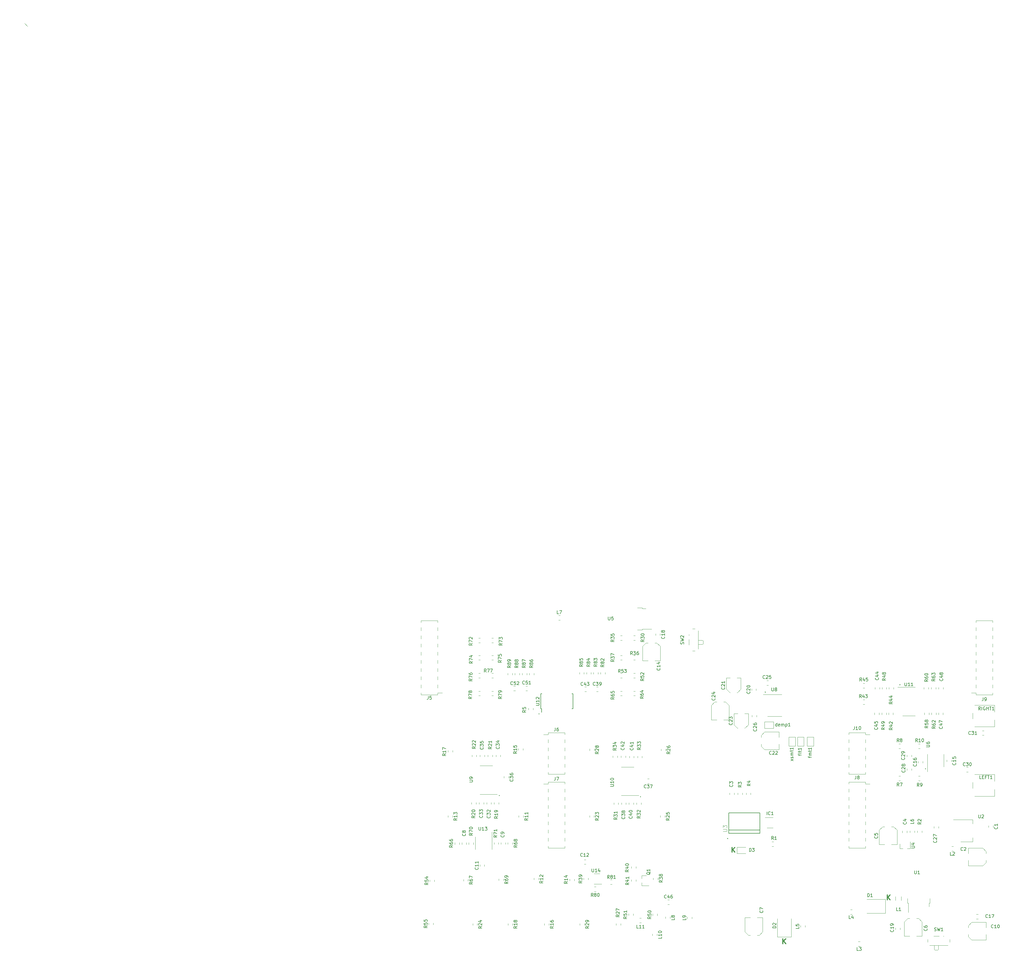
<source format=gbr>
%TF.GenerationSoftware,KiCad,Pcbnew,(6.0.1-0)*%
%TF.CreationDate,2022-04-07T21:47:18+00:00*%
%TF.ProjectId,fjol,666a6f6c-2e6b-4696-9361-645f70636258,rev?*%
%TF.SameCoordinates,Original*%
%TF.FileFunction,Legend,Top*%
%TF.FilePolarity,Positive*%
%FSLAX46Y46*%
G04 Gerber Fmt 4.6, Leading zero omitted, Abs format (unit mm)*
G04 Created by KiCad (PCBNEW (6.0.1-0)) date 2022-04-07 21:47:18*
%MOMM*%
%LPD*%
G01*
G04 APERTURE LIST*
%ADD10C,0.120000*%
%ADD11C,0.200000*%
%ADD12C,0.300000*%
%ADD13C,0.150000*%
%ADD14C,0.120650*%
%ADD15C,0.152400*%
G04 APERTURE END LIST*
D10*
X-27787600Y127050800D02*
X-26822400Y126085600D01*
D11*
X119625438Y-112772180D02*
G75*
G03*
X119625438Y-112772180I-100000J0D01*
G01*
X163440438Y-113153180D02*
G75*
G03*
X163440438Y-113153180I-100000J0D01*
G01*
X243940000Y-78359000D02*
G75*
G03*
X243940000Y-78359000I-100000J0D01*
G01*
X190473000Y-126111000D02*
G75*
G03*
X190473000Y-126111000I-100000J0D01*
G01*
X251864800Y-104444800D02*
G75*
G03*
X251864800Y-104444800I-100000J0D01*
G01*
X131944438Y-87372180D02*
G75*
G03*
X131944438Y-87372180I-100000J0D01*
G01*
X202157000Y-80645000D02*
G75*
G03*
X202157000Y-80645000I-100000J0D01*
G01*
D12*
X191732742Y-130345571D02*
X191732742Y-128845571D01*
X192589885Y-130345571D02*
X191947028Y-129488428D01*
X192589885Y-128845571D02*
X191732742Y-129702714D01*
X239916542Y-145153771D02*
X239916542Y-143653771D01*
X240773685Y-145153771D02*
X240130828Y-144296628D01*
X240773685Y-143653771D02*
X239916542Y-144510914D01*
X207531542Y-158768171D02*
X207531542Y-157268171D01*
X208388685Y-158768171D02*
X207745828Y-157911028D01*
X208388685Y-157268171D02*
X207531542Y-158125314D01*
D13*
%TO.C,L1*%
X243266933Y-148505980D02*
X242790742Y-148505980D01*
X242790742Y-147505980D01*
X244124076Y-148505980D02*
X243552647Y-148505980D01*
X243838361Y-148505980D02*
X243838361Y-147505980D01*
X243743123Y-147648838D01*
X243647885Y-147744076D01*
X243552647Y-147791695D01*
%TO.C,L2*%
X259957033Y-131337580D02*
X259480842Y-131337580D01*
X259480842Y-130337580D01*
X260242747Y-130432819D02*
X260290366Y-130385200D01*
X260385604Y-130337580D01*
X260623700Y-130337580D01*
X260718938Y-130385200D01*
X260766557Y-130432819D01*
X260814176Y-130528057D01*
X260814176Y-130623295D01*
X260766557Y-130766152D01*
X260195128Y-131337580D01*
X260814176Y-131337580D01*
%TO.C,U6*%
X252055380Y-97662904D02*
X252864904Y-97662904D01*
X252960142Y-97615285D01*
X253007761Y-97567666D01*
X253055380Y-97472428D01*
X253055380Y-97281952D01*
X253007761Y-97186714D01*
X252960142Y-97139095D01*
X252864904Y-97091476D01*
X252055380Y-97091476D01*
X252055380Y-96186714D02*
X252055380Y-96377190D01*
X252103000Y-96472428D01*
X252150619Y-96520047D01*
X252293476Y-96615285D01*
X252483952Y-96662904D01*
X252864904Y-96662904D01*
X252960142Y-96615285D01*
X253007761Y-96567666D01*
X253055380Y-96472428D01*
X253055380Y-96281952D01*
X253007761Y-96186714D01*
X252960142Y-96139095D01*
X252864904Y-96091476D01*
X252626809Y-96091476D01*
X252531571Y-96139095D01*
X252483952Y-96186714D01*
X252436333Y-96281952D01*
X252436333Y-96472428D01*
X252483952Y-96567666D01*
X252531571Y-96615285D01*
X252626809Y-96662904D01*
%TO.C,U8*%
X204063695Y-79309980D02*
X204063695Y-80119504D01*
X204111314Y-80214742D01*
X204158933Y-80262361D01*
X204254171Y-80309980D01*
X204444647Y-80309980D01*
X204539885Y-80262361D01*
X204587504Y-80214742D01*
X204635123Y-80119504D01*
X204635123Y-79309980D01*
X205254171Y-79738552D02*
X205158933Y-79690933D01*
X205111314Y-79643314D01*
X205063695Y-79548076D01*
X205063695Y-79500457D01*
X205111314Y-79405219D01*
X205158933Y-79357600D01*
X205254171Y-79309980D01*
X205444647Y-79309980D01*
X205539885Y-79357600D01*
X205587504Y-79405219D01*
X205635123Y-79500457D01*
X205635123Y-79548076D01*
X205587504Y-79643314D01*
X205539885Y-79690933D01*
X205444647Y-79738552D01*
X205254171Y-79738552D01*
X205158933Y-79786171D01*
X205111314Y-79833790D01*
X205063695Y-79929028D01*
X205063695Y-80119504D01*
X205111314Y-80214742D01*
X205158933Y-80262361D01*
X205254171Y-80309980D01*
X205444647Y-80309980D01*
X205539885Y-80262361D01*
X205587504Y-80214742D01*
X205635123Y-80119504D01*
X205635123Y-79929028D01*
X205587504Y-79833790D01*
X205539885Y-79786171D01*
X205444647Y-79738552D01*
%TO.C,R44*%
X241498380Y-83675457D02*
X241022190Y-84008790D01*
X241498380Y-84246885D02*
X240498380Y-84246885D01*
X240498380Y-83865933D01*
X240546000Y-83770695D01*
X240593619Y-83723076D01*
X240688857Y-83675457D01*
X240831714Y-83675457D01*
X240926952Y-83723076D01*
X240974571Y-83770695D01*
X241022190Y-83865933D01*
X241022190Y-84246885D01*
X240831714Y-82818314D02*
X241498380Y-82818314D01*
X240450761Y-83056409D02*
X241165047Y-83294504D01*
X241165047Y-82675457D01*
X240831714Y-81865933D02*
X241498380Y-81865933D01*
X240450761Y-82104028D02*
X241165047Y-82342123D01*
X241165047Y-81723076D01*
%TO.C,R45*%
X231970342Y-77211180D02*
X231637009Y-76734990D01*
X231398914Y-77211180D02*
X231398914Y-76211180D01*
X231779866Y-76211180D01*
X231875104Y-76258800D01*
X231922723Y-76306419D01*
X231970342Y-76401657D01*
X231970342Y-76544514D01*
X231922723Y-76639752D01*
X231875104Y-76687371D01*
X231779866Y-76734990D01*
X231398914Y-76734990D01*
X232827485Y-76544514D02*
X232827485Y-77211180D01*
X232589390Y-76163561D02*
X232351295Y-76877847D01*
X232970342Y-76877847D01*
X233827485Y-76211180D02*
X233351295Y-76211180D01*
X233303676Y-76687371D01*
X233351295Y-76639752D01*
X233446533Y-76592133D01*
X233684628Y-76592133D01*
X233779866Y-76639752D01*
X233827485Y-76687371D01*
X233875104Y-76782609D01*
X233875104Y-77020704D01*
X233827485Y-77115942D01*
X233779866Y-77163561D01*
X233684628Y-77211180D01*
X233446533Y-77211180D01*
X233351295Y-77163561D01*
X233303676Y-77115942D01*
%TO.C,R58*%
X252572780Y-91168457D02*
X252096590Y-91501790D01*
X252572780Y-91739885D02*
X251572780Y-91739885D01*
X251572780Y-91358933D01*
X251620400Y-91263695D01*
X251668019Y-91216076D01*
X251763257Y-91168457D01*
X251906114Y-91168457D01*
X252001352Y-91216076D01*
X252048971Y-91263695D01*
X252096590Y-91358933D01*
X252096590Y-91739885D01*
X251572780Y-90263695D02*
X251572780Y-90739885D01*
X252048971Y-90787504D01*
X252001352Y-90739885D01*
X251953733Y-90644647D01*
X251953733Y-90406552D01*
X252001352Y-90311314D01*
X252048971Y-90263695D01*
X252144209Y-90216076D01*
X252382304Y-90216076D01*
X252477542Y-90263695D01*
X252525161Y-90311314D01*
X252572780Y-90406552D01*
X252572780Y-90644647D01*
X252525161Y-90739885D01*
X252477542Y-90787504D01*
X252001352Y-89644647D02*
X251953733Y-89739885D01*
X251906114Y-89787504D01*
X251810876Y-89835123D01*
X251763257Y-89835123D01*
X251668019Y-89787504D01*
X251620400Y-89739885D01*
X251572780Y-89644647D01*
X251572780Y-89454171D01*
X251620400Y-89358933D01*
X251668019Y-89311314D01*
X251763257Y-89263695D01*
X251810876Y-89263695D01*
X251906114Y-89311314D01*
X251953733Y-89358933D01*
X252001352Y-89454171D01*
X252001352Y-89644647D01*
X252048971Y-89739885D01*
X252096590Y-89787504D01*
X252191828Y-89835123D01*
X252382304Y-89835123D01*
X252477542Y-89787504D01*
X252525161Y-89739885D01*
X252572780Y-89644647D01*
X252572780Y-89454171D01*
X252525161Y-89358933D01*
X252477542Y-89311314D01*
X252382304Y-89263695D01*
X252191828Y-89263695D01*
X252096590Y-89311314D01*
X252048971Y-89358933D01*
X252001352Y-89454171D01*
%TO.C,U10*%
X154015818Y-109884275D02*
X154825342Y-109884275D01*
X154920580Y-109836656D01*
X154968199Y-109789037D01*
X155015818Y-109693799D01*
X155015818Y-109503322D01*
X154968199Y-109408084D01*
X154920580Y-109360465D01*
X154825342Y-109312846D01*
X154015818Y-109312846D01*
X155015818Y-108312846D02*
X155015818Y-108884275D01*
X155015818Y-108598560D02*
X154015818Y-108598560D01*
X154158676Y-108693799D01*
X154253914Y-108789037D01*
X154301533Y-108884275D01*
X154015818Y-107693799D02*
X154015818Y-107598560D01*
X154063438Y-107503322D01*
X154111057Y-107455703D01*
X154206295Y-107408084D01*
X154396771Y-107360465D01*
X154634866Y-107360465D01*
X154825342Y-107408084D01*
X154920580Y-107455703D01*
X154968199Y-107503322D01*
X155015818Y-107598560D01*
X155015818Y-107693799D01*
X154968199Y-107789037D01*
X154920580Y-107836656D01*
X154825342Y-107884275D01*
X154634866Y-107931894D01*
X154396771Y-107931894D01*
X154206295Y-107884275D01*
X154111057Y-107836656D01*
X154063438Y-107789037D01*
X154015818Y-107693799D01*
%TO.C,C1*%
X274041142Y-122493066D02*
X274088761Y-122540685D01*
X274136380Y-122683542D01*
X274136380Y-122778780D01*
X274088761Y-122921638D01*
X273993523Y-123016876D01*
X273898285Y-123064495D01*
X273707809Y-123112114D01*
X273564952Y-123112114D01*
X273374476Y-123064495D01*
X273279238Y-123016876D01*
X273184000Y-122921638D01*
X273136380Y-122778780D01*
X273136380Y-122683542D01*
X273184000Y-122540685D01*
X273231619Y-122493066D01*
X274136380Y-121540685D02*
X274136380Y-122112114D01*
X274136380Y-121826400D02*
X273136380Y-121826400D01*
X273279238Y-121921638D01*
X273374476Y-122016876D01*
X273422095Y-122112114D01*
%TO.C,C2*%
X263363433Y-129757442D02*
X263315814Y-129805061D01*
X263172957Y-129852680D01*
X263077719Y-129852680D01*
X262934861Y-129805061D01*
X262839623Y-129709823D01*
X262792004Y-129614585D01*
X262744385Y-129424109D01*
X262744385Y-129281252D01*
X262792004Y-129090776D01*
X262839623Y-128995538D01*
X262934861Y-128900300D01*
X263077719Y-128852680D01*
X263172957Y-128852680D01*
X263315814Y-128900300D01*
X263363433Y-128947919D01*
X263744385Y-128947919D02*
X263792004Y-128900300D01*
X263887242Y-128852680D01*
X264125338Y-128852680D01*
X264220576Y-128900300D01*
X264268195Y-128947919D01*
X264315814Y-129043157D01*
X264315814Y-129138395D01*
X264268195Y-129281252D01*
X263696766Y-129852680D01*
X264315814Y-129852680D01*
%TO.C,C4*%
X245768042Y-121033366D02*
X245815661Y-121080985D01*
X245863280Y-121223842D01*
X245863280Y-121319080D01*
X245815661Y-121461938D01*
X245720423Y-121557176D01*
X245625185Y-121604795D01*
X245434709Y-121652414D01*
X245291852Y-121652414D01*
X245101376Y-121604795D01*
X245006138Y-121557176D01*
X244910900Y-121461938D01*
X244863280Y-121319080D01*
X244863280Y-121223842D01*
X244910900Y-121080985D01*
X244958519Y-121033366D01*
X245196614Y-120176223D02*
X245863280Y-120176223D01*
X244815661Y-120414319D02*
X245529947Y-120652414D01*
X245529947Y-120033366D01*
%TO.C,C6*%
X252198142Y-154090666D02*
X252245761Y-154138285D01*
X252293380Y-154281142D01*
X252293380Y-154376380D01*
X252245761Y-154519238D01*
X252150523Y-154614476D01*
X252055285Y-154662095D01*
X251864809Y-154709714D01*
X251721952Y-154709714D01*
X251531476Y-154662095D01*
X251436238Y-154614476D01*
X251341000Y-154519238D01*
X251293380Y-154376380D01*
X251293380Y-154281142D01*
X251341000Y-154138285D01*
X251388619Y-154090666D01*
X251293380Y-153233523D02*
X251293380Y-153424000D01*
X251341000Y-153519238D01*
X251388619Y-153566857D01*
X251531476Y-153662095D01*
X251721952Y-153709714D01*
X252102904Y-153709714D01*
X252198142Y-153662095D01*
X252245761Y-153614476D01*
X252293380Y-153519238D01*
X252293380Y-153328761D01*
X252245761Y-153233523D01*
X252198142Y-153185904D01*
X252102904Y-153138285D01*
X251864809Y-153138285D01*
X251769571Y-153185904D01*
X251721952Y-153233523D01*
X251674333Y-153328761D01*
X251674333Y-153519238D01*
X251721952Y-153614476D01*
X251769571Y-153662095D01*
X251864809Y-153709714D01*
%TO.C,C7*%
X201257442Y-148494466D02*
X201305061Y-148542085D01*
X201352680Y-148684942D01*
X201352680Y-148780180D01*
X201305061Y-148923038D01*
X201209823Y-149018276D01*
X201114585Y-149065895D01*
X200924109Y-149113514D01*
X200781252Y-149113514D01*
X200590776Y-149065895D01*
X200495538Y-149018276D01*
X200400300Y-148923038D01*
X200352680Y-148780180D01*
X200352680Y-148684942D01*
X200400300Y-148542085D01*
X200447919Y-148494466D01*
X200352680Y-148161133D02*
X200352680Y-147494466D01*
X201352680Y-147923038D01*
%TO.C,C8*%
X108960580Y-124622846D02*
X109008199Y-124670465D01*
X109055818Y-124813322D01*
X109055818Y-124908560D01*
X109008199Y-125051418D01*
X108912961Y-125146656D01*
X108817723Y-125194275D01*
X108627247Y-125241894D01*
X108484390Y-125241894D01*
X108293914Y-125194275D01*
X108198676Y-125146656D01*
X108103438Y-125051418D01*
X108055818Y-124908560D01*
X108055818Y-124813322D01*
X108103438Y-124670465D01*
X108151057Y-124622846D01*
X108484390Y-124051418D02*
X108436771Y-124146656D01*
X108389152Y-124194275D01*
X108293914Y-124241894D01*
X108246295Y-124241894D01*
X108151057Y-124194275D01*
X108103438Y-124146656D01*
X108055818Y-124051418D01*
X108055818Y-123860941D01*
X108103438Y-123765703D01*
X108151057Y-123718084D01*
X108246295Y-123670465D01*
X108293914Y-123670465D01*
X108389152Y-123718084D01*
X108436771Y-123765703D01*
X108484390Y-123860941D01*
X108484390Y-124051418D01*
X108532009Y-124146656D01*
X108579628Y-124194275D01*
X108674866Y-124241894D01*
X108865342Y-124241894D01*
X108960580Y-124194275D01*
X109008199Y-124146656D01*
X109055818Y-124051418D01*
X109055818Y-123860941D01*
X109008199Y-123765703D01*
X108960580Y-123718084D01*
X108865342Y-123670465D01*
X108674866Y-123670465D01*
X108579628Y-123718084D01*
X108532009Y-123765703D01*
X108484390Y-123860941D01*
%TO.C,C9*%
X120933080Y-125025346D02*
X120980699Y-125072965D01*
X121028318Y-125215822D01*
X121028318Y-125311060D01*
X120980699Y-125453918D01*
X120885461Y-125549156D01*
X120790223Y-125596775D01*
X120599747Y-125644394D01*
X120456890Y-125644394D01*
X120266414Y-125596775D01*
X120171176Y-125549156D01*
X120075938Y-125453918D01*
X120028318Y-125311060D01*
X120028318Y-125215822D01*
X120075938Y-125072965D01*
X120123557Y-125025346D01*
X121028318Y-124549156D02*
X121028318Y-124358680D01*
X120980699Y-124263441D01*
X120933080Y-124215822D01*
X120790223Y-124120584D01*
X120599747Y-124072965D01*
X120218795Y-124072965D01*
X120123557Y-124120584D01*
X120075938Y-124168203D01*
X120028318Y-124263441D01*
X120028318Y-124453918D01*
X120075938Y-124549156D01*
X120123557Y-124596775D01*
X120218795Y-124644394D01*
X120456890Y-124644394D01*
X120552128Y-124596775D01*
X120599747Y-124549156D01*
X120647366Y-124453918D01*
X120647366Y-124263441D01*
X120599747Y-124168203D01*
X120552128Y-124120584D01*
X120456890Y-124072965D01*
%TO.C,C14*%
X169336380Y-73232237D02*
X169383999Y-73279856D01*
X169431618Y-73422713D01*
X169431618Y-73517951D01*
X169383999Y-73660808D01*
X169288761Y-73756046D01*
X169193523Y-73803665D01*
X169003047Y-73851284D01*
X168860190Y-73851284D01*
X168669714Y-73803665D01*
X168574476Y-73756046D01*
X168479238Y-73660808D01*
X168431618Y-73517951D01*
X168431618Y-73422713D01*
X168479238Y-73279856D01*
X168526857Y-73232237D01*
X169431618Y-72279856D02*
X169431618Y-72851284D01*
X169431618Y-72565570D02*
X168431618Y-72565570D01*
X168574476Y-72660808D01*
X168669714Y-72756046D01*
X168717333Y-72851284D01*
X168764952Y-71422713D02*
X169431618Y-71422713D01*
X168383999Y-71660808D02*
X169098285Y-71898903D01*
X169098285Y-71279856D01*
%TO.C,C15*%
X261087142Y-102623857D02*
X261134761Y-102671476D01*
X261182380Y-102814333D01*
X261182380Y-102909571D01*
X261134761Y-103052428D01*
X261039523Y-103147666D01*
X260944285Y-103195285D01*
X260753809Y-103242904D01*
X260610952Y-103242904D01*
X260420476Y-103195285D01*
X260325238Y-103147666D01*
X260230000Y-103052428D01*
X260182380Y-102909571D01*
X260182380Y-102814333D01*
X260230000Y-102671476D01*
X260277619Y-102623857D01*
X261182380Y-101671476D02*
X261182380Y-102242904D01*
X261182380Y-101957190D02*
X260182380Y-101957190D01*
X260325238Y-102052428D01*
X260420476Y-102147666D01*
X260468095Y-102242904D01*
X260182380Y-100766714D02*
X260182380Y-101242904D01*
X260658571Y-101290523D01*
X260610952Y-101242904D01*
X260563333Y-101147666D01*
X260563333Y-100909571D01*
X260610952Y-100814333D01*
X260658571Y-100766714D01*
X260753809Y-100719095D01*
X260991904Y-100719095D01*
X261087142Y-100766714D01*
X261134761Y-100814333D01*
X261182380Y-100909571D01*
X261182380Y-101147666D01*
X261134761Y-101242904D01*
X261087142Y-101290523D01*
%TO.C,C16*%
X248896142Y-103004857D02*
X248943761Y-103052476D01*
X248991380Y-103195333D01*
X248991380Y-103290571D01*
X248943761Y-103433428D01*
X248848523Y-103528666D01*
X248753285Y-103576285D01*
X248562809Y-103623904D01*
X248419952Y-103623904D01*
X248229476Y-103576285D01*
X248134238Y-103528666D01*
X248039000Y-103433428D01*
X247991380Y-103290571D01*
X247991380Y-103195333D01*
X248039000Y-103052476D01*
X248086619Y-103004857D01*
X248991380Y-102052476D02*
X248991380Y-102623904D01*
X248991380Y-102338190D02*
X247991380Y-102338190D01*
X248134238Y-102433428D01*
X248229476Y-102528666D01*
X248277095Y-102623904D01*
X247991380Y-101195333D02*
X247991380Y-101385809D01*
X248039000Y-101481047D01*
X248086619Y-101528666D01*
X248229476Y-101623904D01*
X248419952Y-101671523D01*
X248800904Y-101671523D01*
X248896142Y-101623904D01*
X248943761Y-101576285D01*
X248991380Y-101481047D01*
X248991380Y-101290571D01*
X248943761Y-101195333D01*
X248896142Y-101147714D01*
X248800904Y-101100095D01*
X248562809Y-101100095D01*
X248467571Y-101147714D01*
X248419952Y-101195333D01*
X248372333Y-101290571D01*
X248372333Y-101481047D01*
X248419952Y-101576285D01*
X248467571Y-101623904D01*
X248562809Y-101671523D01*
%TO.C,C18*%
X170720580Y-63401537D02*
X170768199Y-63449156D01*
X170815818Y-63592013D01*
X170815818Y-63687251D01*
X170768199Y-63830108D01*
X170672961Y-63925346D01*
X170577723Y-63972965D01*
X170387247Y-64020584D01*
X170244390Y-64020584D01*
X170053914Y-63972965D01*
X169958676Y-63925346D01*
X169863438Y-63830108D01*
X169815818Y-63687251D01*
X169815818Y-63592013D01*
X169863438Y-63449156D01*
X169911057Y-63401537D01*
X170815818Y-62449156D02*
X170815818Y-63020584D01*
X170815818Y-62734870D02*
X169815818Y-62734870D01*
X169958676Y-62830108D01*
X170053914Y-62925346D01*
X170101533Y-63020584D01*
X170244390Y-61877727D02*
X170196771Y-61972965D01*
X170149152Y-62020584D01*
X170053914Y-62068203D01*
X170006295Y-62068203D01*
X169911057Y-62020584D01*
X169863438Y-61972965D01*
X169815818Y-61877727D01*
X169815818Y-61687251D01*
X169863438Y-61592013D01*
X169911057Y-61544394D01*
X170006295Y-61496775D01*
X170053914Y-61496775D01*
X170149152Y-61544394D01*
X170196771Y-61592013D01*
X170244390Y-61687251D01*
X170244390Y-61877727D01*
X170292009Y-61972965D01*
X170339628Y-62020584D01*
X170434866Y-62068203D01*
X170625342Y-62068203D01*
X170720580Y-62020584D01*
X170768199Y-61972965D01*
X170815818Y-61877727D01*
X170815818Y-61687251D01*
X170768199Y-61592013D01*
X170720580Y-61544394D01*
X170625342Y-61496775D01*
X170434866Y-61496775D01*
X170339628Y-61544394D01*
X170292009Y-61592013D01*
X170244390Y-61687251D01*
%TO.C,C19*%
X241784142Y-154439857D02*
X241831761Y-154487476D01*
X241879380Y-154630333D01*
X241879380Y-154725571D01*
X241831761Y-154868428D01*
X241736523Y-154963666D01*
X241641285Y-155011285D01*
X241450809Y-155058904D01*
X241307952Y-155058904D01*
X241117476Y-155011285D01*
X241022238Y-154963666D01*
X240927000Y-154868428D01*
X240879380Y-154725571D01*
X240879380Y-154630333D01*
X240927000Y-154487476D01*
X240974619Y-154439857D01*
X241879380Y-153487476D02*
X241879380Y-154058904D01*
X241879380Y-153773190D02*
X240879380Y-153773190D01*
X241022238Y-153868428D01*
X241117476Y-153963666D01*
X241165095Y-154058904D01*
X241879380Y-153011285D02*
X241879380Y-152820809D01*
X241831761Y-152725571D01*
X241784142Y-152677952D01*
X241641285Y-152582714D01*
X241450809Y-152535095D01*
X241069857Y-152535095D01*
X240974619Y-152582714D01*
X240927000Y-152630333D01*
X240879380Y-152725571D01*
X240879380Y-152916047D01*
X240927000Y-153011285D01*
X240974619Y-153058904D01*
X241069857Y-153106523D01*
X241307952Y-153106523D01*
X241403190Y-153058904D01*
X241450809Y-153011285D01*
X241498428Y-152916047D01*
X241498428Y-152725571D01*
X241450809Y-152630333D01*
X241403190Y-152582714D01*
X241307952Y-152535095D01*
%TO.C,C20*%
X197233542Y-80472757D02*
X197281161Y-80520376D01*
X197328780Y-80663233D01*
X197328780Y-80758471D01*
X197281161Y-80901328D01*
X197185923Y-80996566D01*
X197090685Y-81044185D01*
X196900209Y-81091804D01*
X196757352Y-81091804D01*
X196566876Y-81044185D01*
X196471638Y-80996566D01*
X196376400Y-80901328D01*
X196328780Y-80758471D01*
X196328780Y-80663233D01*
X196376400Y-80520376D01*
X196424019Y-80472757D01*
X196424019Y-80091804D02*
X196376400Y-80044185D01*
X196328780Y-79948947D01*
X196328780Y-79710852D01*
X196376400Y-79615614D01*
X196424019Y-79567995D01*
X196519257Y-79520376D01*
X196614495Y-79520376D01*
X196757352Y-79567995D01*
X197328780Y-80139423D01*
X197328780Y-79520376D01*
X196328780Y-78901328D02*
X196328780Y-78806090D01*
X196376400Y-78710852D01*
X196424019Y-78663233D01*
X196519257Y-78615614D01*
X196709733Y-78567995D01*
X196947828Y-78567995D01*
X197138304Y-78615614D01*
X197233542Y-78663233D01*
X197281161Y-78710852D01*
X197328780Y-78806090D01*
X197328780Y-78901328D01*
X197281161Y-78996566D01*
X197233542Y-79044185D01*
X197138304Y-79091804D01*
X196947828Y-79139423D01*
X196709733Y-79139423D01*
X196519257Y-79091804D01*
X196424019Y-79044185D01*
X196376400Y-78996566D01*
X196328780Y-78901328D01*
%TO.C,C21*%
X189384342Y-79159357D02*
X189431961Y-79206976D01*
X189479580Y-79349833D01*
X189479580Y-79445071D01*
X189431961Y-79587928D01*
X189336723Y-79683166D01*
X189241485Y-79730785D01*
X189051009Y-79778404D01*
X188908152Y-79778404D01*
X188717676Y-79730785D01*
X188622438Y-79683166D01*
X188527200Y-79587928D01*
X188479580Y-79445071D01*
X188479580Y-79349833D01*
X188527200Y-79206976D01*
X188574819Y-79159357D01*
X188574819Y-78778404D02*
X188527200Y-78730785D01*
X188479580Y-78635547D01*
X188479580Y-78397452D01*
X188527200Y-78302214D01*
X188574819Y-78254595D01*
X188670057Y-78206976D01*
X188765295Y-78206976D01*
X188908152Y-78254595D01*
X189479580Y-78826023D01*
X189479580Y-78206976D01*
X189479580Y-77254595D02*
X189479580Y-77826023D01*
X189479580Y-77540309D02*
X188479580Y-77540309D01*
X188622438Y-77635547D01*
X188717676Y-77730785D01*
X188765295Y-77826023D01*
%TO.C,C22*%
X203957142Y-99907142D02*
X203909523Y-99954761D01*
X203766666Y-100002380D01*
X203671428Y-100002380D01*
X203528571Y-99954761D01*
X203433333Y-99859523D01*
X203385714Y-99764285D01*
X203338095Y-99573809D01*
X203338095Y-99430952D01*
X203385714Y-99240476D01*
X203433333Y-99145238D01*
X203528571Y-99050000D01*
X203671428Y-99002380D01*
X203766666Y-99002380D01*
X203909523Y-99050000D01*
X203957142Y-99097619D01*
X204338095Y-99097619D02*
X204385714Y-99050000D01*
X204480952Y-99002380D01*
X204719047Y-99002380D01*
X204814285Y-99050000D01*
X204861904Y-99097619D01*
X204909523Y-99192857D01*
X204909523Y-99288095D01*
X204861904Y-99430952D01*
X204290476Y-100002380D01*
X204909523Y-100002380D01*
X205290476Y-99097619D02*
X205338095Y-99050000D01*
X205433333Y-99002380D01*
X205671428Y-99002380D01*
X205766666Y-99050000D01*
X205814285Y-99097619D01*
X205861904Y-99192857D01*
X205861904Y-99288095D01*
X205814285Y-99430952D01*
X205242857Y-100002380D01*
X205861904Y-100002380D01*
%TO.C,C23*%
X191721142Y-90203257D02*
X191768761Y-90250876D01*
X191816380Y-90393733D01*
X191816380Y-90488971D01*
X191768761Y-90631828D01*
X191673523Y-90727066D01*
X191578285Y-90774685D01*
X191387809Y-90822304D01*
X191244952Y-90822304D01*
X191054476Y-90774685D01*
X190959238Y-90727066D01*
X190864000Y-90631828D01*
X190816380Y-90488971D01*
X190816380Y-90393733D01*
X190864000Y-90250876D01*
X190911619Y-90203257D01*
X190911619Y-89822304D02*
X190864000Y-89774685D01*
X190816380Y-89679447D01*
X190816380Y-89441352D01*
X190864000Y-89346114D01*
X190911619Y-89298495D01*
X191006857Y-89250876D01*
X191102095Y-89250876D01*
X191244952Y-89298495D01*
X191816380Y-89869923D01*
X191816380Y-89250876D01*
X190816380Y-88917542D02*
X190816380Y-88298495D01*
X191197333Y-88631828D01*
X191197333Y-88488971D01*
X191244952Y-88393733D01*
X191292571Y-88346114D01*
X191387809Y-88298495D01*
X191625904Y-88298495D01*
X191721142Y-88346114D01*
X191768761Y-88393733D01*
X191816380Y-88488971D01*
X191816380Y-88774685D01*
X191768761Y-88869923D01*
X191721142Y-88917542D01*
%TO.C,C24*%
X186386742Y-82532457D02*
X186434361Y-82580076D01*
X186481980Y-82722933D01*
X186481980Y-82818171D01*
X186434361Y-82961028D01*
X186339123Y-83056266D01*
X186243885Y-83103885D01*
X186053409Y-83151504D01*
X185910552Y-83151504D01*
X185720076Y-83103885D01*
X185624838Y-83056266D01*
X185529600Y-82961028D01*
X185481980Y-82818171D01*
X185481980Y-82722933D01*
X185529600Y-82580076D01*
X185577219Y-82532457D01*
X185577219Y-82151504D02*
X185529600Y-82103885D01*
X185481980Y-82008647D01*
X185481980Y-81770552D01*
X185529600Y-81675314D01*
X185577219Y-81627695D01*
X185672457Y-81580076D01*
X185767695Y-81580076D01*
X185910552Y-81627695D01*
X186481980Y-82199123D01*
X186481980Y-81580076D01*
X185815314Y-80722933D02*
X186481980Y-80722933D01*
X185434361Y-80961028D02*
X186148647Y-81199123D01*
X186148647Y-80580076D01*
%TO.C,C25*%
X201947542Y-76353942D02*
X201899923Y-76401561D01*
X201757066Y-76449180D01*
X201661828Y-76449180D01*
X201518971Y-76401561D01*
X201423733Y-76306323D01*
X201376114Y-76211085D01*
X201328495Y-76020609D01*
X201328495Y-75877752D01*
X201376114Y-75687276D01*
X201423733Y-75592038D01*
X201518971Y-75496800D01*
X201661828Y-75449180D01*
X201757066Y-75449180D01*
X201899923Y-75496800D01*
X201947542Y-75544419D01*
X202328495Y-75544419D02*
X202376114Y-75496800D01*
X202471352Y-75449180D01*
X202709447Y-75449180D01*
X202804685Y-75496800D01*
X202852304Y-75544419D01*
X202899923Y-75639657D01*
X202899923Y-75734895D01*
X202852304Y-75877752D01*
X202280876Y-76449180D01*
X202899923Y-76449180D01*
X203804685Y-75449180D02*
X203328495Y-75449180D01*
X203280876Y-75925371D01*
X203328495Y-75877752D01*
X203423733Y-75830133D01*
X203661828Y-75830133D01*
X203757066Y-75877752D01*
X203804685Y-75925371D01*
X203852304Y-76020609D01*
X203852304Y-76258704D01*
X203804685Y-76353942D01*
X203757066Y-76401561D01*
X203661828Y-76449180D01*
X203423733Y-76449180D01*
X203328495Y-76401561D01*
X203280876Y-76353942D01*
%TO.C,C26*%
X199289942Y-92133657D02*
X199337561Y-92181276D01*
X199385180Y-92324133D01*
X199385180Y-92419371D01*
X199337561Y-92562228D01*
X199242323Y-92657466D01*
X199147085Y-92705085D01*
X198956609Y-92752704D01*
X198813752Y-92752704D01*
X198623276Y-92705085D01*
X198528038Y-92657466D01*
X198432800Y-92562228D01*
X198385180Y-92419371D01*
X198385180Y-92324133D01*
X198432800Y-92181276D01*
X198480419Y-92133657D01*
X198480419Y-91752704D02*
X198432800Y-91705085D01*
X198385180Y-91609847D01*
X198385180Y-91371752D01*
X198432800Y-91276514D01*
X198480419Y-91228895D01*
X198575657Y-91181276D01*
X198670895Y-91181276D01*
X198813752Y-91228895D01*
X199385180Y-91800323D01*
X199385180Y-91181276D01*
X198385180Y-90324133D02*
X198385180Y-90514609D01*
X198432800Y-90609847D01*
X198480419Y-90657466D01*
X198623276Y-90752704D01*
X198813752Y-90800323D01*
X199194704Y-90800323D01*
X199289942Y-90752704D01*
X199337561Y-90705085D01*
X199385180Y-90609847D01*
X199385180Y-90419371D01*
X199337561Y-90324133D01*
X199289942Y-90276514D01*
X199194704Y-90228895D01*
X198956609Y-90228895D01*
X198861371Y-90276514D01*
X198813752Y-90324133D01*
X198766133Y-90419371D01*
X198766133Y-90609847D01*
X198813752Y-90705085D01*
X198861371Y-90752704D01*
X198956609Y-90800323D01*
%TO.C,C27*%
X255157242Y-126728457D02*
X255204861Y-126776076D01*
X255252480Y-126918933D01*
X255252480Y-127014171D01*
X255204861Y-127157028D01*
X255109623Y-127252266D01*
X255014385Y-127299885D01*
X254823909Y-127347504D01*
X254681052Y-127347504D01*
X254490576Y-127299885D01*
X254395338Y-127252266D01*
X254300100Y-127157028D01*
X254252480Y-127014171D01*
X254252480Y-126918933D01*
X254300100Y-126776076D01*
X254347719Y-126728457D01*
X254347719Y-126347504D02*
X254300100Y-126299885D01*
X254252480Y-126204647D01*
X254252480Y-125966552D01*
X254300100Y-125871314D01*
X254347719Y-125823695D01*
X254442957Y-125776076D01*
X254538195Y-125776076D01*
X254681052Y-125823695D01*
X255252480Y-126395123D01*
X255252480Y-125776076D01*
X254252480Y-125442742D02*
X254252480Y-124776076D01*
X255252480Y-125204647D01*
%TO.C,C28*%
X245340142Y-104909857D02*
X245387761Y-104957476D01*
X245435380Y-105100333D01*
X245435380Y-105195571D01*
X245387761Y-105338428D01*
X245292523Y-105433666D01*
X245197285Y-105481285D01*
X245006809Y-105528904D01*
X244863952Y-105528904D01*
X244673476Y-105481285D01*
X244578238Y-105433666D01*
X244483000Y-105338428D01*
X244435380Y-105195571D01*
X244435380Y-105100333D01*
X244483000Y-104957476D01*
X244530619Y-104909857D01*
X244530619Y-104528904D02*
X244483000Y-104481285D01*
X244435380Y-104386047D01*
X244435380Y-104147952D01*
X244483000Y-104052714D01*
X244530619Y-104005095D01*
X244625857Y-103957476D01*
X244721095Y-103957476D01*
X244863952Y-104005095D01*
X245435380Y-104576523D01*
X245435380Y-103957476D01*
X244863952Y-103386047D02*
X244816333Y-103481285D01*
X244768714Y-103528904D01*
X244673476Y-103576523D01*
X244625857Y-103576523D01*
X244530619Y-103528904D01*
X244483000Y-103481285D01*
X244435380Y-103386047D01*
X244435380Y-103195571D01*
X244483000Y-103100333D01*
X244530619Y-103052714D01*
X244625857Y-103005095D01*
X244673476Y-103005095D01*
X244768714Y-103052714D01*
X244816333Y-103100333D01*
X244863952Y-103195571D01*
X244863952Y-103386047D01*
X244911571Y-103481285D01*
X244959190Y-103528904D01*
X245054428Y-103576523D01*
X245244904Y-103576523D01*
X245340142Y-103528904D01*
X245387761Y-103481285D01*
X245435380Y-103386047D01*
X245435380Y-103195571D01*
X245387761Y-103100333D01*
X245340142Y-103052714D01*
X245244904Y-103005095D01*
X245054428Y-103005095D01*
X244959190Y-103052714D01*
X244911571Y-103100333D01*
X244863952Y-103195571D01*
%TO.C,C29*%
X245213142Y-100972857D02*
X245260761Y-101020476D01*
X245308380Y-101163333D01*
X245308380Y-101258571D01*
X245260761Y-101401428D01*
X245165523Y-101496666D01*
X245070285Y-101544285D01*
X244879809Y-101591904D01*
X244736952Y-101591904D01*
X244546476Y-101544285D01*
X244451238Y-101496666D01*
X244356000Y-101401428D01*
X244308380Y-101258571D01*
X244308380Y-101163333D01*
X244356000Y-101020476D01*
X244403619Y-100972857D01*
X244403619Y-100591904D02*
X244356000Y-100544285D01*
X244308380Y-100449047D01*
X244308380Y-100210952D01*
X244356000Y-100115714D01*
X244403619Y-100068095D01*
X244498857Y-100020476D01*
X244594095Y-100020476D01*
X244736952Y-100068095D01*
X245308380Y-100639523D01*
X245308380Y-100020476D01*
X245308380Y-99544285D02*
X245308380Y-99353809D01*
X245260761Y-99258571D01*
X245213142Y-99210952D01*
X245070285Y-99115714D01*
X244879809Y-99068095D01*
X244498857Y-99068095D01*
X244403619Y-99115714D01*
X244356000Y-99163333D01*
X244308380Y-99258571D01*
X244308380Y-99449047D01*
X244356000Y-99544285D01*
X244403619Y-99591904D01*
X244498857Y-99639523D01*
X244736952Y-99639523D01*
X244832190Y-99591904D01*
X244879809Y-99544285D01*
X244927428Y-99449047D01*
X244927428Y-99258571D01*
X244879809Y-99163333D01*
X244832190Y-99115714D01*
X244736952Y-99068095D01*
%TO.C,C30*%
X264075942Y-103430342D02*
X264028323Y-103477961D01*
X263885466Y-103525580D01*
X263790228Y-103525580D01*
X263647371Y-103477961D01*
X263552133Y-103382723D01*
X263504514Y-103287485D01*
X263456895Y-103097009D01*
X263456895Y-102954152D01*
X263504514Y-102763676D01*
X263552133Y-102668438D01*
X263647371Y-102573200D01*
X263790228Y-102525580D01*
X263885466Y-102525580D01*
X264028323Y-102573200D01*
X264075942Y-102620819D01*
X264409276Y-102525580D02*
X265028323Y-102525580D01*
X264694990Y-102906533D01*
X264837847Y-102906533D01*
X264933085Y-102954152D01*
X264980704Y-103001771D01*
X265028323Y-103097009D01*
X265028323Y-103335104D01*
X264980704Y-103430342D01*
X264933085Y-103477961D01*
X264837847Y-103525580D01*
X264552133Y-103525580D01*
X264456895Y-103477961D01*
X264409276Y-103430342D01*
X265647371Y-102525580D02*
X265742609Y-102525580D01*
X265837847Y-102573200D01*
X265885466Y-102620819D01*
X265933085Y-102716057D01*
X265980704Y-102906533D01*
X265980704Y-103144628D01*
X265933085Y-103335104D01*
X265885466Y-103430342D01*
X265837847Y-103477961D01*
X265742609Y-103525580D01*
X265647371Y-103525580D01*
X265552133Y-103477961D01*
X265504514Y-103430342D01*
X265456895Y-103335104D01*
X265409276Y-103144628D01*
X265409276Y-102906533D01*
X265456895Y-102716057D01*
X265504514Y-102620819D01*
X265552133Y-102573200D01*
X265647371Y-102525580D01*
%TO.C,C32*%
X116605980Y-119104636D02*
X116653599Y-119152255D01*
X116701218Y-119295112D01*
X116701218Y-119390350D01*
X116653599Y-119533207D01*
X116558361Y-119628445D01*
X116463123Y-119676064D01*
X116272647Y-119723683D01*
X116129790Y-119723683D01*
X115939314Y-119676064D01*
X115844076Y-119628445D01*
X115748838Y-119533207D01*
X115701218Y-119390350D01*
X115701218Y-119295112D01*
X115748838Y-119152255D01*
X115796457Y-119104636D01*
X115701218Y-118771302D02*
X115701218Y-118152255D01*
X116082171Y-118485588D01*
X116082171Y-118342731D01*
X116129790Y-118247493D01*
X116177409Y-118199874D01*
X116272647Y-118152255D01*
X116510742Y-118152255D01*
X116605980Y-118199874D01*
X116653599Y-118247493D01*
X116701218Y-118342731D01*
X116701218Y-118628445D01*
X116653599Y-118723683D01*
X116605980Y-118771302D01*
X115796457Y-117771302D02*
X115748838Y-117723683D01*
X115701218Y-117628445D01*
X115701218Y-117390350D01*
X115748838Y-117295112D01*
X115796457Y-117247493D01*
X115891695Y-117199874D01*
X115986933Y-117199874D01*
X116129790Y-117247493D01*
X116701218Y-117818921D01*
X116701218Y-117199874D01*
%TO.C,C33*%
X114269180Y-119003037D02*
X114316799Y-119050656D01*
X114364418Y-119193513D01*
X114364418Y-119288751D01*
X114316799Y-119431608D01*
X114221561Y-119526846D01*
X114126323Y-119574465D01*
X113935847Y-119622084D01*
X113792990Y-119622084D01*
X113602514Y-119574465D01*
X113507276Y-119526846D01*
X113412038Y-119431608D01*
X113364418Y-119288751D01*
X113364418Y-119193513D01*
X113412038Y-119050656D01*
X113459657Y-119003037D01*
X113364418Y-118669703D02*
X113364418Y-118050656D01*
X113745371Y-118383989D01*
X113745371Y-118241132D01*
X113792990Y-118145894D01*
X113840609Y-118098275D01*
X113935847Y-118050656D01*
X114173942Y-118050656D01*
X114269180Y-118098275D01*
X114316799Y-118145894D01*
X114364418Y-118241132D01*
X114364418Y-118526846D01*
X114316799Y-118622084D01*
X114269180Y-118669703D01*
X113364418Y-117717322D02*
X113364418Y-117098275D01*
X113745371Y-117431608D01*
X113745371Y-117288751D01*
X113792990Y-117193513D01*
X113840609Y-117145894D01*
X113935847Y-117098275D01*
X114173942Y-117098275D01*
X114269180Y-117145894D01*
X114316799Y-117193513D01*
X114364418Y-117288751D01*
X114364418Y-117574465D01*
X114316799Y-117669703D01*
X114269180Y-117717322D01*
%TO.C,C42*%
X158177314Y-97937970D02*
X158224933Y-97985589D01*
X158272552Y-98128446D01*
X158272552Y-98223684D01*
X158224933Y-98366541D01*
X158129695Y-98461779D01*
X158034457Y-98509398D01*
X157843981Y-98557017D01*
X157701124Y-98557017D01*
X157510648Y-98509398D01*
X157415410Y-98461779D01*
X157320172Y-98366541D01*
X157272552Y-98223684D01*
X157272552Y-98128446D01*
X157320172Y-97985589D01*
X157367791Y-97937970D01*
X157605886Y-97080827D02*
X158272552Y-97080827D01*
X157224933Y-97318922D02*
X157939219Y-97557017D01*
X157939219Y-96937970D01*
X157367791Y-96604636D02*
X157320172Y-96557017D01*
X157272552Y-96461779D01*
X157272552Y-96223684D01*
X157320172Y-96128446D01*
X157367791Y-96080827D01*
X157463029Y-96033208D01*
X157558267Y-96033208D01*
X157701124Y-96080827D01*
X158272552Y-96652255D01*
X158272552Y-96033208D01*
%TO.C,C35*%
X114472380Y-97768637D02*
X114519999Y-97816256D01*
X114567618Y-97959113D01*
X114567618Y-98054351D01*
X114519999Y-98197208D01*
X114424761Y-98292446D01*
X114329523Y-98340065D01*
X114139047Y-98387684D01*
X113996190Y-98387684D01*
X113805714Y-98340065D01*
X113710476Y-98292446D01*
X113615238Y-98197208D01*
X113567618Y-98054351D01*
X113567618Y-97959113D01*
X113615238Y-97816256D01*
X113662857Y-97768637D01*
X113567618Y-97435303D02*
X113567618Y-96816256D01*
X113948571Y-97149589D01*
X113948571Y-97006732D01*
X113996190Y-96911494D01*
X114043809Y-96863875D01*
X114139047Y-96816256D01*
X114377142Y-96816256D01*
X114472380Y-96863875D01*
X114519999Y-96911494D01*
X114567618Y-97006732D01*
X114567618Y-97292446D01*
X114519999Y-97387684D01*
X114472380Y-97435303D01*
X113567618Y-95911494D02*
X113567618Y-96387684D01*
X114043809Y-96435303D01*
X113996190Y-96387684D01*
X113948571Y-96292446D01*
X113948571Y-96054351D01*
X113996190Y-95959113D01*
X114043809Y-95911494D01*
X114139047Y-95863875D01*
X114377142Y-95863875D01*
X114472380Y-95911494D01*
X114519999Y-95959113D01*
X114567618Y-96054351D01*
X114567618Y-96292446D01*
X114519999Y-96387684D01*
X114472380Y-96435303D01*
%TO.C,C36*%
X123695580Y-107701537D02*
X123743199Y-107749156D01*
X123790818Y-107892013D01*
X123790818Y-107987251D01*
X123743199Y-108130108D01*
X123647961Y-108225346D01*
X123552723Y-108272965D01*
X123362247Y-108320584D01*
X123219390Y-108320584D01*
X123028914Y-108272965D01*
X122933676Y-108225346D01*
X122838438Y-108130108D01*
X122790818Y-107987251D01*
X122790818Y-107892013D01*
X122838438Y-107749156D01*
X122886057Y-107701537D01*
X122790818Y-107368203D02*
X122790818Y-106749156D01*
X123171771Y-107082489D01*
X123171771Y-106939632D01*
X123219390Y-106844394D01*
X123267009Y-106796775D01*
X123362247Y-106749156D01*
X123600342Y-106749156D01*
X123695580Y-106796775D01*
X123743199Y-106844394D01*
X123790818Y-106939632D01*
X123790818Y-107225346D01*
X123743199Y-107320584D01*
X123695580Y-107368203D01*
X122790818Y-105892013D02*
X122790818Y-106082489D01*
X122838438Y-106177727D01*
X122886057Y-106225346D01*
X123028914Y-106320584D01*
X123219390Y-106368203D01*
X123600342Y-106368203D01*
X123695580Y-106320584D01*
X123743199Y-106272965D01*
X123790818Y-106177727D01*
X123790818Y-105987251D01*
X123743199Y-105892013D01*
X123695580Y-105844394D01*
X123600342Y-105796775D01*
X123362247Y-105796775D01*
X123267009Y-105844394D01*
X123219390Y-105892013D01*
X123171771Y-105987251D01*
X123171771Y-106177727D01*
X123219390Y-106272965D01*
X123267009Y-106320584D01*
X123362247Y-106368203D01*
%TO.C,C37*%
X165083080Y-110303322D02*
X165035461Y-110350941D01*
X164892604Y-110398560D01*
X164797366Y-110398560D01*
X164654509Y-110350941D01*
X164559271Y-110255703D01*
X164511652Y-110160465D01*
X164464033Y-109969989D01*
X164464033Y-109827132D01*
X164511652Y-109636656D01*
X164559271Y-109541418D01*
X164654509Y-109446180D01*
X164797366Y-109398560D01*
X164892604Y-109398560D01*
X165035461Y-109446180D01*
X165083080Y-109493799D01*
X165416414Y-109398560D02*
X166035461Y-109398560D01*
X165702128Y-109779513D01*
X165844985Y-109779513D01*
X165940223Y-109827132D01*
X165987842Y-109874751D01*
X166035461Y-109969989D01*
X166035461Y-110208084D01*
X165987842Y-110303322D01*
X165940223Y-110350941D01*
X165844985Y-110398560D01*
X165559271Y-110398560D01*
X165464033Y-110350941D01*
X165416414Y-110303322D01*
X166368795Y-109398560D02*
X167035461Y-109398560D01*
X166606890Y-110398560D01*
%TO.C,C38*%
X158414380Y-119358637D02*
X158461999Y-119406256D01*
X158509618Y-119549113D01*
X158509618Y-119644351D01*
X158461999Y-119787208D01*
X158366761Y-119882446D01*
X158271523Y-119930065D01*
X158081047Y-119977684D01*
X157938190Y-119977684D01*
X157747714Y-119930065D01*
X157652476Y-119882446D01*
X157557238Y-119787208D01*
X157509618Y-119644351D01*
X157509618Y-119549113D01*
X157557238Y-119406256D01*
X157604857Y-119358637D01*
X157509618Y-119025303D02*
X157509618Y-118406256D01*
X157890571Y-118739589D01*
X157890571Y-118596732D01*
X157938190Y-118501494D01*
X157985809Y-118453875D01*
X158081047Y-118406256D01*
X158319142Y-118406256D01*
X158414380Y-118453875D01*
X158461999Y-118501494D01*
X158509618Y-118596732D01*
X158509618Y-118882446D01*
X158461999Y-118977684D01*
X158414380Y-119025303D01*
X157938190Y-117834827D02*
X157890571Y-117930065D01*
X157842952Y-117977684D01*
X157747714Y-118025303D01*
X157700095Y-118025303D01*
X157604857Y-117977684D01*
X157557238Y-117930065D01*
X157509618Y-117834827D01*
X157509618Y-117644351D01*
X157557238Y-117549113D01*
X157604857Y-117501494D01*
X157700095Y-117453875D01*
X157747714Y-117453875D01*
X157842952Y-117501494D01*
X157890571Y-117549113D01*
X157938190Y-117644351D01*
X157938190Y-117834827D01*
X157985809Y-117930065D01*
X158033428Y-117977684D01*
X158128666Y-118025303D01*
X158319142Y-118025303D01*
X158414380Y-117977684D01*
X158461999Y-117930065D01*
X158509618Y-117834827D01*
X158509618Y-117644351D01*
X158461999Y-117549113D01*
X158414380Y-117501494D01*
X158319142Y-117453875D01*
X158128666Y-117453875D01*
X158033428Y-117501494D01*
X157985809Y-117549113D01*
X157938190Y-117644351D01*
%TO.C,C40*%
X160683447Y-119257035D02*
X160731066Y-119304654D01*
X160778685Y-119447511D01*
X160778685Y-119542749D01*
X160731066Y-119685606D01*
X160635828Y-119780844D01*
X160540590Y-119828463D01*
X160350114Y-119876082D01*
X160207257Y-119876082D01*
X160016781Y-119828463D01*
X159921543Y-119780844D01*
X159826305Y-119685606D01*
X159778685Y-119542749D01*
X159778685Y-119447511D01*
X159826305Y-119304654D01*
X159873924Y-119257035D01*
X160112019Y-118399892D02*
X160778685Y-118399892D01*
X159731066Y-118637987D02*
X160445352Y-118876082D01*
X160445352Y-118257035D01*
X159778685Y-117685606D02*
X159778685Y-117590368D01*
X159826305Y-117495130D01*
X159873924Y-117447511D01*
X159969162Y-117399892D01*
X160159638Y-117352273D01*
X160397733Y-117352273D01*
X160588209Y-117399892D01*
X160683447Y-117447511D01*
X160731066Y-117495130D01*
X160778685Y-117590368D01*
X160778685Y-117685606D01*
X160731066Y-117780844D01*
X160683447Y-117828463D01*
X160588209Y-117876082D01*
X160397733Y-117923701D01*
X160159638Y-117923701D01*
X159969162Y-117876082D01*
X159873924Y-117828463D01*
X159826305Y-117780844D01*
X159778685Y-117685606D01*
%TO.C,C41*%
X160988247Y-98005703D02*
X161035866Y-98053322D01*
X161083485Y-98196179D01*
X161083485Y-98291417D01*
X161035866Y-98434274D01*
X160940628Y-98529512D01*
X160845390Y-98577131D01*
X160654914Y-98624750D01*
X160512057Y-98624750D01*
X160321581Y-98577131D01*
X160226343Y-98529512D01*
X160131105Y-98434274D01*
X160083485Y-98291417D01*
X160083485Y-98196179D01*
X160131105Y-98053322D01*
X160178724Y-98005703D01*
X160416819Y-97148560D02*
X161083485Y-97148560D01*
X160035866Y-97386655D02*
X160750152Y-97624750D01*
X160750152Y-97005703D01*
X161083485Y-96100941D02*
X161083485Y-96672369D01*
X161083485Y-96386655D02*
X160083485Y-96386655D01*
X160226343Y-96481893D01*
X160321581Y-96577131D01*
X160369200Y-96672369D01*
%TO.C,C34*%
X119450780Y-97616237D02*
X119498399Y-97663856D01*
X119546018Y-97806713D01*
X119546018Y-97901951D01*
X119498399Y-98044808D01*
X119403161Y-98140046D01*
X119307923Y-98187665D01*
X119117447Y-98235284D01*
X118974590Y-98235284D01*
X118784114Y-98187665D01*
X118688876Y-98140046D01*
X118593638Y-98044808D01*
X118546018Y-97901951D01*
X118546018Y-97806713D01*
X118593638Y-97663856D01*
X118641257Y-97616237D01*
X118546018Y-97282903D02*
X118546018Y-96663856D01*
X118926971Y-96997189D01*
X118926971Y-96854332D01*
X118974590Y-96759094D01*
X119022209Y-96711475D01*
X119117447Y-96663856D01*
X119355542Y-96663856D01*
X119450780Y-96711475D01*
X119498399Y-96759094D01*
X119546018Y-96854332D01*
X119546018Y-97140046D01*
X119498399Y-97235284D01*
X119450780Y-97282903D01*
X118879352Y-95806713D02*
X119546018Y-95806713D01*
X118498399Y-96044808D02*
X119212685Y-96282903D01*
X119212685Y-95663856D01*
%TO.C,C46*%
X171358980Y-144537422D02*
X171311361Y-144585041D01*
X171168504Y-144632660D01*
X171073266Y-144632660D01*
X170930409Y-144585041D01*
X170835171Y-144489803D01*
X170787552Y-144394565D01*
X170739933Y-144204089D01*
X170739933Y-144061232D01*
X170787552Y-143870756D01*
X170835171Y-143775518D01*
X170930409Y-143680280D01*
X171073266Y-143632660D01*
X171168504Y-143632660D01*
X171311361Y-143680280D01*
X171358980Y-143727899D01*
X172216123Y-143965994D02*
X172216123Y-144632660D01*
X171978028Y-143585041D02*
X171739933Y-144299327D01*
X172358980Y-144299327D01*
X173168504Y-143632660D02*
X172978028Y-143632660D01*
X172882790Y-143680280D01*
X172835171Y-143727899D01*
X172739933Y-143870756D01*
X172692314Y-144061232D01*
X172692314Y-144442184D01*
X172739933Y-144537422D01*
X172787552Y-144585041D01*
X172882790Y-144632660D01*
X173073266Y-144632660D01*
X173168504Y-144585041D01*
X173216123Y-144537422D01*
X173263742Y-144442184D01*
X173263742Y-144204089D01*
X173216123Y-144108851D01*
X173168504Y-144061232D01*
X173073266Y-144013613D01*
X172882790Y-144013613D01*
X172787552Y-144061232D01*
X172739933Y-144108851D01*
X172692314Y-144204089D01*
%TO.C,C44*%
X237135942Y-76230957D02*
X237183561Y-76278576D01*
X237231180Y-76421433D01*
X237231180Y-76516671D01*
X237183561Y-76659528D01*
X237088323Y-76754766D01*
X236993085Y-76802385D01*
X236802609Y-76850004D01*
X236659752Y-76850004D01*
X236469276Y-76802385D01*
X236374038Y-76754766D01*
X236278800Y-76659528D01*
X236231180Y-76516671D01*
X236231180Y-76421433D01*
X236278800Y-76278576D01*
X236326419Y-76230957D01*
X236564514Y-75373814D02*
X237231180Y-75373814D01*
X236183561Y-75611909D02*
X236897847Y-75850004D01*
X236897847Y-75230957D01*
X236564514Y-74421433D02*
X237231180Y-74421433D01*
X236183561Y-74659528D02*
X236897847Y-74897623D01*
X236897847Y-74278576D01*
%TO.C,C45*%
X236831142Y-91640657D02*
X236878761Y-91688276D01*
X236926380Y-91831133D01*
X236926380Y-91926371D01*
X236878761Y-92069228D01*
X236783523Y-92164466D01*
X236688285Y-92212085D01*
X236497809Y-92259704D01*
X236354952Y-92259704D01*
X236164476Y-92212085D01*
X236069238Y-92164466D01*
X235974000Y-92069228D01*
X235926380Y-91926371D01*
X235926380Y-91831133D01*
X235974000Y-91688276D01*
X236021619Y-91640657D01*
X236259714Y-90783514D02*
X236926380Y-90783514D01*
X235878761Y-91021609D02*
X236593047Y-91259704D01*
X236593047Y-90640657D01*
X235926380Y-89783514D02*
X235926380Y-90259704D01*
X236402571Y-90307323D01*
X236354952Y-90259704D01*
X236307333Y-90164466D01*
X236307333Y-89926371D01*
X236354952Y-89831133D01*
X236402571Y-89783514D01*
X236497809Y-89735895D01*
X236735904Y-89735895D01*
X236831142Y-89783514D01*
X236878761Y-89831133D01*
X236926380Y-89926371D01*
X236926380Y-90164466D01*
X236878761Y-90259704D01*
X236831142Y-90307323D01*
%TO.C,C47*%
X256947942Y-91371657D02*
X256995561Y-91419276D01*
X257043180Y-91562133D01*
X257043180Y-91657371D01*
X256995561Y-91800228D01*
X256900323Y-91895466D01*
X256805085Y-91943085D01*
X256614609Y-91990704D01*
X256471752Y-91990704D01*
X256281276Y-91943085D01*
X256186038Y-91895466D01*
X256090800Y-91800228D01*
X256043180Y-91657371D01*
X256043180Y-91562133D01*
X256090800Y-91419276D01*
X256138419Y-91371657D01*
X256376514Y-90514514D02*
X257043180Y-90514514D01*
X255995561Y-90752609D02*
X256709847Y-90990704D01*
X256709847Y-90371657D01*
X256043180Y-90085942D02*
X256043180Y-89419276D01*
X257043180Y-89847847D01*
%TO.C,C48*%
X257062242Y-76499957D02*
X257109861Y-76547576D01*
X257157480Y-76690433D01*
X257157480Y-76785671D01*
X257109861Y-76928528D01*
X257014623Y-77023766D01*
X256919385Y-77071385D01*
X256728909Y-77119004D01*
X256586052Y-77119004D01*
X256395576Y-77071385D01*
X256300338Y-77023766D01*
X256205100Y-76928528D01*
X256157480Y-76785671D01*
X256157480Y-76690433D01*
X256205100Y-76547576D01*
X256252719Y-76499957D01*
X256490814Y-75642814D02*
X257157480Y-75642814D01*
X256109861Y-75880909D02*
X256824147Y-76119004D01*
X256824147Y-75499957D01*
X256586052Y-74976147D02*
X256538433Y-75071385D01*
X256490814Y-75119004D01*
X256395576Y-75166623D01*
X256347957Y-75166623D01*
X256252719Y-75119004D01*
X256205100Y-75071385D01*
X256157480Y-74976147D01*
X256157480Y-74785671D01*
X256205100Y-74690433D01*
X256252719Y-74642814D01*
X256347957Y-74595195D01*
X256395576Y-74595195D01*
X256490814Y-74642814D01*
X256538433Y-74690433D01*
X256586052Y-74785671D01*
X256586052Y-74976147D01*
X256633671Y-75071385D01*
X256681290Y-75119004D01*
X256776528Y-75166623D01*
X256967004Y-75166623D01*
X257062242Y-75119004D01*
X257109861Y-75071385D01*
X257157480Y-74976147D01*
X257157480Y-74785671D01*
X257109861Y-74690433D01*
X257062242Y-74642814D01*
X256967004Y-74595195D01*
X256776528Y-74595195D01*
X256681290Y-74642814D01*
X256633671Y-74690433D01*
X256586052Y-74785671D01*
%TO.C,D3*%
X197127904Y-130119380D02*
X197127904Y-129119380D01*
X197366000Y-129119380D01*
X197508857Y-129167000D01*
X197604095Y-129262238D01*
X197651714Y-129357476D01*
X197699333Y-129547952D01*
X197699333Y-129690809D01*
X197651714Y-129881285D01*
X197604095Y-129976523D01*
X197508857Y-130071761D01*
X197366000Y-130119380D01*
X197127904Y-130119380D01*
X198032666Y-129119380D02*
X198651714Y-129119380D01*
X198318380Y-129500333D01*
X198461238Y-129500333D01*
X198556476Y-129547952D01*
X198604095Y-129595571D01*
X198651714Y-129690809D01*
X198651714Y-129928904D01*
X198604095Y-130024142D01*
X198556476Y-130071761D01*
X198461238Y-130119380D01*
X198175523Y-130119380D01*
X198080285Y-130071761D01*
X198032666Y-130024142D01*
%TO.C,D1*%
X233805504Y-144165580D02*
X233805504Y-143165580D01*
X234043600Y-143165580D01*
X234186457Y-143213200D01*
X234281695Y-143308438D01*
X234329314Y-143403676D01*
X234376933Y-143594152D01*
X234376933Y-143737009D01*
X234329314Y-143927485D01*
X234281695Y-144022723D01*
X234186457Y-144117961D01*
X234043600Y-144165580D01*
X233805504Y-144165580D01*
X235329314Y-144165580D02*
X234757885Y-144165580D01*
X235043600Y-144165580D02*
X235043600Y-143165580D01*
X234948361Y-143308438D01*
X234853123Y-143403676D01*
X234757885Y-143451295D01*
%TO.C,D2*%
X205389480Y-153865695D02*
X204389480Y-153865695D01*
X204389480Y-153627600D01*
X204437100Y-153484742D01*
X204532338Y-153389504D01*
X204627576Y-153341885D01*
X204818052Y-153294266D01*
X204960909Y-153294266D01*
X205151385Y-153341885D01*
X205246623Y-153389504D01*
X205341861Y-153484742D01*
X205389480Y-153627600D01*
X205389480Y-153865695D01*
X204484719Y-152913314D02*
X204437100Y-152865695D01*
X204389480Y-152770457D01*
X204389480Y-152532361D01*
X204437100Y-152437123D01*
X204484719Y-152389504D01*
X204579957Y-152341885D01*
X204675195Y-152341885D01*
X204818052Y-152389504D01*
X205389480Y-152960933D01*
X205389480Y-152341885D01*
%TO.C,IC1*%
X202548809Y-118752380D02*
X202548809Y-117752380D01*
X203596428Y-118657142D02*
X203548809Y-118704761D01*
X203405952Y-118752380D01*
X203310714Y-118752380D01*
X203167857Y-118704761D01*
X203072619Y-118609523D01*
X203025000Y-118514285D01*
X202977380Y-118323809D01*
X202977380Y-118180952D01*
X203025000Y-117990476D01*
X203072619Y-117895238D01*
X203167857Y-117800000D01*
X203310714Y-117752380D01*
X203405952Y-117752380D01*
X203548809Y-117800000D01*
X203596428Y-117847619D01*
X204548809Y-118752380D02*
X203977380Y-118752380D01*
X204263095Y-118752380D02*
X204263095Y-117752380D01*
X204167857Y-117895238D01*
X204072619Y-117990476D01*
X203977380Y-118038095D01*
%TO.C,J6*%
X136922255Y-91713560D02*
X136922255Y-92427846D01*
X136874636Y-92570703D01*
X136779398Y-92665941D01*
X136636541Y-92713560D01*
X136541303Y-92713560D01*
X137827017Y-91713560D02*
X137636541Y-91713560D01*
X137541303Y-91761180D01*
X137493684Y-91808799D01*
X137398446Y-91951656D01*
X137350827Y-92142132D01*
X137350827Y-92523084D01*
X137398446Y-92618322D01*
X137446065Y-92665941D01*
X137541303Y-92713560D01*
X137731779Y-92713560D01*
X137827017Y-92665941D01*
X137874636Y-92618322D01*
X137922255Y-92523084D01*
X137922255Y-92284989D01*
X137874636Y-92189751D01*
X137827017Y-92142132D01*
X137731779Y-92094513D01*
X137541303Y-92094513D01*
X137446065Y-92142132D01*
X137398446Y-92189751D01*
X137350827Y-92284989D01*
%TO.C,J10*%
X229748576Y-91277380D02*
X229748576Y-91991666D01*
X229700957Y-92134523D01*
X229605719Y-92229761D01*
X229462861Y-92277380D01*
X229367623Y-92277380D01*
X230748576Y-92277380D02*
X230177147Y-92277380D01*
X230462861Y-92277380D02*
X230462861Y-91277380D01*
X230367623Y-91420238D01*
X230272385Y-91515476D01*
X230177147Y-91563095D01*
X231367623Y-91277380D02*
X231462861Y-91277380D01*
X231558100Y-91325000D01*
X231605719Y-91372619D01*
X231653338Y-91467857D01*
X231700957Y-91658333D01*
X231700957Y-91896428D01*
X231653338Y-92086904D01*
X231605719Y-92182142D01*
X231558100Y-92229761D01*
X231462861Y-92277380D01*
X231367623Y-92277380D01*
X231272385Y-92229761D01*
X231224766Y-92182142D01*
X231177147Y-92086904D01*
X231129528Y-91896428D01*
X231129528Y-91658333D01*
X231177147Y-91467857D01*
X231224766Y-91372619D01*
X231272385Y-91325000D01*
X231367623Y-91277380D01*
%TO.C,L4*%
X228549933Y-150984480D02*
X228073742Y-150984480D01*
X228073742Y-149984480D01*
X229311838Y-150317814D02*
X229311838Y-150984480D01*
X229073742Y-149936861D02*
X228835647Y-150651147D01*
X229454695Y-150651147D01*
%TO.C,L5*%
X212517980Y-153542266D02*
X212517980Y-154018457D01*
X211517980Y-154018457D01*
X211517980Y-152732742D02*
X211517980Y-153208933D01*
X211994171Y-153256552D01*
X211946552Y-153208933D01*
X211898933Y-153113695D01*
X211898933Y-152875600D01*
X211946552Y-152780361D01*
X211994171Y-152732742D01*
X212089409Y-152685123D01*
X212327504Y-152685123D01*
X212422742Y-152732742D01*
X212470361Y-152780361D01*
X212517980Y-152875600D01*
X212517980Y-153113695D01*
X212470361Y-153208933D01*
X212422742Y-153256552D01*
%TO.C,L7*%
X137971771Y-56348560D02*
X137495580Y-56348560D01*
X137495580Y-55348560D01*
X138209866Y-55348560D02*
X138876533Y-55348560D01*
X138447961Y-56348560D01*
%TO.C,L8*%
X173913718Y-150837946D02*
X173913718Y-151314137D01*
X172913718Y-151314137D01*
X173342290Y-150361756D02*
X173294671Y-150456994D01*
X173247052Y-150504613D01*
X173151814Y-150552232D01*
X173104195Y-150552232D01*
X173008957Y-150504613D01*
X172961338Y-150456994D01*
X172913718Y-150361756D01*
X172913718Y-150171280D01*
X172961338Y-150076041D01*
X173008957Y-150028422D01*
X173104195Y-149980803D01*
X173151814Y-149980803D01*
X173247052Y-150028422D01*
X173294671Y-150076041D01*
X173342290Y-150171280D01*
X173342290Y-150361756D01*
X173389909Y-150456994D01*
X173437528Y-150504613D01*
X173532766Y-150552232D01*
X173723242Y-150552232D01*
X173818480Y-150504613D01*
X173866099Y-150456994D01*
X173913718Y-150361756D01*
X173913718Y-150171280D01*
X173866099Y-150076041D01*
X173818480Y-150028422D01*
X173723242Y-149980803D01*
X173532766Y-149980803D01*
X173437528Y-150028422D01*
X173389909Y-150076041D01*
X173342290Y-150171280D01*
%TO.C,L9*%
X177408218Y-150871446D02*
X177408218Y-151347637D01*
X176408218Y-151347637D01*
X177408218Y-150490494D02*
X177408218Y-150300018D01*
X177360599Y-150204780D01*
X177312980Y-150157160D01*
X177170123Y-150061922D01*
X176979647Y-150014303D01*
X176598695Y-150014303D01*
X176503457Y-150061922D01*
X176455838Y-150109541D01*
X176408218Y-150204780D01*
X176408218Y-150395256D01*
X176455838Y-150490494D01*
X176503457Y-150538113D01*
X176598695Y-150585732D01*
X176836790Y-150585732D01*
X176932028Y-150538113D01*
X176979647Y-150490494D01*
X177027266Y-150395256D01*
X177027266Y-150204780D01*
X176979647Y-150109541D01*
X176932028Y-150061922D01*
X176836790Y-150014303D01*
%TO.C,L10*%
X169862418Y-156618137D02*
X169862418Y-157094327D01*
X168862418Y-157094327D01*
X169862418Y-155760994D02*
X169862418Y-156332422D01*
X169862418Y-156046708D02*
X168862418Y-156046708D01*
X169005276Y-156141946D01*
X169100514Y-156237184D01*
X169148133Y-156332422D01*
X168862418Y-155141946D02*
X168862418Y-155046708D01*
X168910038Y-154951470D01*
X168957657Y-154903851D01*
X169052895Y-154856232D01*
X169243371Y-154808613D01*
X169481466Y-154808613D01*
X169671942Y-154856232D01*
X169767180Y-154903851D01*
X169814799Y-154951470D01*
X169862418Y-155046708D01*
X169862418Y-155141946D01*
X169814799Y-155237184D01*
X169767180Y-155284803D01*
X169671942Y-155332422D01*
X169481466Y-155380041D01*
X169243371Y-155380041D01*
X169052895Y-155332422D01*
X168957657Y-155284803D01*
X168910038Y-155237184D01*
X168862418Y-155141946D01*
%TO.C,L11*%
X162697580Y-153915360D02*
X162221390Y-153915360D01*
X162221390Y-152915360D01*
X163554723Y-153915360D02*
X162983295Y-153915360D01*
X163269009Y-153915360D02*
X163269009Y-152915360D01*
X163173771Y-153058218D01*
X163078533Y-153153456D01*
X162983295Y-153201075D01*
X164507104Y-153915360D02*
X163935676Y-153915360D01*
X164221390Y-153915360D02*
X164221390Y-152915360D01*
X164126152Y-153058218D01*
X164030914Y-153153456D01*
X163935676Y-153201075D01*
%TO.C,Q1*%
X166377257Y-136540218D02*
X166329638Y-136635456D01*
X166234399Y-136730694D01*
X166091542Y-136873551D01*
X166043923Y-136968789D01*
X166043923Y-137064027D01*
X166282018Y-137016408D02*
X166234399Y-137111646D01*
X166139161Y-137206884D01*
X165948685Y-137254503D01*
X165615352Y-137254503D01*
X165424876Y-137206884D01*
X165329638Y-137111646D01*
X165282018Y-137016408D01*
X165282018Y-136825932D01*
X165329638Y-136730694D01*
X165424876Y-136635456D01*
X165615352Y-136587837D01*
X165948685Y-136587837D01*
X166139161Y-136635456D01*
X166234399Y-136730694D01*
X166282018Y-136825932D01*
X166282018Y-137016408D01*
X166282018Y-135635456D02*
X166282018Y-136206884D01*
X166282018Y-135921170D02*
X165282018Y-135921170D01*
X165424876Y-136016408D01*
X165520114Y-136111646D01*
X165567733Y-136206884D01*
%TO.C,R1*%
X204608133Y-126436380D02*
X204274800Y-125960190D01*
X204036704Y-126436380D02*
X204036704Y-125436380D01*
X204417657Y-125436380D01*
X204512895Y-125484000D01*
X204560514Y-125531619D01*
X204608133Y-125626857D01*
X204608133Y-125769714D01*
X204560514Y-125864952D01*
X204512895Y-125912571D01*
X204417657Y-125960190D01*
X204036704Y-125960190D01*
X205560514Y-126436380D02*
X204989085Y-126436380D01*
X205274800Y-126436380D02*
X205274800Y-125436380D01*
X205179561Y-125579238D01*
X205084323Y-125674476D01*
X204989085Y-125722095D01*
%TO.C,R3*%
X194660780Y-109539066D02*
X194184590Y-109872400D01*
X194660780Y-110110495D02*
X193660780Y-110110495D01*
X193660780Y-109729542D01*
X193708400Y-109634304D01*
X193756019Y-109586685D01*
X193851257Y-109539066D01*
X193994114Y-109539066D01*
X194089352Y-109586685D01*
X194136971Y-109634304D01*
X194184590Y-109729542D01*
X194184590Y-110110495D01*
X193660780Y-109205733D02*
X193660780Y-108586685D01*
X194041733Y-108920019D01*
X194041733Y-108777161D01*
X194089352Y-108681923D01*
X194136971Y-108634304D01*
X194232209Y-108586685D01*
X194470304Y-108586685D01*
X194565542Y-108634304D01*
X194613161Y-108681923D01*
X194660780Y-108777161D01*
X194660780Y-109062876D01*
X194613161Y-109158114D01*
X194565542Y-109205733D01*
%TO.C,R4*%
X197454780Y-109132666D02*
X196978590Y-109466000D01*
X197454780Y-109704095D02*
X196454780Y-109704095D01*
X196454780Y-109323142D01*
X196502400Y-109227904D01*
X196550019Y-109180285D01*
X196645257Y-109132666D01*
X196788114Y-109132666D01*
X196883352Y-109180285D01*
X196930971Y-109227904D01*
X196978590Y-109323142D01*
X196978590Y-109704095D01*
X196788114Y-108275523D02*
X197454780Y-108275523D01*
X196407161Y-108513619D02*
X197121447Y-108751714D01*
X197121447Y-108132666D01*
%TO.C,R2*%
X250439180Y-121070666D02*
X249962990Y-121404000D01*
X250439180Y-121642095D02*
X249439180Y-121642095D01*
X249439180Y-121261142D01*
X249486800Y-121165904D01*
X249534419Y-121118285D01*
X249629657Y-121070666D01*
X249772514Y-121070666D01*
X249867752Y-121118285D01*
X249915371Y-121165904D01*
X249962990Y-121261142D01*
X249962990Y-121642095D01*
X249534419Y-120689714D02*
X249486800Y-120642095D01*
X249439180Y-120546857D01*
X249439180Y-120308761D01*
X249486800Y-120213523D01*
X249534419Y-120165904D01*
X249629657Y-120118285D01*
X249724895Y-120118285D01*
X249867752Y-120165904D01*
X250439180Y-120737333D01*
X250439180Y-120118285D01*
%TO.C,R8*%
X243546333Y-96083380D02*
X243213000Y-95607190D01*
X242974904Y-96083380D02*
X242974904Y-95083380D01*
X243355857Y-95083380D01*
X243451095Y-95131000D01*
X243498714Y-95178619D01*
X243546333Y-95273857D01*
X243546333Y-95416714D01*
X243498714Y-95511952D01*
X243451095Y-95559571D01*
X243355857Y-95607190D01*
X242974904Y-95607190D01*
X244117761Y-95511952D02*
X244022523Y-95464333D01*
X243974904Y-95416714D01*
X243927285Y-95321476D01*
X243927285Y-95273857D01*
X243974904Y-95178619D01*
X244022523Y-95131000D01*
X244117761Y-95083380D01*
X244308238Y-95083380D01*
X244403476Y-95131000D01*
X244451095Y-95178619D01*
X244498714Y-95273857D01*
X244498714Y-95321476D01*
X244451095Y-95416714D01*
X244403476Y-95464333D01*
X244308238Y-95511952D01*
X244117761Y-95511952D01*
X244022523Y-95559571D01*
X243974904Y-95607190D01*
X243927285Y-95702428D01*
X243927285Y-95892904D01*
X243974904Y-95988142D01*
X244022523Y-96035761D01*
X244117761Y-96083380D01*
X244308238Y-96083380D01*
X244403476Y-96035761D01*
X244451095Y-95988142D01*
X244498714Y-95892904D01*
X244498714Y-95702428D01*
X244451095Y-95607190D01*
X244403476Y-95559571D01*
X244308238Y-95511952D01*
%TO.C,R10*%
X249293142Y-96083380D02*
X248959809Y-95607190D01*
X248721714Y-96083380D02*
X248721714Y-95083380D01*
X249102666Y-95083380D01*
X249197904Y-95131000D01*
X249245523Y-95178619D01*
X249293142Y-95273857D01*
X249293142Y-95416714D01*
X249245523Y-95511952D01*
X249197904Y-95559571D01*
X249102666Y-95607190D01*
X248721714Y-95607190D01*
X250245523Y-96083380D02*
X249674095Y-96083380D01*
X249959809Y-96083380D02*
X249959809Y-95083380D01*
X249864571Y-95226238D01*
X249769333Y-95321476D01*
X249674095Y-95369095D01*
X250864571Y-95083380D02*
X250959809Y-95083380D01*
X251055047Y-95131000D01*
X251102666Y-95178619D01*
X251150285Y-95273857D01*
X251197904Y-95464333D01*
X251197904Y-95702428D01*
X251150285Y-95892904D01*
X251102666Y-95988142D01*
X251055047Y-96035761D01*
X250959809Y-96083380D01*
X250864571Y-96083380D01*
X250769333Y-96035761D01*
X250721714Y-95988142D01*
X250674095Y-95892904D01*
X250626476Y-95702428D01*
X250626476Y-95464333D01*
X250674095Y-95273857D01*
X250721714Y-95178619D01*
X250769333Y-95131000D01*
X250864571Y-95083380D01*
%TO.C,R11*%
X128375752Y-119866637D02*
X127899562Y-120199970D01*
X128375752Y-120438065D02*
X127375752Y-120438065D01*
X127375752Y-120057113D01*
X127423372Y-119961875D01*
X127470991Y-119914256D01*
X127566229Y-119866637D01*
X127709086Y-119866637D01*
X127804324Y-119914256D01*
X127851943Y-119961875D01*
X127899562Y-120057113D01*
X127899562Y-120438065D01*
X128375752Y-118914256D02*
X128375752Y-119485684D01*
X128375752Y-119199970D02*
X127375752Y-119199970D01*
X127518610Y-119295208D01*
X127613848Y-119390446D01*
X127661467Y-119485684D01*
X128375752Y-117961875D02*
X128375752Y-118533303D01*
X128375752Y-118247589D02*
X127375752Y-118247589D01*
X127518610Y-118342827D01*
X127613848Y-118438065D01*
X127661467Y-118533303D01*
%TO.C,R12*%
X133090818Y-139289037D02*
X132614628Y-139622370D01*
X133090818Y-139860465D02*
X132090818Y-139860465D01*
X132090818Y-139479513D01*
X132138438Y-139384275D01*
X132186057Y-139336656D01*
X132281295Y-139289037D01*
X132424152Y-139289037D01*
X132519390Y-139336656D01*
X132567009Y-139384275D01*
X132614628Y-139479513D01*
X132614628Y-139860465D01*
X133090818Y-138336656D02*
X133090818Y-138908084D01*
X133090818Y-138622370D02*
X132090818Y-138622370D01*
X132233676Y-138717608D01*
X132328914Y-138812846D01*
X132376533Y-138908084D01*
X132186057Y-137955703D02*
X132138438Y-137908084D01*
X132090818Y-137812846D01*
X132090818Y-137574751D01*
X132138438Y-137479513D01*
X132186057Y-137431894D01*
X132281295Y-137384275D01*
X132376533Y-137384275D01*
X132519390Y-137431894D01*
X133090818Y-138003322D01*
X133090818Y-137384275D01*
%TO.C,R13*%
X106413218Y-119866637D02*
X105937028Y-120199970D01*
X106413218Y-120438065D02*
X105413218Y-120438065D01*
X105413218Y-120057113D01*
X105460838Y-119961875D01*
X105508457Y-119914256D01*
X105603695Y-119866637D01*
X105746552Y-119866637D01*
X105841790Y-119914256D01*
X105889409Y-119961875D01*
X105937028Y-120057113D01*
X105937028Y-120438065D01*
X106413218Y-118914256D02*
X106413218Y-119485684D01*
X106413218Y-119199970D02*
X105413218Y-119199970D01*
X105556076Y-119295208D01*
X105651314Y-119390446D01*
X105698933Y-119485684D01*
X105413218Y-118580922D02*
X105413218Y-117961875D01*
X105794171Y-118295208D01*
X105794171Y-118152351D01*
X105841790Y-118057113D01*
X105889409Y-118009494D01*
X105984647Y-117961875D01*
X106222742Y-117961875D01*
X106317980Y-118009494D01*
X106365599Y-118057113D01*
X106413218Y-118152351D01*
X106413218Y-118438065D01*
X106365599Y-118533303D01*
X106317980Y-118580922D01*
%TO.C,R14*%
X140678818Y-139450037D02*
X140202628Y-139783370D01*
X140678818Y-140021465D02*
X139678818Y-140021465D01*
X139678818Y-139640513D01*
X139726438Y-139545275D01*
X139774057Y-139497656D01*
X139869295Y-139450037D01*
X140012152Y-139450037D01*
X140107390Y-139497656D01*
X140155009Y-139545275D01*
X140202628Y-139640513D01*
X140202628Y-140021465D01*
X140678818Y-138497656D02*
X140678818Y-139069084D01*
X140678818Y-138783370D02*
X139678818Y-138783370D01*
X139821676Y-138878608D01*
X139916914Y-138973846D01*
X139964533Y-139069084D01*
X140012152Y-137640513D02*
X140678818Y-137640513D01*
X139631199Y-137878608D02*
X140345485Y-138116703D01*
X140345485Y-137497656D01*
%TO.C,R28*%
X150340818Y-99176537D02*
X149864628Y-99509870D01*
X150340818Y-99747965D02*
X149340818Y-99747965D01*
X149340818Y-99367013D01*
X149388438Y-99271775D01*
X149436057Y-99224156D01*
X149531295Y-99176537D01*
X149674152Y-99176537D01*
X149769390Y-99224156D01*
X149817009Y-99271775D01*
X149864628Y-99367013D01*
X149864628Y-99747965D01*
X149436057Y-98795584D02*
X149388438Y-98747965D01*
X149340818Y-98652727D01*
X149340818Y-98414632D01*
X149388438Y-98319394D01*
X149436057Y-98271775D01*
X149531295Y-98224156D01*
X149626533Y-98224156D01*
X149769390Y-98271775D01*
X150340818Y-98843203D01*
X150340818Y-98224156D01*
X149769390Y-97652727D02*
X149721771Y-97747965D01*
X149674152Y-97795584D01*
X149578914Y-97843203D01*
X149531295Y-97843203D01*
X149436057Y-97795584D01*
X149388438Y-97747965D01*
X149340818Y-97652727D01*
X149340818Y-97462251D01*
X149388438Y-97367013D01*
X149436057Y-97319394D01*
X149531295Y-97271775D01*
X149578914Y-97271775D01*
X149674152Y-97319394D01*
X149721771Y-97367013D01*
X149769390Y-97462251D01*
X149769390Y-97652727D01*
X149817009Y-97747965D01*
X149864628Y-97795584D01*
X149959866Y-97843203D01*
X150150342Y-97843203D01*
X150245580Y-97795584D01*
X150293199Y-97747965D01*
X150340818Y-97652727D01*
X150340818Y-97462251D01*
X150293199Y-97367013D01*
X150245580Y-97319394D01*
X150150342Y-97271775D01*
X149959866Y-97271775D01*
X149864628Y-97319394D01*
X149817009Y-97367013D01*
X149769390Y-97462251D01*
%TO.C,R29*%
X147307218Y-153379637D02*
X146831028Y-153712970D01*
X147307218Y-153951065D02*
X146307218Y-153951065D01*
X146307218Y-153570113D01*
X146354838Y-153474875D01*
X146402457Y-153427256D01*
X146497695Y-153379637D01*
X146640552Y-153379637D01*
X146735790Y-153427256D01*
X146783409Y-153474875D01*
X146831028Y-153570113D01*
X146831028Y-153951065D01*
X146402457Y-152998684D02*
X146354838Y-152951065D01*
X146307218Y-152855827D01*
X146307218Y-152617732D01*
X146354838Y-152522494D01*
X146402457Y-152474875D01*
X146497695Y-152427256D01*
X146592933Y-152427256D01*
X146735790Y-152474875D01*
X147307218Y-153046303D01*
X147307218Y-152427256D01*
X147307218Y-151951065D02*
X147307218Y-151760589D01*
X147259599Y-151665351D01*
X147211980Y-151617732D01*
X147069123Y-151522494D01*
X146878647Y-151474875D01*
X146497695Y-151474875D01*
X146402457Y-151522494D01*
X146354838Y-151570113D01*
X146307218Y-151665351D01*
X146307218Y-151855827D01*
X146354838Y-151951065D01*
X146402457Y-151998684D01*
X146497695Y-152046303D01*
X146735790Y-152046303D01*
X146831028Y-151998684D01*
X146878647Y-151951065D01*
X146926266Y-151855827D01*
X146926266Y-151665351D01*
X146878647Y-151570113D01*
X146831028Y-151522494D01*
X146735790Y-151474875D01*
%TO.C,R17*%
X102921718Y-99768537D02*
X102445528Y-100101870D01*
X102921718Y-100339965D02*
X101921718Y-100339965D01*
X101921718Y-99959013D01*
X101969338Y-99863775D01*
X102016957Y-99816156D01*
X102112195Y-99768537D01*
X102255052Y-99768537D01*
X102350290Y-99816156D01*
X102397909Y-99863775D01*
X102445528Y-99959013D01*
X102445528Y-100339965D01*
X102921718Y-98816156D02*
X102921718Y-99387584D01*
X102921718Y-99101870D02*
X101921718Y-99101870D01*
X102064576Y-99197108D01*
X102159814Y-99292346D01*
X102207433Y-99387584D01*
X101921718Y-98482822D02*
X101921718Y-97816156D01*
X102921718Y-98244727D01*
%TO.C,R18*%
X125018718Y-153379637D02*
X124542528Y-153712970D01*
X125018718Y-153951065D02*
X124018718Y-153951065D01*
X124018718Y-153570113D01*
X124066338Y-153474875D01*
X124113957Y-153427256D01*
X124209195Y-153379637D01*
X124352052Y-153379637D01*
X124447290Y-153427256D01*
X124494909Y-153474875D01*
X124542528Y-153570113D01*
X124542528Y-153951065D01*
X125018718Y-152427256D02*
X125018718Y-152998684D01*
X125018718Y-152712970D02*
X124018718Y-152712970D01*
X124161576Y-152808208D01*
X124256814Y-152903446D01*
X124304433Y-152998684D01*
X124447290Y-151855827D02*
X124399671Y-151951065D01*
X124352052Y-151998684D01*
X124256814Y-152046303D01*
X124209195Y-152046303D01*
X124113957Y-151998684D01*
X124066338Y-151951065D01*
X124018718Y-151855827D01*
X124018718Y-151665351D01*
X124066338Y-151570113D01*
X124113957Y-151522494D01*
X124209195Y-151474875D01*
X124256814Y-151474875D01*
X124352052Y-151522494D01*
X124399671Y-151570113D01*
X124447290Y-151665351D01*
X124447290Y-151855827D01*
X124494909Y-151951065D01*
X124542528Y-151998684D01*
X124637766Y-152046303D01*
X124828242Y-152046303D01*
X124923480Y-151998684D01*
X124971099Y-151951065D01*
X125018718Y-151855827D01*
X125018718Y-151665351D01*
X124971099Y-151570113D01*
X124923480Y-151522494D01*
X124828242Y-151474875D01*
X124637766Y-151474875D01*
X124542528Y-151522494D01*
X124494909Y-151570113D01*
X124447290Y-151665351D01*
%TO.C,R19*%
X119038018Y-119240103D02*
X118561828Y-119573436D01*
X119038018Y-119811531D02*
X118038018Y-119811531D01*
X118038018Y-119430579D01*
X118085638Y-119335341D01*
X118133257Y-119287722D01*
X118228495Y-119240103D01*
X118371352Y-119240103D01*
X118466590Y-119287722D01*
X118514209Y-119335341D01*
X118561828Y-119430579D01*
X118561828Y-119811531D01*
X119038018Y-118287722D02*
X119038018Y-118859150D01*
X119038018Y-118573436D02*
X118038018Y-118573436D01*
X118180876Y-118668674D01*
X118276114Y-118763912D01*
X118323733Y-118859150D01*
X119038018Y-117811531D02*
X119038018Y-117621055D01*
X118990399Y-117525817D01*
X118942780Y-117478198D01*
X118799923Y-117382960D01*
X118609447Y-117335341D01*
X118228495Y-117335341D01*
X118133257Y-117382960D01*
X118085638Y-117430579D01*
X118038018Y-117525817D01*
X118038018Y-117716293D01*
X118085638Y-117811531D01*
X118133257Y-117859150D01*
X118228495Y-117906769D01*
X118466590Y-117906769D01*
X118561828Y-117859150D01*
X118609447Y-117811531D01*
X118657066Y-117716293D01*
X118657066Y-117525817D01*
X118609447Y-117430579D01*
X118561828Y-117382960D01*
X118466590Y-117335341D01*
%TO.C,R20*%
X111976818Y-119093870D02*
X111500628Y-119427203D01*
X111976818Y-119665298D02*
X110976818Y-119665298D01*
X110976818Y-119284346D01*
X111024438Y-119189108D01*
X111072057Y-119141489D01*
X111167295Y-119093870D01*
X111310152Y-119093870D01*
X111405390Y-119141489D01*
X111453009Y-119189108D01*
X111500628Y-119284346D01*
X111500628Y-119665298D01*
X111072057Y-118712917D02*
X111024438Y-118665298D01*
X110976818Y-118570060D01*
X110976818Y-118331965D01*
X111024438Y-118236727D01*
X111072057Y-118189108D01*
X111167295Y-118141489D01*
X111262533Y-118141489D01*
X111405390Y-118189108D01*
X111976818Y-118760536D01*
X111976818Y-118141489D01*
X110976818Y-117522441D02*
X110976818Y-117427203D01*
X111024438Y-117331965D01*
X111072057Y-117284346D01*
X111167295Y-117236727D01*
X111357771Y-117189108D01*
X111595866Y-117189108D01*
X111786342Y-117236727D01*
X111881580Y-117284346D01*
X111929199Y-117331965D01*
X111976818Y-117427203D01*
X111976818Y-117522441D01*
X111929199Y-117617679D01*
X111881580Y-117665298D01*
X111786342Y-117712917D01*
X111595866Y-117760536D01*
X111357771Y-117760536D01*
X111167295Y-117712917D01*
X111072057Y-117665298D01*
X111024438Y-117617679D01*
X110976818Y-117522441D01*
%TO.C,R34*%
X155817218Y-98073437D02*
X155341028Y-98406770D01*
X155817218Y-98644865D02*
X154817218Y-98644865D01*
X154817218Y-98263913D01*
X154864838Y-98168675D01*
X154912457Y-98121056D01*
X155007695Y-98073437D01*
X155150552Y-98073437D01*
X155245790Y-98121056D01*
X155293409Y-98168675D01*
X155341028Y-98263913D01*
X155341028Y-98644865D01*
X154817218Y-97740103D02*
X154817218Y-97121056D01*
X155198171Y-97454389D01*
X155198171Y-97311532D01*
X155245790Y-97216294D01*
X155293409Y-97168675D01*
X155388647Y-97121056D01*
X155626742Y-97121056D01*
X155721980Y-97168675D01*
X155769599Y-97216294D01*
X155817218Y-97311532D01*
X155817218Y-97597246D01*
X155769599Y-97692484D01*
X155721980Y-97740103D01*
X155150552Y-96263913D02*
X155817218Y-96263913D01*
X154769599Y-96502008D02*
X155483885Y-96740103D01*
X155483885Y-96121056D01*
%TO.C,R22*%
X112129218Y-97565437D02*
X111653028Y-97898770D01*
X112129218Y-98136865D02*
X111129218Y-98136865D01*
X111129218Y-97755913D01*
X111176838Y-97660675D01*
X111224457Y-97613056D01*
X111319695Y-97565437D01*
X111462552Y-97565437D01*
X111557790Y-97613056D01*
X111605409Y-97660675D01*
X111653028Y-97755913D01*
X111653028Y-98136865D01*
X111224457Y-97184484D02*
X111176838Y-97136865D01*
X111129218Y-97041627D01*
X111129218Y-96803532D01*
X111176838Y-96708294D01*
X111224457Y-96660675D01*
X111319695Y-96613056D01*
X111414933Y-96613056D01*
X111557790Y-96660675D01*
X112129218Y-97232103D01*
X112129218Y-96613056D01*
X111224457Y-96232103D02*
X111176838Y-96184484D01*
X111129218Y-96089246D01*
X111129218Y-95851151D01*
X111176838Y-95755913D01*
X111224457Y-95708294D01*
X111319695Y-95660675D01*
X111414933Y-95660675D01*
X111557790Y-95708294D01*
X112129218Y-96279722D01*
X112129218Y-95660675D01*
%TO.C,R23*%
X150338285Y-119866637D02*
X149862095Y-120199970D01*
X150338285Y-120438065D02*
X149338285Y-120438065D01*
X149338285Y-120057113D01*
X149385905Y-119961875D01*
X149433524Y-119914256D01*
X149528762Y-119866637D01*
X149671619Y-119866637D01*
X149766857Y-119914256D01*
X149814476Y-119961875D01*
X149862095Y-120057113D01*
X149862095Y-120438065D01*
X149433524Y-119485684D02*
X149385905Y-119438065D01*
X149338285Y-119342827D01*
X149338285Y-119104732D01*
X149385905Y-119009494D01*
X149433524Y-118961875D01*
X149528762Y-118914256D01*
X149624000Y-118914256D01*
X149766857Y-118961875D01*
X150338285Y-119533303D01*
X150338285Y-118914256D01*
X149338285Y-118580922D02*
X149338285Y-117961875D01*
X149719238Y-118295208D01*
X149719238Y-118152351D01*
X149766857Y-118057113D01*
X149814476Y-118009494D01*
X149909714Y-117961875D01*
X150147809Y-117961875D01*
X150243047Y-118009494D01*
X150290666Y-118057113D01*
X150338285Y-118152351D01*
X150338285Y-118438065D01*
X150290666Y-118533303D01*
X150243047Y-118580922D01*
%TO.C,R24*%
X114096718Y-153379637D02*
X113620528Y-153712970D01*
X114096718Y-153951065D02*
X113096718Y-153951065D01*
X113096718Y-153570113D01*
X113144338Y-153474875D01*
X113191957Y-153427256D01*
X113287195Y-153379637D01*
X113430052Y-153379637D01*
X113525290Y-153427256D01*
X113572909Y-153474875D01*
X113620528Y-153570113D01*
X113620528Y-153951065D01*
X113191957Y-152998684D02*
X113144338Y-152951065D01*
X113096718Y-152855827D01*
X113096718Y-152617732D01*
X113144338Y-152522494D01*
X113191957Y-152474875D01*
X113287195Y-152427256D01*
X113382433Y-152427256D01*
X113525290Y-152474875D01*
X114096718Y-153046303D01*
X114096718Y-152427256D01*
X113430052Y-151570113D02*
X114096718Y-151570113D01*
X113049099Y-151808208D02*
X113763385Y-152046303D01*
X113763385Y-151427256D01*
%TO.C,R25*%
X172300818Y-119866637D02*
X171824628Y-120199970D01*
X172300818Y-120438065D02*
X171300818Y-120438065D01*
X171300818Y-120057113D01*
X171348438Y-119961875D01*
X171396057Y-119914256D01*
X171491295Y-119866637D01*
X171634152Y-119866637D01*
X171729390Y-119914256D01*
X171777009Y-119961875D01*
X171824628Y-120057113D01*
X171824628Y-120438065D01*
X171396057Y-119485684D02*
X171348438Y-119438065D01*
X171300818Y-119342827D01*
X171300818Y-119104732D01*
X171348438Y-119009494D01*
X171396057Y-118961875D01*
X171491295Y-118914256D01*
X171586533Y-118914256D01*
X171729390Y-118961875D01*
X172300818Y-119533303D01*
X172300818Y-118914256D01*
X171300818Y-118009494D02*
X171300818Y-118485684D01*
X171777009Y-118533303D01*
X171729390Y-118485684D01*
X171681771Y-118390446D01*
X171681771Y-118152351D01*
X171729390Y-118057113D01*
X171777009Y-118009494D01*
X171872247Y-117961875D01*
X172110342Y-117961875D01*
X172205580Y-118009494D01*
X172253199Y-118057113D01*
X172300818Y-118152351D01*
X172300818Y-118390446D01*
X172253199Y-118485684D01*
X172205580Y-118533303D01*
%TO.C,R26*%
X172515818Y-99201537D02*
X172039628Y-99534870D01*
X172515818Y-99772965D02*
X171515818Y-99772965D01*
X171515818Y-99392013D01*
X171563438Y-99296775D01*
X171611057Y-99249156D01*
X171706295Y-99201537D01*
X171849152Y-99201537D01*
X171944390Y-99249156D01*
X171992009Y-99296775D01*
X172039628Y-99392013D01*
X172039628Y-99772965D01*
X171611057Y-98820584D02*
X171563438Y-98772965D01*
X171515818Y-98677727D01*
X171515818Y-98439632D01*
X171563438Y-98344394D01*
X171611057Y-98296775D01*
X171706295Y-98249156D01*
X171801533Y-98249156D01*
X171944390Y-98296775D01*
X172515818Y-98868203D01*
X172515818Y-98249156D01*
X171515818Y-97392013D02*
X171515818Y-97582489D01*
X171563438Y-97677727D01*
X171611057Y-97725346D01*
X171753914Y-97820584D01*
X171944390Y-97868203D01*
X172325342Y-97868203D01*
X172420580Y-97820584D01*
X172468199Y-97772965D01*
X172515818Y-97677727D01*
X172515818Y-97487251D01*
X172468199Y-97392013D01*
X172420580Y-97344394D01*
X172325342Y-97296775D01*
X172087247Y-97296775D01*
X171992009Y-97344394D01*
X171944390Y-97392013D01*
X171896771Y-97487251D01*
X171896771Y-97677727D01*
X171944390Y-97772965D01*
X171992009Y-97820584D01*
X172087247Y-97868203D01*
%TO.C,R27*%
X156782418Y-149787837D02*
X156306228Y-150121170D01*
X156782418Y-150359265D02*
X155782418Y-150359265D01*
X155782418Y-149978313D01*
X155830038Y-149883075D01*
X155877657Y-149835456D01*
X155972895Y-149787837D01*
X156115752Y-149787837D01*
X156210990Y-149835456D01*
X156258609Y-149883075D01*
X156306228Y-149978313D01*
X156306228Y-150359265D01*
X155877657Y-149406884D02*
X155830038Y-149359265D01*
X155782418Y-149264027D01*
X155782418Y-149025932D01*
X155830038Y-148930694D01*
X155877657Y-148883075D01*
X155972895Y-148835456D01*
X156068133Y-148835456D01*
X156210990Y-148883075D01*
X156782418Y-149454503D01*
X156782418Y-148835456D01*
X155782418Y-148502122D02*
X155782418Y-147835456D01*
X156782418Y-148264027D01*
%TO.C,R15*%
X124926318Y-99105037D02*
X124450128Y-99438370D01*
X124926318Y-99676465D02*
X123926318Y-99676465D01*
X123926318Y-99295513D01*
X123973938Y-99200275D01*
X124021557Y-99152656D01*
X124116795Y-99105037D01*
X124259652Y-99105037D01*
X124354890Y-99152656D01*
X124402509Y-99200275D01*
X124450128Y-99295513D01*
X124450128Y-99676465D01*
X124926318Y-98152656D02*
X124926318Y-98724084D01*
X124926318Y-98438370D02*
X123926318Y-98438370D01*
X124069176Y-98533608D01*
X124164414Y-98628846D01*
X124212033Y-98724084D01*
X123926318Y-97247894D02*
X123926318Y-97724084D01*
X124402509Y-97771703D01*
X124354890Y-97724084D01*
X124307271Y-97628846D01*
X124307271Y-97390751D01*
X124354890Y-97295513D01*
X124402509Y-97247894D01*
X124497747Y-97200275D01*
X124735842Y-97200275D01*
X124831080Y-97247894D01*
X124878699Y-97295513D01*
X124926318Y-97390751D01*
X124926318Y-97628846D01*
X124878699Y-97724084D01*
X124831080Y-97771703D01*
%TO.C,R16*%
X136321718Y-153379637D02*
X135845528Y-153712970D01*
X136321718Y-153951065D02*
X135321718Y-153951065D01*
X135321718Y-153570113D01*
X135369338Y-153474875D01*
X135416957Y-153427256D01*
X135512195Y-153379637D01*
X135655052Y-153379637D01*
X135750290Y-153427256D01*
X135797909Y-153474875D01*
X135845528Y-153570113D01*
X135845528Y-153951065D01*
X136321718Y-152427256D02*
X136321718Y-152998684D01*
X136321718Y-152712970D02*
X135321718Y-152712970D01*
X135464576Y-152808208D01*
X135559814Y-152903446D01*
X135607433Y-152998684D01*
X135321718Y-151570113D02*
X135321718Y-151760589D01*
X135369338Y-151855827D01*
X135416957Y-151903446D01*
X135559814Y-151998684D01*
X135750290Y-152046303D01*
X136131242Y-152046303D01*
X136226480Y-151998684D01*
X136274099Y-151951065D01*
X136321718Y-151855827D01*
X136321718Y-151665351D01*
X136274099Y-151570113D01*
X136226480Y-151522494D01*
X136131242Y-151474875D01*
X135893147Y-151474875D01*
X135797909Y-151522494D01*
X135750290Y-151570113D01*
X135702671Y-151665351D01*
X135702671Y-151855827D01*
X135750290Y-151951065D01*
X135797909Y-151998684D01*
X135893147Y-152046303D01*
%TO.C,R31*%
X156122018Y-119612637D02*
X155645828Y-119945970D01*
X156122018Y-120184065D02*
X155122018Y-120184065D01*
X155122018Y-119803113D01*
X155169638Y-119707875D01*
X155217257Y-119660256D01*
X155312495Y-119612637D01*
X155455352Y-119612637D01*
X155550590Y-119660256D01*
X155598209Y-119707875D01*
X155645828Y-119803113D01*
X155645828Y-120184065D01*
X155122018Y-119279303D02*
X155122018Y-118660256D01*
X155502971Y-118993589D01*
X155502971Y-118850732D01*
X155550590Y-118755494D01*
X155598209Y-118707875D01*
X155693447Y-118660256D01*
X155931542Y-118660256D01*
X156026780Y-118707875D01*
X156074399Y-118755494D01*
X156122018Y-118850732D01*
X156122018Y-119136446D01*
X156074399Y-119231684D01*
X156026780Y-119279303D01*
X156122018Y-117707875D02*
X156122018Y-118279303D01*
X156122018Y-117993589D02*
X155122018Y-117993589D01*
X155264876Y-118088827D01*
X155360114Y-118184065D01*
X155407733Y-118279303D01*
%TO.C,R32*%
X163284818Y-119192369D02*
X162808628Y-119525702D01*
X163284818Y-119763797D02*
X162284818Y-119763797D01*
X162284818Y-119382845D01*
X162332438Y-119287607D01*
X162380057Y-119239988D01*
X162475295Y-119192369D01*
X162618152Y-119192369D01*
X162713390Y-119239988D01*
X162761009Y-119287607D01*
X162808628Y-119382845D01*
X162808628Y-119763797D01*
X162284818Y-118859035D02*
X162284818Y-118239988D01*
X162665771Y-118573321D01*
X162665771Y-118430464D01*
X162713390Y-118335226D01*
X162761009Y-118287607D01*
X162856247Y-118239988D01*
X163094342Y-118239988D01*
X163189580Y-118287607D01*
X163237199Y-118335226D01*
X163284818Y-118430464D01*
X163284818Y-118716178D01*
X163237199Y-118811416D01*
X163189580Y-118859035D01*
X162380057Y-117859035D02*
X162332438Y-117811416D01*
X162284818Y-117716178D01*
X162284818Y-117478083D01*
X162332438Y-117382845D01*
X162380057Y-117335226D01*
X162475295Y-117287607D01*
X162570533Y-117287607D01*
X162713390Y-117335226D01*
X163284818Y-117906654D01*
X163284818Y-117287607D01*
%TO.C,R33*%
X163386418Y-97921036D02*
X162910228Y-98254369D01*
X163386418Y-98492464D02*
X162386418Y-98492464D01*
X162386418Y-98111512D01*
X162434038Y-98016274D01*
X162481657Y-97968655D01*
X162576895Y-97921036D01*
X162719752Y-97921036D01*
X162814990Y-97968655D01*
X162862609Y-98016274D01*
X162910228Y-98111512D01*
X162910228Y-98492464D01*
X162386418Y-97587702D02*
X162386418Y-96968655D01*
X162767371Y-97301988D01*
X162767371Y-97159131D01*
X162814990Y-97063893D01*
X162862609Y-97016274D01*
X162957847Y-96968655D01*
X163195942Y-96968655D01*
X163291180Y-97016274D01*
X163338799Y-97063893D01*
X163386418Y-97159131D01*
X163386418Y-97444845D01*
X163338799Y-97540083D01*
X163291180Y-97587702D01*
X162386418Y-96635321D02*
X162386418Y-96016274D01*
X162767371Y-96349607D01*
X162767371Y-96206750D01*
X162814990Y-96111512D01*
X162862609Y-96063893D01*
X162957847Y-96016274D01*
X163195942Y-96016274D01*
X163291180Y-96063893D01*
X163338799Y-96111512D01*
X163386418Y-96206750D01*
X163386418Y-96492464D01*
X163338799Y-96587702D01*
X163291180Y-96635321D01*
%TO.C,R21*%
X117158418Y-97667037D02*
X116682228Y-98000370D01*
X117158418Y-98238465D02*
X116158418Y-98238465D01*
X116158418Y-97857513D01*
X116206038Y-97762275D01*
X116253657Y-97714656D01*
X116348895Y-97667037D01*
X116491752Y-97667037D01*
X116586990Y-97714656D01*
X116634609Y-97762275D01*
X116682228Y-97857513D01*
X116682228Y-98238465D01*
X116253657Y-97286084D02*
X116206038Y-97238465D01*
X116158418Y-97143227D01*
X116158418Y-96905132D01*
X116206038Y-96809894D01*
X116253657Y-96762275D01*
X116348895Y-96714656D01*
X116444133Y-96714656D01*
X116586990Y-96762275D01*
X117158418Y-97333703D01*
X117158418Y-96714656D01*
X117158418Y-95762275D02*
X117158418Y-96333703D01*
X117158418Y-96047989D02*
X116158418Y-96047989D01*
X116301276Y-96143227D01*
X116396514Y-96238465D01*
X116444133Y-96333703D01*
%TO.C,R30*%
X164478318Y-64389037D02*
X164002128Y-64722370D01*
X164478318Y-64960465D02*
X163478318Y-64960465D01*
X163478318Y-64579513D01*
X163525938Y-64484275D01*
X163573557Y-64436656D01*
X163668795Y-64389037D01*
X163811652Y-64389037D01*
X163906890Y-64436656D01*
X163954509Y-64484275D01*
X164002128Y-64579513D01*
X164002128Y-64960465D01*
X163478318Y-64055703D02*
X163478318Y-63436656D01*
X163859271Y-63769989D01*
X163859271Y-63627132D01*
X163906890Y-63531894D01*
X163954509Y-63484275D01*
X164049747Y-63436656D01*
X164287842Y-63436656D01*
X164383080Y-63484275D01*
X164430699Y-63531894D01*
X164478318Y-63627132D01*
X164478318Y-63912846D01*
X164430699Y-64008084D01*
X164383080Y-64055703D01*
X163478318Y-62817608D02*
X163478318Y-62722370D01*
X163525938Y-62627132D01*
X163573557Y-62579513D01*
X163668795Y-62531894D01*
X163859271Y-62484275D01*
X164097366Y-62484275D01*
X164287842Y-62531894D01*
X164383080Y-62579513D01*
X164430699Y-62627132D01*
X164478318Y-62722370D01*
X164478318Y-62817608D01*
X164430699Y-62912846D01*
X164383080Y-62960465D01*
X164287842Y-63008084D01*
X164097366Y-63055703D01*
X163859271Y-63055703D01*
X163668795Y-63008084D01*
X163573557Y-62960465D01*
X163525938Y-62912846D01*
X163478318Y-62817608D01*
%TO.C,R35*%
X155153318Y-64414037D02*
X154677128Y-64747370D01*
X155153318Y-64985465D02*
X154153318Y-64985465D01*
X154153318Y-64604513D01*
X154200938Y-64509275D01*
X154248557Y-64461656D01*
X154343795Y-64414037D01*
X154486652Y-64414037D01*
X154581890Y-64461656D01*
X154629509Y-64509275D01*
X154677128Y-64604513D01*
X154677128Y-64985465D01*
X154153318Y-64080703D02*
X154153318Y-63461656D01*
X154534271Y-63794989D01*
X154534271Y-63652132D01*
X154581890Y-63556894D01*
X154629509Y-63509275D01*
X154724747Y-63461656D01*
X154962842Y-63461656D01*
X155058080Y-63509275D01*
X155105699Y-63556894D01*
X155153318Y-63652132D01*
X155153318Y-63937846D01*
X155105699Y-64033084D01*
X155058080Y-64080703D01*
X154153318Y-62556894D02*
X154153318Y-63033084D01*
X154629509Y-63080703D01*
X154581890Y-63033084D01*
X154534271Y-62937846D01*
X154534271Y-62699751D01*
X154581890Y-62604513D01*
X154629509Y-62556894D01*
X154724747Y-62509275D01*
X154962842Y-62509275D01*
X155058080Y-62556894D01*
X155105699Y-62604513D01*
X155153318Y-62699751D01*
X155153318Y-62937846D01*
X155105699Y-63033084D01*
X155058080Y-63080703D01*
%TO.C,R50*%
X166613218Y-150395137D02*
X166137028Y-150728470D01*
X166613218Y-150966565D02*
X165613218Y-150966565D01*
X165613218Y-150585613D01*
X165660838Y-150490375D01*
X165708457Y-150442756D01*
X165803695Y-150395137D01*
X165946552Y-150395137D01*
X166041790Y-150442756D01*
X166089409Y-150490375D01*
X166137028Y-150585613D01*
X166137028Y-150966565D01*
X165613218Y-149490375D02*
X165613218Y-149966565D01*
X166089409Y-150014184D01*
X166041790Y-149966565D01*
X165994171Y-149871327D01*
X165994171Y-149633232D01*
X166041790Y-149537994D01*
X166089409Y-149490375D01*
X166184647Y-149442756D01*
X166422742Y-149442756D01*
X166517980Y-149490375D01*
X166565599Y-149537994D01*
X166613218Y-149633232D01*
X166613218Y-149871327D01*
X166565599Y-149966565D01*
X166517980Y-150014184D01*
X165613218Y-148823708D02*
X165613218Y-148728470D01*
X165660838Y-148633232D01*
X165708457Y-148585613D01*
X165803695Y-148537994D01*
X165994171Y-148490375D01*
X166232266Y-148490375D01*
X166422742Y-148537994D01*
X166517980Y-148585613D01*
X166565599Y-148633232D01*
X166613218Y-148728470D01*
X166613218Y-148823708D01*
X166565599Y-148918946D01*
X166517980Y-148966565D01*
X166422742Y-149014184D01*
X166232266Y-149061803D01*
X165994171Y-149061803D01*
X165803695Y-149014184D01*
X165708457Y-148966565D01*
X165660838Y-148918946D01*
X165613218Y-148823708D01*
%TO.C,R54*%
X97440818Y-139851537D02*
X96964628Y-140184870D01*
X97440818Y-140422965D02*
X96440818Y-140422965D01*
X96440818Y-140042013D01*
X96488438Y-139946775D01*
X96536057Y-139899156D01*
X96631295Y-139851537D01*
X96774152Y-139851537D01*
X96869390Y-139899156D01*
X96917009Y-139946775D01*
X96964628Y-140042013D01*
X96964628Y-140422965D01*
X96440818Y-138946775D02*
X96440818Y-139422965D01*
X96917009Y-139470584D01*
X96869390Y-139422965D01*
X96821771Y-139327727D01*
X96821771Y-139089632D01*
X96869390Y-138994394D01*
X96917009Y-138946775D01*
X97012247Y-138899156D01*
X97250342Y-138899156D01*
X97345580Y-138946775D01*
X97393199Y-138994394D01*
X97440818Y-139089632D01*
X97440818Y-139327727D01*
X97393199Y-139422965D01*
X97345580Y-139470584D01*
X96774152Y-138042013D02*
X97440818Y-138042013D01*
X96393199Y-138280108D02*
X97107485Y-138518203D01*
X97107485Y-137899156D01*
%TO.C,R55*%
X97140818Y-153201537D02*
X96664628Y-153534870D01*
X97140818Y-153772965D02*
X96140818Y-153772965D01*
X96140818Y-153392013D01*
X96188438Y-153296775D01*
X96236057Y-153249156D01*
X96331295Y-153201537D01*
X96474152Y-153201537D01*
X96569390Y-153249156D01*
X96617009Y-153296775D01*
X96664628Y-153392013D01*
X96664628Y-153772965D01*
X96140818Y-152296775D02*
X96140818Y-152772965D01*
X96617009Y-152820584D01*
X96569390Y-152772965D01*
X96521771Y-152677727D01*
X96521771Y-152439632D01*
X96569390Y-152344394D01*
X96617009Y-152296775D01*
X96712247Y-152249156D01*
X96950342Y-152249156D01*
X97045580Y-152296775D01*
X97093199Y-152344394D01*
X97140818Y-152439632D01*
X97140818Y-152677727D01*
X97093199Y-152772965D01*
X97045580Y-152820584D01*
X96140818Y-151344394D02*
X96140818Y-151820584D01*
X96617009Y-151868203D01*
X96569390Y-151820584D01*
X96521771Y-151725346D01*
X96521771Y-151487251D01*
X96569390Y-151392013D01*
X96617009Y-151344394D01*
X96712247Y-151296775D01*
X96950342Y-151296775D01*
X97045580Y-151344394D01*
X97093199Y-151392013D01*
X97140818Y-151487251D01*
X97140818Y-151725346D01*
X97093199Y-151820584D01*
X97045580Y-151868203D01*
%TO.C,R36*%
X160856080Y-69041260D02*
X160522747Y-68565070D01*
X160284652Y-69041260D02*
X160284652Y-68041260D01*
X160665604Y-68041260D01*
X160760842Y-68088880D01*
X160808461Y-68136499D01*
X160856080Y-68231737D01*
X160856080Y-68374594D01*
X160808461Y-68469832D01*
X160760842Y-68517451D01*
X160665604Y-68565070D01*
X160284652Y-68565070D01*
X161189414Y-68041260D02*
X161808461Y-68041260D01*
X161475128Y-68422213D01*
X161617985Y-68422213D01*
X161713223Y-68469832D01*
X161760842Y-68517451D01*
X161808461Y-68612689D01*
X161808461Y-68850784D01*
X161760842Y-68946022D01*
X161713223Y-68993641D01*
X161617985Y-69041260D01*
X161332271Y-69041260D01*
X161237033Y-68993641D01*
X161189414Y-68946022D01*
X162665604Y-68041260D02*
X162475128Y-68041260D01*
X162379890Y-68088880D01*
X162332271Y-68136499D01*
X162237033Y-68279356D01*
X162189414Y-68469832D01*
X162189414Y-68850784D01*
X162237033Y-68946022D01*
X162284652Y-68993641D01*
X162379890Y-69041260D01*
X162570366Y-69041260D01*
X162665604Y-68993641D01*
X162713223Y-68946022D01*
X162760842Y-68850784D01*
X162760842Y-68612689D01*
X162713223Y-68517451D01*
X162665604Y-68469832D01*
X162570366Y-68422213D01*
X162379890Y-68422213D01*
X162284652Y-68469832D01*
X162237033Y-68517451D01*
X162189414Y-68612689D01*
%TO.C,R37*%
X155190818Y-70539037D02*
X154714628Y-70872370D01*
X155190818Y-71110465D02*
X154190818Y-71110465D01*
X154190818Y-70729513D01*
X154238438Y-70634275D01*
X154286057Y-70586656D01*
X154381295Y-70539037D01*
X154524152Y-70539037D01*
X154619390Y-70586656D01*
X154667009Y-70634275D01*
X154714628Y-70729513D01*
X154714628Y-71110465D01*
X154190818Y-70205703D02*
X154190818Y-69586656D01*
X154571771Y-69919989D01*
X154571771Y-69777132D01*
X154619390Y-69681894D01*
X154667009Y-69634275D01*
X154762247Y-69586656D01*
X155000342Y-69586656D01*
X155095580Y-69634275D01*
X155143199Y-69681894D01*
X155190818Y-69777132D01*
X155190818Y-70062846D01*
X155143199Y-70158084D01*
X155095580Y-70205703D01*
X154190818Y-69253322D02*
X154190818Y-68586656D01*
X155190818Y-69015227D01*
%TO.C,R42*%
X241549180Y-91724957D02*
X241072990Y-92058290D01*
X241549180Y-92296385D02*
X240549180Y-92296385D01*
X240549180Y-91915433D01*
X240596800Y-91820195D01*
X240644419Y-91772576D01*
X240739657Y-91724957D01*
X240882514Y-91724957D01*
X240977752Y-91772576D01*
X241025371Y-91820195D01*
X241072990Y-91915433D01*
X241072990Y-92296385D01*
X240882514Y-90867814D02*
X241549180Y-90867814D01*
X240501561Y-91105909D02*
X241215847Y-91344004D01*
X241215847Y-90724957D01*
X240644419Y-90391623D02*
X240596800Y-90344004D01*
X240549180Y-90248766D01*
X240549180Y-90010671D01*
X240596800Y-89915433D01*
X240644419Y-89867814D01*
X240739657Y-89820195D01*
X240834895Y-89820195D01*
X240977752Y-89867814D01*
X241549180Y-90439242D01*
X241549180Y-89820195D01*
%TO.C,R43*%
X231868742Y-82392780D02*
X231535409Y-81916590D01*
X231297314Y-82392780D02*
X231297314Y-81392780D01*
X231678266Y-81392780D01*
X231773504Y-81440400D01*
X231821123Y-81488019D01*
X231868742Y-81583257D01*
X231868742Y-81726114D01*
X231821123Y-81821352D01*
X231773504Y-81868971D01*
X231678266Y-81916590D01*
X231297314Y-81916590D01*
X232725885Y-81726114D02*
X232725885Y-82392780D01*
X232487790Y-81345161D02*
X232249695Y-82059447D01*
X232868742Y-82059447D01*
X233154457Y-81392780D02*
X233773504Y-81392780D01*
X233440171Y-81773733D01*
X233583028Y-81773733D01*
X233678266Y-81821352D01*
X233725885Y-81868971D01*
X233773504Y-81964209D01*
X233773504Y-82202304D01*
X233725885Y-82297542D01*
X233678266Y-82345161D01*
X233583028Y-82392780D01*
X233297314Y-82392780D01*
X233202076Y-82345161D01*
X233154457Y-82297542D01*
%TO.C,R38*%
X170168018Y-139101037D02*
X169691828Y-139434370D01*
X170168018Y-139672465D02*
X169168018Y-139672465D01*
X169168018Y-139291513D01*
X169215638Y-139196275D01*
X169263257Y-139148656D01*
X169358495Y-139101037D01*
X169501352Y-139101037D01*
X169596590Y-139148656D01*
X169644209Y-139196275D01*
X169691828Y-139291513D01*
X169691828Y-139672465D01*
X169168018Y-138767703D02*
X169168018Y-138148656D01*
X169548971Y-138481989D01*
X169548971Y-138339132D01*
X169596590Y-138243894D01*
X169644209Y-138196275D01*
X169739447Y-138148656D01*
X169977542Y-138148656D01*
X170072780Y-138196275D01*
X170120399Y-138243894D01*
X170168018Y-138339132D01*
X170168018Y-138624846D01*
X170120399Y-138720084D01*
X170072780Y-138767703D01*
X169596590Y-137577227D02*
X169548971Y-137672465D01*
X169501352Y-137720084D01*
X169406114Y-137767703D01*
X169358495Y-137767703D01*
X169263257Y-137720084D01*
X169215638Y-137672465D01*
X169168018Y-137577227D01*
X169168018Y-137386751D01*
X169215638Y-137291513D01*
X169263257Y-137243894D01*
X169358495Y-137196275D01*
X169406114Y-137196275D01*
X169501352Y-137243894D01*
X169548971Y-137291513D01*
X169596590Y-137386751D01*
X169596590Y-137577227D01*
X169644209Y-137672465D01*
X169691828Y-137720084D01*
X169787066Y-137767703D01*
X169977542Y-137767703D01*
X170072780Y-137720084D01*
X170120399Y-137672465D01*
X170168018Y-137577227D01*
X170168018Y-137386751D01*
X170120399Y-137291513D01*
X170072780Y-137243894D01*
X169977542Y-137196275D01*
X169787066Y-137196275D01*
X169691828Y-137243894D01*
X169644209Y-137291513D01*
X169596590Y-137386751D01*
%TO.C,R48*%
X239415580Y-76434157D02*
X238939390Y-76767490D01*
X239415580Y-77005585D02*
X238415580Y-77005585D01*
X238415580Y-76624633D01*
X238463200Y-76529395D01*
X238510819Y-76481776D01*
X238606057Y-76434157D01*
X238748914Y-76434157D01*
X238844152Y-76481776D01*
X238891771Y-76529395D01*
X238939390Y-76624633D01*
X238939390Y-77005585D01*
X238748914Y-75577014D02*
X239415580Y-75577014D01*
X238367961Y-75815109D02*
X239082247Y-76053204D01*
X239082247Y-75434157D01*
X238844152Y-74910347D02*
X238796533Y-75005585D01*
X238748914Y-75053204D01*
X238653676Y-75100823D01*
X238606057Y-75100823D01*
X238510819Y-75053204D01*
X238463200Y-75005585D01*
X238415580Y-74910347D01*
X238415580Y-74719871D01*
X238463200Y-74624633D01*
X238510819Y-74577014D01*
X238606057Y-74529395D01*
X238653676Y-74529395D01*
X238748914Y-74577014D01*
X238796533Y-74624633D01*
X238844152Y-74719871D01*
X238844152Y-74910347D01*
X238891771Y-75005585D01*
X238939390Y-75053204D01*
X239034628Y-75100823D01*
X239225104Y-75100823D01*
X239320342Y-75053204D01*
X239367961Y-75005585D01*
X239415580Y-74910347D01*
X239415580Y-74719871D01*
X239367961Y-74624633D01*
X239320342Y-74577014D01*
X239225104Y-74529395D01*
X239034628Y-74529395D01*
X238939390Y-74577014D01*
X238891771Y-74624633D01*
X238844152Y-74719871D01*
%TO.C,R49*%
X239110780Y-91691457D02*
X238634590Y-92024790D01*
X239110780Y-92262885D02*
X238110780Y-92262885D01*
X238110780Y-91881933D01*
X238158400Y-91786695D01*
X238206019Y-91739076D01*
X238301257Y-91691457D01*
X238444114Y-91691457D01*
X238539352Y-91739076D01*
X238586971Y-91786695D01*
X238634590Y-91881933D01*
X238634590Y-92262885D01*
X238444114Y-90834314D02*
X239110780Y-90834314D01*
X238063161Y-91072409D02*
X238777447Y-91310504D01*
X238777447Y-90691457D01*
X239110780Y-90262885D02*
X239110780Y-90072409D01*
X239063161Y-89977171D01*
X239015542Y-89929552D01*
X238872685Y-89834314D01*
X238682209Y-89786695D01*
X238301257Y-89786695D01*
X238206019Y-89834314D01*
X238158400Y-89881933D01*
X238110780Y-89977171D01*
X238110780Y-90167647D01*
X238158400Y-90262885D01*
X238206019Y-90310504D01*
X238301257Y-90358123D01*
X238539352Y-90358123D01*
X238634590Y-90310504D01*
X238682209Y-90262885D01*
X238729828Y-90167647D01*
X238729828Y-89977171D01*
X238682209Y-89881933D01*
X238634590Y-89834314D01*
X238539352Y-89786695D01*
%TO.C,R40*%
X159650618Y-135820237D02*
X159174428Y-136153570D01*
X159650618Y-136391665D02*
X158650618Y-136391665D01*
X158650618Y-136010713D01*
X158698238Y-135915475D01*
X158745857Y-135867856D01*
X158841095Y-135820237D01*
X158983952Y-135820237D01*
X159079190Y-135867856D01*
X159126809Y-135915475D01*
X159174428Y-136010713D01*
X159174428Y-136391665D01*
X158983952Y-134963094D02*
X159650618Y-134963094D01*
X158602999Y-135201189D02*
X159317285Y-135439284D01*
X159317285Y-134820237D01*
X158650618Y-134248808D02*
X158650618Y-134153570D01*
X158698238Y-134058332D01*
X158745857Y-134010713D01*
X158841095Y-133963094D01*
X159031571Y-133915475D01*
X159269666Y-133915475D01*
X159460142Y-133963094D01*
X159555380Y-134010713D01*
X159602999Y-134058332D01*
X159650618Y-134153570D01*
X159650618Y-134248808D01*
X159602999Y-134344046D01*
X159555380Y-134391665D01*
X159460142Y-134439284D01*
X159269666Y-134486903D01*
X159031571Y-134486903D01*
X158841095Y-134439284D01*
X158745857Y-134391665D01*
X158698238Y-134344046D01*
X158650618Y-134248808D01*
%TO.C,R62*%
X254807980Y-91320857D02*
X254331790Y-91654190D01*
X254807980Y-91892285D02*
X253807980Y-91892285D01*
X253807980Y-91511333D01*
X253855600Y-91416095D01*
X253903219Y-91368476D01*
X253998457Y-91320857D01*
X254141314Y-91320857D01*
X254236552Y-91368476D01*
X254284171Y-91416095D01*
X254331790Y-91511333D01*
X254331790Y-91892285D01*
X253807980Y-90463714D02*
X253807980Y-90654190D01*
X253855600Y-90749428D01*
X253903219Y-90797047D01*
X254046076Y-90892285D01*
X254236552Y-90939904D01*
X254617504Y-90939904D01*
X254712742Y-90892285D01*
X254760361Y-90844666D01*
X254807980Y-90749428D01*
X254807980Y-90558952D01*
X254760361Y-90463714D01*
X254712742Y-90416095D01*
X254617504Y-90368476D01*
X254379409Y-90368476D01*
X254284171Y-90416095D01*
X254236552Y-90463714D01*
X254188933Y-90558952D01*
X254188933Y-90749428D01*
X254236552Y-90844666D01*
X254284171Y-90892285D01*
X254379409Y-90939904D01*
X253903219Y-89987523D02*
X253855600Y-89939904D01*
X253807980Y-89844666D01*
X253807980Y-89606571D01*
X253855600Y-89511333D01*
X253903219Y-89463714D01*
X253998457Y-89416095D01*
X254093695Y-89416095D01*
X254236552Y-89463714D01*
X254807980Y-90035142D01*
X254807980Y-89416095D01*
%TO.C,R63*%
X254744480Y-76563457D02*
X254268290Y-76896790D01*
X254744480Y-77134885D02*
X253744480Y-77134885D01*
X253744480Y-76753933D01*
X253792100Y-76658695D01*
X253839719Y-76611076D01*
X253934957Y-76563457D01*
X254077814Y-76563457D01*
X254173052Y-76611076D01*
X254220671Y-76658695D01*
X254268290Y-76753933D01*
X254268290Y-77134885D01*
X253744480Y-75706314D02*
X253744480Y-75896790D01*
X253792100Y-75992028D01*
X253839719Y-76039647D01*
X253982576Y-76134885D01*
X254173052Y-76182504D01*
X254554004Y-76182504D01*
X254649242Y-76134885D01*
X254696861Y-76087266D01*
X254744480Y-75992028D01*
X254744480Y-75801552D01*
X254696861Y-75706314D01*
X254649242Y-75658695D01*
X254554004Y-75611076D01*
X254315909Y-75611076D01*
X254220671Y-75658695D01*
X254173052Y-75706314D01*
X254125433Y-75801552D01*
X254125433Y-75992028D01*
X254173052Y-76087266D01*
X254220671Y-76134885D01*
X254315909Y-76182504D01*
X253744480Y-75277742D02*
X253744480Y-74658695D01*
X254125433Y-74992028D01*
X254125433Y-74849171D01*
X254173052Y-74753933D01*
X254220671Y-74706314D01*
X254315909Y-74658695D01*
X254554004Y-74658695D01*
X254649242Y-74706314D01*
X254696861Y-74753933D01*
X254744480Y-74849171D01*
X254744480Y-75134885D01*
X254696861Y-75230123D01*
X254649242Y-75277742D01*
%TO.C,U9*%
X110265818Y-108533084D02*
X111075342Y-108533084D01*
X111170580Y-108485465D01*
X111218199Y-108437846D01*
X111265818Y-108342608D01*
X111265818Y-108152132D01*
X111218199Y-108056894D01*
X111170580Y-108009275D01*
X111075342Y-107961656D01*
X110265818Y-107961656D01*
X111265818Y-107437846D02*
X111265818Y-107247370D01*
X111218199Y-107152132D01*
X111170580Y-107104513D01*
X111027723Y-107009275D01*
X110837247Y-106961656D01*
X110456295Y-106961656D01*
X110361057Y-107009275D01*
X110313438Y-107056894D01*
X110265818Y-107152132D01*
X110265818Y-107342608D01*
X110313438Y-107437846D01*
X110361057Y-107485465D01*
X110456295Y-107533084D01*
X110694390Y-107533084D01*
X110789628Y-107485465D01*
X110837247Y-107437846D01*
X110884866Y-107342608D01*
X110884866Y-107152132D01*
X110837247Y-107056894D01*
X110789628Y-107009275D01*
X110694390Y-106961656D01*
%TO.C,U11*%
X245370504Y-77712980D02*
X245370504Y-78522504D01*
X245418123Y-78617742D01*
X245465742Y-78665361D01*
X245560980Y-78712980D01*
X245751457Y-78712980D01*
X245846695Y-78665361D01*
X245894314Y-78617742D01*
X245941933Y-78522504D01*
X245941933Y-77712980D01*
X246941933Y-78712980D02*
X246370504Y-78712980D01*
X246656219Y-78712980D02*
X246656219Y-77712980D01*
X246560980Y-77855838D01*
X246465742Y-77951076D01*
X246370504Y-77998695D01*
X247894314Y-78712980D02*
X247322885Y-78712980D01*
X247608600Y-78712980D02*
X247608600Y-77712980D01*
X247513361Y-77855838D01*
X247418123Y-77951076D01*
X247322885Y-77998695D01*
%TO.C,U1*%
X248386695Y-136078980D02*
X248386695Y-136888504D01*
X248434314Y-136983742D01*
X248481933Y-137031361D01*
X248577171Y-137078980D01*
X248767647Y-137078980D01*
X248862885Y-137031361D01*
X248910504Y-136983742D01*
X248958123Y-136888504D01*
X248958123Y-136078980D01*
X249958123Y-137078980D02*
X249386695Y-137078980D01*
X249672409Y-137078980D02*
X249672409Y-136078980D01*
X249577171Y-136221838D01*
X249481933Y-136317076D01*
X249386695Y-136364695D01*
%TO.C,U2*%
X268274895Y-118730780D02*
X268274895Y-119540304D01*
X268322514Y-119635542D01*
X268370133Y-119683161D01*
X268465371Y-119730780D01*
X268655847Y-119730780D01*
X268751085Y-119683161D01*
X268798704Y-119635542D01*
X268846323Y-119540304D01*
X268846323Y-118730780D01*
X269274895Y-118826019D02*
X269322514Y-118778400D01*
X269417752Y-118730780D01*
X269655847Y-118730780D01*
X269751085Y-118778400D01*
X269798704Y-118826019D01*
X269846323Y-118921257D01*
X269846323Y-119016495D01*
X269798704Y-119159352D01*
X269227276Y-119730780D01*
X269846323Y-119730780D01*
D14*
%TO.C,U3*%
X188956647Y-123878415D02*
X189933338Y-123878415D01*
X190048242Y-123820963D01*
X190105695Y-123763510D01*
X190163147Y-123648606D01*
X190163147Y-123418796D01*
X190105695Y-123303891D01*
X190048242Y-123246439D01*
X189933338Y-123188987D01*
X188956647Y-123188987D01*
X188956647Y-122729367D02*
X188956647Y-121982487D01*
X189416266Y-122384653D01*
X189416266Y-122212296D01*
X189473719Y-122097391D01*
X189531171Y-122039939D01*
X189646076Y-121982487D01*
X189933338Y-121982487D01*
X190048242Y-122039939D01*
X190105695Y-122097391D01*
X190163147Y-122212296D01*
X190163147Y-122557010D01*
X190105695Y-122671915D01*
X190048242Y-122729367D01*
D13*
%TO.C,U4*%
X247407180Y-129031904D02*
X248216704Y-129031904D01*
X248311942Y-128984285D01*
X248359561Y-128936666D01*
X248407180Y-128841428D01*
X248407180Y-128650952D01*
X248359561Y-128555714D01*
X248311942Y-128508095D01*
X248216704Y-128460476D01*
X247407180Y-128460476D01*
X247740514Y-127555714D02*
X248407180Y-127555714D01*
X247359561Y-127793809D02*
X248073847Y-128031904D01*
X248073847Y-127412857D01*
%TO.C,U5*%
X153327033Y-57245260D02*
X153327033Y-58054784D01*
X153374652Y-58150022D01*
X153422271Y-58197641D01*
X153517509Y-58245260D01*
X153707985Y-58245260D01*
X153803223Y-58197641D01*
X153850842Y-58150022D01*
X153898461Y-58054784D01*
X153898461Y-57245260D01*
X154850842Y-57245260D02*
X154374652Y-57245260D01*
X154327033Y-57721451D01*
X154374652Y-57673832D01*
X154469890Y-57626213D01*
X154707985Y-57626213D01*
X154803223Y-57673832D01*
X154850842Y-57721451D01*
X154898461Y-57816689D01*
X154898461Y-58054784D01*
X154850842Y-58150022D01*
X154803223Y-58197641D01*
X154707985Y-58245260D01*
X154469890Y-58245260D01*
X154374652Y-58197641D01*
X154327033Y-58150022D01*
%TO.C,LEFT1*%
X269081428Y-107513380D02*
X268605238Y-107513380D01*
X268605238Y-106513380D01*
X269414761Y-106989571D02*
X269748095Y-106989571D01*
X269890952Y-107513380D02*
X269414761Y-107513380D01*
X269414761Y-106513380D01*
X269890952Y-106513380D01*
X270652857Y-106989571D02*
X270319523Y-106989571D01*
X270319523Y-107513380D02*
X270319523Y-106513380D01*
X270795714Y-106513380D01*
X271033809Y-106513380D02*
X271605238Y-106513380D01*
X271319523Y-107513380D02*
X271319523Y-106513380D01*
X272462380Y-107513380D02*
X271890952Y-107513380D01*
X272176666Y-107513380D02*
X272176666Y-106513380D01*
X272081428Y-106656238D01*
X271986190Y-106751476D01*
X271890952Y-106799095D01*
%TO.C,L6*%
X248115080Y-120992166D02*
X248115080Y-121468357D01*
X247115080Y-121468357D01*
X247115080Y-120230261D02*
X247115080Y-120420738D01*
X247162700Y-120515976D01*
X247210319Y-120563595D01*
X247353176Y-120658833D01*
X247543652Y-120706452D01*
X247924604Y-120706452D01*
X248019842Y-120658833D01*
X248067461Y-120611214D01*
X248115080Y-120515976D01*
X248115080Y-120325500D01*
X248067461Y-120230261D01*
X248019842Y-120182642D01*
X247924604Y-120135023D01*
X247686509Y-120135023D01*
X247591271Y-120182642D01*
X247543652Y-120230261D01*
X247496033Y-120325500D01*
X247496033Y-120515976D01*
X247543652Y-120611214D01*
X247591271Y-120658833D01*
X247686509Y-120706452D01*
%TO.C,R5*%
X127759618Y-86289146D02*
X127283428Y-86622480D01*
X127759618Y-86860575D02*
X126759618Y-86860575D01*
X126759618Y-86479622D01*
X126807238Y-86384384D01*
X126854857Y-86336765D01*
X126950095Y-86289146D01*
X127092952Y-86289146D01*
X127188190Y-86336765D01*
X127235809Y-86384384D01*
X127283428Y-86479622D01*
X127283428Y-86860575D01*
X126759618Y-85384384D02*
X126759618Y-85860575D01*
X127235809Y-85908194D01*
X127188190Y-85860575D01*
X127140571Y-85765337D01*
X127140571Y-85527241D01*
X127188190Y-85432003D01*
X127235809Y-85384384D01*
X127331047Y-85336765D01*
X127569142Y-85336765D01*
X127664380Y-85384384D01*
X127711999Y-85432003D01*
X127759618Y-85527241D01*
X127759618Y-85765337D01*
X127711999Y-85860575D01*
X127664380Y-85908194D01*
%TO.C,R52*%
X164365818Y-76489037D02*
X163889628Y-76822370D01*
X164365818Y-77060465D02*
X163365818Y-77060465D01*
X163365818Y-76679513D01*
X163413438Y-76584275D01*
X163461057Y-76536656D01*
X163556295Y-76489037D01*
X163699152Y-76489037D01*
X163794390Y-76536656D01*
X163842009Y-76584275D01*
X163889628Y-76679513D01*
X163889628Y-77060465D01*
X163365818Y-75584275D02*
X163365818Y-76060465D01*
X163842009Y-76108084D01*
X163794390Y-76060465D01*
X163746771Y-75965227D01*
X163746771Y-75727132D01*
X163794390Y-75631894D01*
X163842009Y-75584275D01*
X163937247Y-75536656D01*
X164175342Y-75536656D01*
X164270580Y-75584275D01*
X164318199Y-75631894D01*
X164365818Y-75727132D01*
X164365818Y-75965227D01*
X164318199Y-76060465D01*
X164270580Y-76108084D01*
X163461057Y-75155703D02*
X163413438Y-75108084D01*
X163365818Y-75012846D01*
X163365818Y-74774751D01*
X163413438Y-74679513D01*
X163461057Y-74631894D01*
X163556295Y-74584275D01*
X163651533Y-74584275D01*
X163794390Y-74631894D01*
X164365818Y-75203322D01*
X164365818Y-74584275D01*
%TO.C,R53*%
X157058780Y-74565760D02*
X156725447Y-74089570D01*
X156487352Y-74565760D02*
X156487352Y-73565760D01*
X156868304Y-73565760D01*
X156963542Y-73613380D01*
X157011161Y-73660999D01*
X157058780Y-73756237D01*
X157058780Y-73899094D01*
X157011161Y-73994332D01*
X156963542Y-74041951D01*
X156868304Y-74089570D01*
X156487352Y-74089570D01*
X157963542Y-73565760D02*
X157487352Y-73565760D01*
X157439733Y-74041951D01*
X157487352Y-73994332D01*
X157582590Y-73946713D01*
X157820685Y-73946713D01*
X157915923Y-73994332D01*
X157963542Y-74041951D01*
X158011161Y-74137189D01*
X158011161Y-74375284D01*
X157963542Y-74470522D01*
X157915923Y-74518141D01*
X157820685Y-74565760D01*
X157582590Y-74565760D01*
X157487352Y-74518141D01*
X157439733Y-74470522D01*
X158344495Y-73565760D02*
X158963542Y-73565760D01*
X158630209Y-73946713D01*
X158773066Y-73946713D01*
X158868304Y-73994332D01*
X158915923Y-74041951D01*
X158963542Y-74137189D01*
X158963542Y-74375284D01*
X158915923Y-74470522D01*
X158868304Y-74518141D01*
X158773066Y-74565760D01*
X158487352Y-74565760D01*
X158392114Y-74518141D01*
X158344495Y-74470522D01*
%TO.C,SW1*%
X254546266Y-154722861D02*
X254689123Y-154770480D01*
X254927219Y-154770480D01*
X255022457Y-154722861D01*
X255070076Y-154675242D01*
X255117695Y-154580004D01*
X255117695Y-154484766D01*
X255070076Y-154389528D01*
X255022457Y-154341909D01*
X254927219Y-154294290D01*
X254736742Y-154246671D01*
X254641504Y-154199052D01*
X254593885Y-154151433D01*
X254546266Y-154056195D01*
X254546266Y-153960957D01*
X254593885Y-153865719D01*
X254641504Y-153818100D01*
X254736742Y-153770480D01*
X254974838Y-153770480D01*
X255117695Y-153818100D01*
X255451028Y-153770480D02*
X255689123Y-154770480D01*
X255879600Y-154056195D01*
X256070076Y-154770480D01*
X256308171Y-153770480D01*
X257212933Y-154770480D02*
X256641504Y-154770480D01*
X256927219Y-154770480D02*
X256927219Y-153770480D01*
X256831980Y-153913338D01*
X256736742Y-154008576D01*
X256641504Y-154056195D01*
%TO.C,SW2*%
X176732599Y-65729113D02*
X176780218Y-65586256D01*
X176780218Y-65348160D01*
X176732599Y-65252922D01*
X176684980Y-65205303D01*
X176589742Y-65157684D01*
X176494504Y-65157684D01*
X176399266Y-65205303D01*
X176351647Y-65252922D01*
X176304028Y-65348160D01*
X176256409Y-65538637D01*
X176208790Y-65633875D01*
X176161171Y-65681494D01*
X176065933Y-65729113D01*
X175970695Y-65729113D01*
X175875457Y-65681494D01*
X175827838Y-65633875D01*
X175780218Y-65538637D01*
X175780218Y-65300541D01*
X175827838Y-65157684D01*
X175780218Y-64824351D02*
X176780218Y-64586256D01*
X176065933Y-64395780D01*
X176780218Y-64205303D01*
X175780218Y-63967208D01*
X175875457Y-63633875D02*
X175827838Y-63586256D01*
X175780218Y-63491018D01*
X175780218Y-63252922D01*
X175827838Y-63157684D01*
X175875457Y-63110065D01*
X175970695Y-63062446D01*
X176065933Y-63062446D01*
X176208790Y-63110065D01*
X176780218Y-63681494D01*
X176780218Y-63062446D01*
%TO.C,C10*%
X272795742Y-153760442D02*
X272748123Y-153808061D01*
X272605266Y-153855680D01*
X272510028Y-153855680D01*
X272367171Y-153808061D01*
X272271933Y-153712823D01*
X272224314Y-153617585D01*
X272176695Y-153427109D01*
X272176695Y-153284252D01*
X272224314Y-153093776D01*
X272271933Y-152998538D01*
X272367171Y-152903300D01*
X272510028Y-152855680D01*
X272605266Y-152855680D01*
X272748123Y-152903300D01*
X272795742Y-152950919D01*
X273748123Y-153855680D02*
X273176695Y-153855680D01*
X273462409Y-153855680D02*
X273462409Y-152855680D01*
X273367171Y-152998538D01*
X273271933Y-153093776D01*
X273176695Y-153141395D01*
X274367171Y-152855680D02*
X274462409Y-152855680D01*
X274557647Y-152903300D01*
X274605266Y-152950919D01*
X274652885Y-153046157D01*
X274700504Y-153236633D01*
X274700504Y-153474728D01*
X274652885Y-153665204D01*
X274605266Y-153760442D01*
X274557647Y-153808061D01*
X274462409Y-153855680D01*
X274367171Y-153855680D01*
X274271933Y-153808061D01*
X274224314Y-153760442D01*
X274176695Y-153665204D01*
X274129076Y-153474728D01*
X274129076Y-153236633D01*
X274176695Y-153046157D01*
X274224314Y-152950919D01*
X274271933Y-152903300D01*
X274367171Y-152855680D01*
%TO.C,L3*%
X230996433Y-160890480D02*
X230520242Y-160890480D01*
X230520242Y-159890480D01*
X231234528Y-159890480D02*
X231853576Y-159890480D01*
X231520242Y-160271433D01*
X231663100Y-160271433D01*
X231758338Y-160319052D01*
X231805957Y-160366671D01*
X231853576Y-160461909D01*
X231853576Y-160700004D01*
X231805957Y-160795242D01*
X231758338Y-160842861D01*
X231663100Y-160890480D01*
X231377385Y-160890480D01*
X231282147Y-160842861D01*
X231234528Y-160795242D01*
%TO.C,C17*%
X271075942Y-150585442D02*
X271028323Y-150633061D01*
X270885466Y-150680680D01*
X270790228Y-150680680D01*
X270647371Y-150633061D01*
X270552133Y-150537823D01*
X270504514Y-150442585D01*
X270456895Y-150252109D01*
X270456895Y-150109252D01*
X270504514Y-149918776D01*
X270552133Y-149823538D01*
X270647371Y-149728300D01*
X270790228Y-149680680D01*
X270885466Y-149680680D01*
X271028323Y-149728300D01*
X271075942Y-149775919D01*
X272028323Y-150680680D02*
X271456895Y-150680680D01*
X271742609Y-150680680D02*
X271742609Y-149680680D01*
X271647371Y-149823538D01*
X271552133Y-149918776D01*
X271456895Y-149966395D01*
X272361657Y-149680680D02*
X273028323Y-149680680D01*
X272599752Y-150680680D01*
%TO.C,C5*%
X236833442Y-125426766D02*
X236881061Y-125474385D01*
X236928680Y-125617242D01*
X236928680Y-125712480D01*
X236881061Y-125855338D01*
X236785823Y-125950576D01*
X236690585Y-125998195D01*
X236500109Y-126045814D01*
X236357252Y-126045814D01*
X236166776Y-125998195D01*
X236071538Y-125950576D01*
X235976300Y-125855338D01*
X235928680Y-125712480D01*
X235928680Y-125617242D01*
X235976300Y-125474385D01*
X236023919Y-125426766D01*
X235928680Y-124522004D02*
X235928680Y-124998195D01*
X236404871Y-125045814D01*
X236357252Y-124998195D01*
X236309633Y-124902957D01*
X236309633Y-124664861D01*
X236357252Y-124569623D01*
X236404871Y-124522004D01*
X236500109Y-124474385D01*
X236738204Y-124474385D01*
X236833442Y-124522004D01*
X236881061Y-124569623D01*
X236928680Y-124664861D01*
X236928680Y-124902957D01*
X236881061Y-124998195D01*
X236833442Y-125045814D01*
%TO.C,J7*%
X136922255Y-107053560D02*
X136922255Y-107767846D01*
X136874636Y-107910703D01*
X136779398Y-108005941D01*
X136636541Y-108053560D01*
X136541303Y-108053560D01*
X137303208Y-107053560D02*
X137969874Y-107053560D01*
X137541303Y-108053560D01*
%TO.C,J8*%
X230224766Y-106617380D02*
X230224766Y-107331666D01*
X230177147Y-107474523D01*
X230081909Y-107569761D01*
X229939052Y-107617380D01*
X229843814Y-107617380D01*
X230843814Y-107045952D02*
X230748576Y-106998333D01*
X230700957Y-106950714D01*
X230653338Y-106855476D01*
X230653338Y-106807857D01*
X230700957Y-106712619D01*
X230748576Y-106665000D01*
X230843814Y-106617380D01*
X231034290Y-106617380D01*
X231129528Y-106665000D01*
X231177147Y-106712619D01*
X231224766Y-106807857D01*
X231224766Y-106855476D01*
X231177147Y-106950714D01*
X231129528Y-106998333D01*
X231034290Y-107045952D01*
X230843814Y-107045952D01*
X230748576Y-107093571D01*
X230700957Y-107141190D01*
X230653338Y-107236428D01*
X230653338Y-107426904D01*
X230700957Y-107522142D01*
X230748576Y-107569761D01*
X230843814Y-107617380D01*
X231034290Y-107617380D01*
X231129528Y-107569761D01*
X231177147Y-107522142D01*
X231224766Y-107426904D01*
X231224766Y-107236428D01*
X231177147Y-107141190D01*
X231129528Y-107093571D01*
X231034290Y-107045952D01*
%TO.C,J5*%
X97480504Y-81890160D02*
X97480504Y-82604446D01*
X97432885Y-82747303D01*
X97337647Y-82842541D01*
X97194790Y-82890160D01*
X97099552Y-82890160D01*
X98432885Y-81890160D02*
X97956695Y-81890160D01*
X97909076Y-82366351D01*
X97956695Y-82318732D01*
X98051933Y-82271113D01*
X98290028Y-82271113D01*
X98385266Y-82318732D01*
X98432885Y-82366351D01*
X98480504Y-82461589D01*
X98480504Y-82699684D01*
X98432885Y-82794922D01*
X98385266Y-82842541D01*
X98290028Y-82890160D01*
X98051933Y-82890160D01*
X97956695Y-82842541D01*
X97909076Y-82794922D01*
%TO.C,J9*%
X269663266Y-82333980D02*
X269663266Y-83048266D01*
X269615647Y-83191123D01*
X269520409Y-83286361D01*
X269377552Y-83333980D01*
X269282314Y-83333980D01*
X270187076Y-83333980D02*
X270377552Y-83333980D01*
X270472790Y-83286361D01*
X270520409Y-83238742D01*
X270615647Y-83095885D01*
X270663266Y-82905409D01*
X270663266Y-82524457D01*
X270615647Y-82429219D01*
X270568028Y-82381600D01*
X270472790Y-82333980D01*
X270282314Y-82333980D01*
X270187076Y-82381600D01*
X270139457Y-82429219D01*
X270091838Y-82524457D01*
X270091838Y-82762552D01*
X270139457Y-82857790D01*
X270187076Y-82905409D01*
X270282314Y-82953028D01*
X270472790Y-82953028D01*
X270568028Y-82905409D01*
X270615647Y-82857790D01*
X270663266Y-82762552D01*
%TO.C,R41*%
X159725618Y-139858437D02*
X159249428Y-140191770D01*
X159725618Y-140429865D02*
X158725618Y-140429865D01*
X158725618Y-140048913D01*
X158773238Y-139953675D01*
X158820857Y-139906056D01*
X158916095Y-139858437D01*
X159058952Y-139858437D01*
X159154190Y-139906056D01*
X159201809Y-139953675D01*
X159249428Y-140048913D01*
X159249428Y-140429865D01*
X159058952Y-139001294D02*
X159725618Y-139001294D01*
X158677999Y-139239389D02*
X159392285Y-139477484D01*
X159392285Y-138858437D01*
X159725618Y-137953675D02*
X159725618Y-138525103D01*
X159725618Y-138239389D02*
X158725618Y-138239389D01*
X158868476Y-138334627D01*
X158963714Y-138429865D01*
X159011333Y-138525103D01*
%TO.C,R51*%
X159093818Y-150372037D02*
X158617628Y-150705370D01*
X159093818Y-150943465D02*
X158093818Y-150943465D01*
X158093818Y-150562513D01*
X158141438Y-150467275D01*
X158189057Y-150419656D01*
X158284295Y-150372037D01*
X158427152Y-150372037D01*
X158522390Y-150419656D01*
X158570009Y-150467275D01*
X158617628Y-150562513D01*
X158617628Y-150943465D01*
X158093818Y-149467275D02*
X158093818Y-149943465D01*
X158570009Y-149991084D01*
X158522390Y-149943465D01*
X158474771Y-149848227D01*
X158474771Y-149610132D01*
X158522390Y-149514894D01*
X158570009Y-149467275D01*
X158665247Y-149419656D01*
X158903342Y-149419656D01*
X158998580Y-149467275D01*
X159046199Y-149514894D01*
X159093818Y-149610132D01*
X159093818Y-149848227D01*
X159046199Y-149943465D01*
X158998580Y-149991084D01*
X159093818Y-148467275D02*
X159093818Y-149038703D01*
X159093818Y-148752989D02*
X158093818Y-148752989D01*
X158236676Y-148848227D01*
X158331914Y-148943465D01*
X158379533Y-149038703D01*
%TO.C,C3*%
X191873142Y-109386666D02*
X191920761Y-109434285D01*
X191968380Y-109577142D01*
X191968380Y-109672380D01*
X191920761Y-109815238D01*
X191825523Y-109910476D01*
X191730285Y-109958095D01*
X191539809Y-110005714D01*
X191396952Y-110005714D01*
X191206476Y-109958095D01*
X191111238Y-109910476D01*
X191016000Y-109815238D01*
X190968380Y-109672380D01*
X190968380Y-109577142D01*
X191016000Y-109434285D01*
X191063619Y-109386666D01*
X190968380Y-109053333D02*
X190968380Y-108434285D01*
X191349333Y-108767619D01*
X191349333Y-108624761D01*
X191396952Y-108529523D01*
X191444571Y-108481904D01*
X191539809Y-108434285D01*
X191777904Y-108434285D01*
X191873142Y-108481904D01*
X191920761Y-108529523D01*
X191968380Y-108624761D01*
X191968380Y-108910476D01*
X191920761Y-109005714D01*
X191873142Y-109053333D01*
%TO.C,R7*%
X243546333Y-109799380D02*
X243213000Y-109323190D01*
X242974904Y-109799380D02*
X242974904Y-108799380D01*
X243355857Y-108799380D01*
X243451095Y-108847000D01*
X243498714Y-108894619D01*
X243546333Y-108989857D01*
X243546333Y-109132714D01*
X243498714Y-109227952D01*
X243451095Y-109275571D01*
X243355857Y-109323190D01*
X242974904Y-109323190D01*
X243879666Y-108799380D02*
X244546333Y-108799380D01*
X244117761Y-109799380D01*
%TO.C,R9*%
X249769333Y-109926380D02*
X249436000Y-109450190D01*
X249197904Y-109926380D02*
X249197904Y-108926380D01*
X249578857Y-108926380D01*
X249674095Y-108974000D01*
X249721714Y-109021619D01*
X249769333Y-109116857D01*
X249769333Y-109259714D01*
X249721714Y-109354952D01*
X249674095Y-109402571D01*
X249578857Y-109450190D01*
X249197904Y-109450190D01*
X250245523Y-109926380D02*
X250436000Y-109926380D01*
X250531238Y-109878761D01*
X250578857Y-109831142D01*
X250674095Y-109688285D01*
X250721714Y-109497809D01*
X250721714Y-109116857D01*
X250674095Y-109021619D01*
X250626476Y-108974000D01*
X250531238Y-108926380D01*
X250340761Y-108926380D01*
X250245523Y-108974000D01*
X250197904Y-109021619D01*
X250150285Y-109116857D01*
X250150285Y-109354952D01*
X250197904Y-109450190D01*
X250245523Y-109497809D01*
X250340761Y-109545428D01*
X250531238Y-109545428D01*
X250626476Y-109497809D01*
X250674095Y-109450190D01*
X250721714Y-109354952D01*
%TO.C,RIGHT1*%
X268827476Y-86177380D02*
X268494142Y-85701190D01*
X268256047Y-86177380D02*
X268256047Y-85177380D01*
X268637000Y-85177380D01*
X268732238Y-85225000D01*
X268779857Y-85272619D01*
X268827476Y-85367857D01*
X268827476Y-85510714D01*
X268779857Y-85605952D01*
X268732238Y-85653571D01*
X268637000Y-85701190D01*
X268256047Y-85701190D01*
X269256047Y-86177380D02*
X269256047Y-85177380D01*
X270256047Y-85225000D02*
X270160809Y-85177380D01*
X270017952Y-85177380D01*
X269875095Y-85225000D01*
X269779857Y-85320238D01*
X269732238Y-85415476D01*
X269684619Y-85605952D01*
X269684619Y-85748809D01*
X269732238Y-85939285D01*
X269779857Y-86034523D01*
X269875095Y-86129761D01*
X270017952Y-86177380D01*
X270113190Y-86177380D01*
X270256047Y-86129761D01*
X270303666Y-86082142D01*
X270303666Y-85748809D01*
X270113190Y-85748809D01*
X270732238Y-86177380D02*
X270732238Y-85177380D01*
X270732238Y-85653571D02*
X271303666Y-85653571D01*
X271303666Y-86177380D02*
X271303666Y-85177380D01*
X271637000Y-85177380D02*
X272208428Y-85177380D01*
X271922714Y-86177380D02*
X271922714Y-85177380D01*
X273065571Y-86177380D02*
X272494142Y-86177380D01*
X272779857Y-86177380D02*
X272779857Y-85177380D01*
X272684619Y-85320238D01*
X272589380Y-85415476D01*
X272494142Y-85463095D01*
%TO.C,C31*%
X265788142Y-93714842D02*
X265740523Y-93762461D01*
X265597666Y-93810080D01*
X265502428Y-93810080D01*
X265359571Y-93762461D01*
X265264333Y-93667223D01*
X265216714Y-93571985D01*
X265169095Y-93381509D01*
X265169095Y-93238652D01*
X265216714Y-93048176D01*
X265264333Y-92952938D01*
X265359571Y-92857700D01*
X265502428Y-92810080D01*
X265597666Y-92810080D01*
X265740523Y-92857700D01*
X265788142Y-92905319D01*
X266121476Y-92810080D02*
X266740523Y-92810080D01*
X266407190Y-93191033D01*
X266550047Y-93191033D01*
X266645285Y-93238652D01*
X266692904Y-93286271D01*
X266740523Y-93381509D01*
X266740523Y-93619604D01*
X266692904Y-93714842D01*
X266645285Y-93762461D01*
X266550047Y-93810080D01*
X266264333Y-93810080D01*
X266169095Y-93762461D01*
X266121476Y-93714842D01*
X267692904Y-93810080D02*
X267121476Y-93810080D01*
X267407190Y-93810080D02*
X267407190Y-92810080D01*
X267311952Y-92952938D01*
X267216714Y-93048176D01*
X267121476Y-93095795D01*
%TO.C,R60*%
X252521980Y-76741257D02*
X252045790Y-77074590D01*
X252521980Y-77312685D02*
X251521980Y-77312685D01*
X251521980Y-76931733D01*
X251569600Y-76836495D01*
X251617219Y-76788876D01*
X251712457Y-76741257D01*
X251855314Y-76741257D01*
X251950552Y-76788876D01*
X251998171Y-76836495D01*
X252045790Y-76931733D01*
X252045790Y-77312685D01*
X251521980Y-75884114D02*
X251521980Y-76074590D01*
X251569600Y-76169828D01*
X251617219Y-76217447D01*
X251760076Y-76312685D01*
X251950552Y-76360304D01*
X252331504Y-76360304D01*
X252426742Y-76312685D01*
X252474361Y-76265066D01*
X252521980Y-76169828D01*
X252521980Y-75979352D01*
X252474361Y-75884114D01*
X252426742Y-75836495D01*
X252331504Y-75788876D01*
X252093409Y-75788876D01*
X251998171Y-75836495D01*
X251950552Y-75884114D01*
X251902933Y-75979352D01*
X251902933Y-76169828D01*
X251950552Y-76265066D01*
X251998171Y-76312685D01*
X252093409Y-76360304D01*
X251521980Y-75169828D02*
X251521980Y-75074590D01*
X251569600Y-74979352D01*
X251617219Y-74931733D01*
X251712457Y-74884114D01*
X251902933Y-74836495D01*
X252141028Y-74836495D01*
X252331504Y-74884114D01*
X252426742Y-74931733D01*
X252474361Y-74979352D01*
X252521980Y-75074590D01*
X252521980Y-75169828D01*
X252474361Y-75265066D01*
X252426742Y-75312685D01*
X252331504Y-75360304D01*
X252141028Y-75407923D01*
X251902933Y-75407923D01*
X251712457Y-75360304D01*
X251617219Y-75312685D01*
X251569600Y-75265066D01*
X251521980Y-75169828D01*
%TO.C,C39*%
X149258080Y-78453322D02*
X149210461Y-78500941D01*
X149067604Y-78548560D01*
X148972366Y-78548560D01*
X148829509Y-78500941D01*
X148734271Y-78405703D01*
X148686652Y-78310465D01*
X148639033Y-78119989D01*
X148639033Y-77977132D01*
X148686652Y-77786656D01*
X148734271Y-77691418D01*
X148829509Y-77596180D01*
X148972366Y-77548560D01*
X149067604Y-77548560D01*
X149210461Y-77596180D01*
X149258080Y-77643799D01*
X149591414Y-77548560D02*
X150210461Y-77548560D01*
X149877128Y-77929513D01*
X150019985Y-77929513D01*
X150115223Y-77977132D01*
X150162842Y-78024751D01*
X150210461Y-78119989D01*
X150210461Y-78358084D01*
X150162842Y-78453322D01*
X150115223Y-78500941D01*
X150019985Y-78548560D01*
X149734271Y-78548560D01*
X149639033Y-78500941D01*
X149591414Y-78453322D01*
X150686652Y-78548560D02*
X150877128Y-78548560D01*
X150972366Y-78500941D01*
X151019985Y-78453322D01*
X151115223Y-78310465D01*
X151162842Y-78119989D01*
X151162842Y-77739037D01*
X151115223Y-77643799D01*
X151067604Y-77596180D01*
X150972366Y-77548560D01*
X150781890Y-77548560D01*
X150686652Y-77596180D01*
X150639033Y-77643799D01*
X150591414Y-77739037D01*
X150591414Y-77977132D01*
X150639033Y-78072370D01*
X150686652Y-78119989D01*
X150781890Y-78167608D01*
X150972366Y-78167608D01*
X151067604Y-78119989D01*
X151115223Y-78072370D01*
X151162842Y-77977132D01*
%TO.C,C43*%
X145470580Y-78503322D02*
X145422961Y-78550941D01*
X145280104Y-78598560D01*
X145184866Y-78598560D01*
X145042009Y-78550941D01*
X144946771Y-78455703D01*
X144899152Y-78360465D01*
X144851533Y-78169989D01*
X144851533Y-78027132D01*
X144899152Y-77836656D01*
X144946771Y-77741418D01*
X145042009Y-77646180D01*
X145184866Y-77598560D01*
X145280104Y-77598560D01*
X145422961Y-77646180D01*
X145470580Y-77693799D01*
X146327723Y-77931894D02*
X146327723Y-78598560D01*
X146089628Y-77550941D02*
X145851533Y-78265227D01*
X146470580Y-78265227D01*
X146756295Y-77598560D02*
X147375342Y-77598560D01*
X147042009Y-77979513D01*
X147184866Y-77979513D01*
X147280104Y-78027132D01*
X147327723Y-78074751D01*
X147375342Y-78169989D01*
X147375342Y-78408084D01*
X147327723Y-78503322D01*
X147280104Y-78550941D01*
X147184866Y-78598560D01*
X146899152Y-78598560D01*
X146803914Y-78550941D01*
X146756295Y-78503322D01*
%TO.C,C51*%
X127358080Y-78078322D02*
X127310461Y-78125941D01*
X127167604Y-78173560D01*
X127072366Y-78173560D01*
X126929509Y-78125941D01*
X126834271Y-78030703D01*
X126786652Y-77935465D01*
X126739033Y-77744989D01*
X126739033Y-77602132D01*
X126786652Y-77411656D01*
X126834271Y-77316418D01*
X126929509Y-77221180D01*
X127072366Y-77173560D01*
X127167604Y-77173560D01*
X127310461Y-77221180D01*
X127358080Y-77268799D01*
X128262842Y-77173560D02*
X127786652Y-77173560D01*
X127739033Y-77649751D01*
X127786652Y-77602132D01*
X127881890Y-77554513D01*
X128119985Y-77554513D01*
X128215223Y-77602132D01*
X128262842Y-77649751D01*
X128310461Y-77744989D01*
X128310461Y-77983084D01*
X128262842Y-78078322D01*
X128215223Y-78125941D01*
X128119985Y-78173560D01*
X127881890Y-78173560D01*
X127786652Y-78125941D01*
X127739033Y-78078322D01*
X129262842Y-78173560D02*
X128691414Y-78173560D01*
X128977128Y-78173560D02*
X128977128Y-77173560D01*
X128881890Y-77316418D01*
X128786652Y-77411656D01*
X128691414Y-77459275D01*
%TO.C,C52*%
X123695580Y-78278322D02*
X123647961Y-78325941D01*
X123505104Y-78373560D01*
X123409866Y-78373560D01*
X123267009Y-78325941D01*
X123171771Y-78230703D01*
X123124152Y-78135465D01*
X123076533Y-77944989D01*
X123076533Y-77802132D01*
X123124152Y-77611656D01*
X123171771Y-77516418D01*
X123267009Y-77421180D01*
X123409866Y-77373560D01*
X123505104Y-77373560D01*
X123647961Y-77421180D01*
X123695580Y-77468799D01*
X124600342Y-77373560D02*
X124124152Y-77373560D01*
X124076533Y-77849751D01*
X124124152Y-77802132D01*
X124219390Y-77754513D01*
X124457485Y-77754513D01*
X124552723Y-77802132D01*
X124600342Y-77849751D01*
X124647961Y-77944989D01*
X124647961Y-78183084D01*
X124600342Y-78278322D01*
X124552723Y-78325941D01*
X124457485Y-78373560D01*
X124219390Y-78373560D01*
X124124152Y-78325941D01*
X124076533Y-78278322D01*
X125028914Y-77468799D02*
X125076533Y-77421180D01*
X125171771Y-77373560D01*
X125409866Y-77373560D01*
X125505104Y-77421180D01*
X125552723Y-77468799D01*
X125600342Y-77564037D01*
X125600342Y-77659275D01*
X125552723Y-77802132D01*
X124981295Y-78373560D01*
X125600342Y-78373560D01*
%TO.C,R82*%
X152040818Y-72151537D02*
X151564628Y-72484870D01*
X152040818Y-72722965D02*
X151040818Y-72722965D01*
X151040818Y-72342013D01*
X151088438Y-72246775D01*
X151136057Y-72199156D01*
X151231295Y-72151537D01*
X151374152Y-72151537D01*
X151469390Y-72199156D01*
X151517009Y-72246775D01*
X151564628Y-72342013D01*
X151564628Y-72722965D01*
X151469390Y-71580108D02*
X151421771Y-71675346D01*
X151374152Y-71722965D01*
X151278914Y-71770584D01*
X151231295Y-71770584D01*
X151136057Y-71722965D01*
X151088438Y-71675346D01*
X151040818Y-71580108D01*
X151040818Y-71389632D01*
X151088438Y-71294394D01*
X151136057Y-71246775D01*
X151231295Y-71199156D01*
X151278914Y-71199156D01*
X151374152Y-71246775D01*
X151421771Y-71294394D01*
X151469390Y-71389632D01*
X151469390Y-71580108D01*
X151517009Y-71675346D01*
X151564628Y-71722965D01*
X151659866Y-71770584D01*
X151850342Y-71770584D01*
X151945580Y-71722965D01*
X151993199Y-71675346D01*
X152040818Y-71580108D01*
X152040818Y-71389632D01*
X151993199Y-71294394D01*
X151945580Y-71246775D01*
X151850342Y-71199156D01*
X151659866Y-71199156D01*
X151564628Y-71246775D01*
X151517009Y-71294394D01*
X151469390Y-71389632D01*
X151136057Y-70818203D02*
X151088438Y-70770584D01*
X151040818Y-70675346D01*
X151040818Y-70437251D01*
X151088438Y-70342013D01*
X151136057Y-70294394D01*
X151231295Y-70246775D01*
X151326533Y-70246775D01*
X151469390Y-70294394D01*
X152040818Y-70865822D01*
X152040818Y-70246775D01*
%TO.C,R83*%
X149865818Y-72064037D02*
X149389628Y-72397370D01*
X149865818Y-72635465D02*
X148865818Y-72635465D01*
X148865818Y-72254513D01*
X148913438Y-72159275D01*
X148961057Y-72111656D01*
X149056295Y-72064037D01*
X149199152Y-72064037D01*
X149294390Y-72111656D01*
X149342009Y-72159275D01*
X149389628Y-72254513D01*
X149389628Y-72635465D01*
X149294390Y-71492608D02*
X149246771Y-71587846D01*
X149199152Y-71635465D01*
X149103914Y-71683084D01*
X149056295Y-71683084D01*
X148961057Y-71635465D01*
X148913438Y-71587846D01*
X148865818Y-71492608D01*
X148865818Y-71302132D01*
X148913438Y-71206894D01*
X148961057Y-71159275D01*
X149056295Y-71111656D01*
X149103914Y-71111656D01*
X149199152Y-71159275D01*
X149246771Y-71206894D01*
X149294390Y-71302132D01*
X149294390Y-71492608D01*
X149342009Y-71587846D01*
X149389628Y-71635465D01*
X149484866Y-71683084D01*
X149675342Y-71683084D01*
X149770580Y-71635465D01*
X149818199Y-71587846D01*
X149865818Y-71492608D01*
X149865818Y-71302132D01*
X149818199Y-71206894D01*
X149770580Y-71159275D01*
X149675342Y-71111656D01*
X149484866Y-71111656D01*
X149389628Y-71159275D01*
X149342009Y-71206894D01*
X149294390Y-71302132D01*
X148865818Y-70778322D02*
X148865818Y-70159275D01*
X149246771Y-70492608D01*
X149246771Y-70349751D01*
X149294390Y-70254513D01*
X149342009Y-70206894D01*
X149437247Y-70159275D01*
X149675342Y-70159275D01*
X149770580Y-70206894D01*
X149818199Y-70254513D01*
X149865818Y-70349751D01*
X149865818Y-70635465D01*
X149818199Y-70730703D01*
X149770580Y-70778322D01*
%TO.C,R84*%
X147665818Y-72101537D02*
X147189628Y-72434870D01*
X147665818Y-72672965D02*
X146665818Y-72672965D01*
X146665818Y-72292013D01*
X146713438Y-72196775D01*
X146761057Y-72149156D01*
X146856295Y-72101537D01*
X146999152Y-72101537D01*
X147094390Y-72149156D01*
X147142009Y-72196775D01*
X147189628Y-72292013D01*
X147189628Y-72672965D01*
X147094390Y-71530108D02*
X147046771Y-71625346D01*
X146999152Y-71672965D01*
X146903914Y-71720584D01*
X146856295Y-71720584D01*
X146761057Y-71672965D01*
X146713438Y-71625346D01*
X146665818Y-71530108D01*
X146665818Y-71339632D01*
X146713438Y-71244394D01*
X146761057Y-71196775D01*
X146856295Y-71149156D01*
X146903914Y-71149156D01*
X146999152Y-71196775D01*
X147046771Y-71244394D01*
X147094390Y-71339632D01*
X147094390Y-71530108D01*
X147142009Y-71625346D01*
X147189628Y-71672965D01*
X147284866Y-71720584D01*
X147475342Y-71720584D01*
X147570580Y-71672965D01*
X147618199Y-71625346D01*
X147665818Y-71530108D01*
X147665818Y-71339632D01*
X147618199Y-71244394D01*
X147570580Y-71196775D01*
X147475342Y-71149156D01*
X147284866Y-71149156D01*
X147189628Y-71196775D01*
X147142009Y-71244394D01*
X147094390Y-71339632D01*
X146999152Y-70292013D02*
X147665818Y-70292013D01*
X146618199Y-70530108D02*
X147332485Y-70768203D01*
X147332485Y-70149156D01*
%TO.C,R85*%
X145415818Y-72089037D02*
X144939628Y-72422370D01*
X145415818Y-72660465D02*
X144415818Y-72660465D01*
X144415818Y-72279513D01*
X144463438Y-72184275D01*
X144511057Y-72136656D01*
X144606295Y-72089037D01*
X144749152Y-72089037D01*
X144844390Y-72136656D01*
X144892009Y-72184275D01*
X144939628Y-72279513D01*
X144939628Y-72660465D01*
X144844390Y-71517608D02*
X144796771Y-71612846D01*
X144749152Y-71660465D01*
X144653914Y-71708084D01*
X144606295Y-71708084D01*
X144511057Y-71660465D01*
X144463438Y-71612846D01*
X144415818Y-71517608D01*
X144415818Y-71327132D01*
X144463438Y-71231894D01*
X144511057Y-71184275D01*
X144606295Y-71136656D01*
X144653914Y-71136656D01*
X144749152Y-71184275D01*
X144796771Y-71231894D01*
X144844390Y-71327132D01*
X144844390Y-71517608D01*
X144892009Y-71612846D01*
X144939628Y-71660465D01*
X145034866Y-71708084D01*
X145225342Y-71708084D01*
X145320580Y-71660465D01*
X145368199Y-71612846D01*
X145415818Y-71517608D01*
X145415818Y-71327132D01*
X145368199Y-71231894D01*
X145320580Y-71184275D01*
X145225342Y-71136656D01*
X145034866Y-71136656D01*
X144939628Y-71184275D01*
X144892009Y-71231894D01*
X144844390Y-71327132D01*
X144415818Y-70231894D02*
X144415818Y-70708084D01*
X144892009Y-70755703D01*
X144844390Y-70708084D01*
X144796771Y-70612846D01*
X144796771Y-70374751D01*
X144844390Y-70279513D01*
X144892009Y-70231894D01*
X144987247Y-70184275D01*
X145225342Y-70184275D01*
X145320580Y-70231894D01*
X145368199Y-70279513D01*
X145415818Y-70374751D01*
X145415818Y-70612846D01*
X145368199Y-70708084D01*
X145320580Y-70755703D01*
%TO.C,R86*%
X129940818Y-72439037D02*
X129464628Y-72772370D01*
X129940818Y-73010465D02*
X128940818Y-73010465D01*
X128940818Y-72629513D01*
X128988438Y-72534275D01*
X129036057Y-72486656D01*
X129131295Y-72439037D01*
X129274152Y-72439037D01*
X129369390Y-72486656D01*
X129417009Y-72534275D01*
X129464628Y-72629513D01*
X129464628Y-73010465D01*
X129369390Y-71867608D02*
X129321771Y-71962846D01*
X129274152Y-72010465D01*
X129178914Y-72058084D01*
X129131295Y-72058084D01*
X129036057Y-72010465D01*
X128988438Y-71962846D01*
X128940818Y-71867608D01*
X128940818Y-71677132D01*
X128988438Y-71581894D01*
X129036057Y-71534275D01*
X129131295Y-71486656D01*
X129178914Y-71486656D01*
X129274152Y-71534275D01*
X129321771Y-71581894D01*
X129369390Y-71677132D01*
X129369390Y-71867608D01*
X129417009Y-71962846D01*
X129464628Y-72010465D01*
X129559866Y-72058084D01*
X129750342Y-72058084D01*
X129845580Y-72010465D01*
X129893199Y-71962846D01*
X129940818Y-71867608D01*
X129940818Y-71677132D01*
X129893199Y-71581894D01*
X129845580Y-71534275D01*
X129750342Y-71486656D01*
X129559866Y-71486656D01*
X129464628Y-71534275D01*
X129417009Y-71581894D01*
X129369390Y-71677132D01*
X128940818Y-70629513D02*
X128940818Y-70819989D01*
X128988438Y-70915227D01*
X129036057Y-70962846D01*
X129178914Y-71058084D01*
X129369390Y-71105703D01*
X129750342Y-71105703D01*
X129845580Y-71058084D01*
X129893199Y-71010465D01*
X129940818Y-70915227D01*
X129940818Y-70724751D01*
X129893199Y-70629513D01*
X129845580Y-70581894D01*
X129750342Y-70534275D01*
X129512247Y-70534275D01*
X129417009Y-70581894D01*
X129369390Y-70629513D01*
X129321771Y-70724751D01*
X129321771Y-70915227D01*
X129369390Y-71010465D01*
X129417009Y-71058084D01*
X129512247Y-71105703D01*
%TO.C,R87*%
X127615818Y-72439037D02*
X127139628Y-72772370D01*
X127615818Y-73010465D02*
X126615818Y-73010465D01*
X126615818Y-72629513D01*
X126663438Y-72534275D01*
X126711057Y-72486656D01*
X126806295Y-72439037D01*
X126949152Y-72439037D01*
X127044390Y-72486656D01*
X127092009Y-72534275D01*
X127139628Y-72629513D01*
X127139628Y-73010465D01*
X127044390Y-71867608D02*
X126996771Y-71962846D01*
X126949152Y-72010465D01*
X126853914Y-72058084D01*
X126806295Y-72058084D01*
X126711057Y-72010465D01*
X126663438Y-71962846D01*
X126615818Y-71867608D01*
X126615818Y-71677132D01*
X126663438Y-71581894D01*
X126711057Y-71534275D01*
X126806295Y-71486656D01*
X126853914Y-71486656D01*
X126949152Y-71534275D01*
X126996771Y-71581894D01*
X127044390Y-71677132D01*
X127044390Y-71867608D01*
X127092009Y-71962846D01*
X127139628Y-72010465D01*
X127234866Y-72058084D01*
X127425342Y-72058084D01*
X127520580Y-72010465D01*
X127568199Y-71962846D01*
X127615818Y-71867608D01*
X127615818Y-71677132D01*
X127568199Y-71581894D01*
X127520580Y-71534275D01*
X127425342Y-71486656D01*
X127234866Y-71486656D01*
X127139628Y-71534275D01*
X127092009Y-71581894D01*
X127044390Y-71677132D01*
X126615818Y-71153322D02*
X126615818Y-70486656D01*
X127615818Y-70915227D01*
%TO.C,R88*%
X125365818Y-72464037D02*
X124889628Y-72797370D01*
X125365818Y-73035465D02*
X124365818Y-73035465D01*
X124365818Y-72654513D01*
X124413438Y-72559275D01*
X124461057Y-72511656D01*
X124556295Y-72464037D01*
X124699152Y-72464037D01*
X124794390Y-72511656D01*
X124842009Y-72559275D01*
X124889628Y-72654513D01*
X124889628Y-73035465D01*
X124794390Y-71892608D02*
X124746771Y-71987846D01*
X124699152Y-72035465D01*
X124603914Y-72083084D01*
X124556295Y-72083084D01*
X124461057Y-72035465D01*
X124413438Y-71987846D01*
X124365818Y-71892608D01*
X124365818Y-71702132D01*
X124413438Y-71606894D01*
X124461057Y-71559275D01*
X124556295Y-71511656D01*
X124603914Y-71511656D01*
X124699152Y-71559275D01*
X124746771Y-71606894D01*
X124794390Y-71702132D01*
X124794390Y-71892608D01*
X124842009Y-71987846D01*
X124889628Y-72035465D01*
X124984866Y-72083084D01*
X125175342Y-72083084D01*
X125270580Y-72035465D01*
X125318199Y-71987846D01*
X125365818Y-71892608D01*
X125365818Y-71702132D01*
X125318199Y-71606894D01*
X125270580Y-71559275D01*
X125175342Y-71511656D01*
X124984866Y-71511656D01*
X124889628Y-71559275D01*
X124842009Y-71606894D01*
X124794390Y-71702132D01*
X124794390Y-70940227D02*
X124746771Y-71035465D01*
X124699152Y-71083084D01*
X124603914Y-71130703D01*
X124556295Y-71130703D01*
X124461057Y-71083084D01*
X124413438Y-71035465D01*
X124365818Y-70940227D01*
X124365818Y-70749751D01*
X124413438Y-70654513D01*
X124461057Y-70606894D01*
X124556295Y-70559275D01*
X124603914Y-70559275D01*
X124699152Y-70606894D01*
X124746771Y-70654513D01*
X124794390Y-70749751D01*
X124794390Y-70940227D01*
X124842009Y-71035465D01*
X124889628Y-71083084D01*
X124984866Y-71130703D01*
X125175342Y-71130703D01*
X125270580Y-71083084D01*
X125318199Y-71035465D01*
X125365818Y-70940227D01*
X125365818Y-70749751D01*
X125318199Y-70654513D01*
X125270580Y-70606894D01*
X125175342Y-70559275D01*
X124984866Y-70559275D01*
X124889628Y-70606894D01*
X124842009Y-70654513D01*
X124794390Y-70749751D01*
%TO.C,R89*%
X123090818Y-72439037D02*
X122614628Y-72772370D01*
X123090818Y-73010465D02*
X122090818Y-73010465D01*
X122090818Y-72629513D01*
X122138438Y-72534275D01*
X122186057Y-72486656D01*
X122281295Y-72439037D01*
X122424152Y-72439037D01*
X122519390Y-72486656D01*
X122567009Y-72534275D01*
X122614628Y-72629513D01*
X122614628Y-73010465D01*
X122519390Y-71867608D02*
X122471771Y-71962846D01*
X122424152Y-72010465D01*
X122328914Y-72058084D01*
X122281295Y-72058084D01*
X122186057Y-72010465D01*
X122138438Y-71962846D01*
X122090818Y-71867608D01*
X122090818Y-71677132D01*
X122138438Y-71581894D01*
X122186057Y-71534275D01*
X122281295Y-71486656D01*
X122328914Y-71486656D01*
X122424152Y-71534275D01*
X122471771Y-71581894D01*
X122519390Y-71677132D01*
X122519390Y-71867608D01*
X122567009Y-71962846D01*
X122614628Y-72010465D01*
X122709866Y-72058084D01*
X122900342Y-72058084D01*
X122995580Y-72010465D01*
X123043199Y-71962846D01*
X123090818Y-71867608D01*
X123090818Y-71677132D01*
X123043199Y-71581894D01*
X122995580Y-71534275D01*
X122900342Y-71486656D01*
X122709866Y-71486656D01*
X122614628Y-71534275D01*
X122567009Y-71581894D01*
X122519390Y-71677132D01*
X123090818Y-71010465D02*
X123090818Y-70819989D01*
X123043199Y-70724751D01*
X122995580Y-70677132D01*
X122852723Y-70581894D01*
X122662247Y-70534275D01*
X122281295Y-70534275D01*
X122186057Y-70581894D01*
X122138438Y-70629513D01*
X122090818Y-70724751D01*
X122090818Y-70915227D01*
X122138438Y-71010465D01*
X122186057Y-71058084D01*
X122281295Y-71105703D01*
X122519390Y-71105703D01*
X122614628Y-71058084D01*
X122662247Y-71010465D01*
X122709866Y-70915227D01*
X122709866Y-70724751D01*
X122662247Y-70629513D01*
X122614628Y-70581894D01*
X122519390Y-70534275D01*
%TO.C,R64*%
X164265818Y-82014037D02*
X163789628Y-82347370D01*
X164265818Y-82585465D02*
X163265818Y-82585465D01*
X163265818Y-82204513D01*
X163313438Y-82109275D01*
X163361057Y-82061656D01*
X163456295Y-82014037D01*
X163599152Y-82014037D01*
X163694390Y-82061656D01*
X163742009Y-82109275D01*
X163789628Y-82204513D01*
X163789628Y-82585465D01*
X163265818Y-81156894D02*
X163265818Y-81347370D01*
X163313438Y-81442608D01*
X163361057Y-81490227D01*
X163503914Y-81585465D01*
X163694390Y-81633084D01*
X164075342Y-81633084D01*
X164170580Y-81585465D01*
X164218199Y-81537846D01*
X164265818Y-81442608D01*
X164265818Y-81252132D01*
X164218199Y-81156894D01*
X164170580Y-81109275D01*
X164075342Y-81061656D01*
X163837247Y-81061656D01*
X163742009Y-81109275D01*
X163694390Y-81156894D01*
X163646771Y-81252132D01*
X163646771Y-81442608D01*
X163694390Y-81537846D01*
X163742009Y-81585465D01*
X163837247Y-81633084D01*
X163599152Y-80204513D02*
X164265818Y-80204513D01*
X163218199Y-80442608D02*
X163932485Y-80680703D01*
X163932485Y-80061656D01*
%TO.C,R65*%
X155190818Y-82239037D02*
X154714628Y-82572370D01*
X155190818Y-82810465D02*
X154190818Y-82810465D01*
X154190818Y-82429513D01*
X154238438Y-82334275D01*
X154286057Y-82286656D01*
X154381295Y-82239037D01*
X154524152Y-82239037D01*
X154619390Y-82286656D01*
X154667009Y-82334275D01*
X154714628Y-82429513D01*
X154714628Y-82810465D01*
X154190818Y-81381894D02*
X154190818Y-81572370D01*
X154238438Y-81667608D01*
X154286057Y-81715227D01*
X154428914Y-81810465D01*
X154619390Y-81858084D01*
X155000342Y-81858084D01*
X155095580Y-81810465D01*
X155143199Y-81762846D01*
X155190818Y-81667608D01*
X155190818Y-81477132D01*
X155143199Y-81381894D01*
X155095580Y-81334275D01*
X155000342Y-81286656D01*
X154762247Y-81286656D01*
X154667009Y-81334275D01*
X154619390Y-81381894D01*
X154571771Y-81477132D01*
X154571771Y-81667608D01*
X154619390Y-81762846D01*
X154667009Y-81810465D01*
X154762247Y-81858084D01*
X154190818Y-80381894D02*
X154190818Y-80858084D01*
X154667009Y-80905703D01*
X154619390Y-80858084D01*
X154571771Y-80762846D01*
X154571771Y-80524751D01*
X154619390Y-80429513D01*
X154667009Y-80381894D01*
X154762247Y-80334275D01*
X155000342Y-80334275D01*
X155095580Y-80381894D01*
X155143199Y-80429513D01*
X155190818Y-80524751D01*
X155190818Y-80762846D01*
X155143199Y-80858084D01*
X155095580Y-80905703D01*
%TO.C,R66*%
X105065818Y-128214037D02*
X104589628Y-128547370D01*
X105065818Y-128785465D02*
X104065818Y-128785465D01*
X104065818Y-128404513D01*
X104113438Y-128309275D01*
X104161057Y-128261656D01*
X104256295Y-128214037D01*
X104399152Y-128214037D01*
X104494390Y-128261656D01*
X104542009Y-128309275D01*
X104589628Y-128404513D01*
X104589628Y-128785465D01*
X104065818Y-127356894D02*
X104065818Y-127547370D01*
X104113438Y-127642608D01*
X104161057Y-127690227D01*
X104303914Y-127785465D01*
X104494390Y-127833084D01*
X104875342Y-127833084D01*
X104970580Y-127785465D01*
X105018199Y-127737846D01*
X105065818Y-127642608D01*
X105065818Y-127452132D01*
X105018199Y-127356894D01*
X104970580Y-127309275D01*
X104875342Y-127261656D01*
X104637247Y-127261656D01*
X104542009Y-127309275D01*
X104494390Y-127356894D01*
X104446771Y-127452132D01*
X104446771Y-127642608D01*
X104494390Y-127737846D01*
X104542009Y-127785465D01*
X104637247Y-127833084D01*
X104065818Y-126404513D02*
X104065818Y-126594989D01*
X104113438Y-126690227D01*
X104161057Y-126737846D01*
X104303914Y-126833084D01*
X104494390Y-126880703D01*
X104875342Y-126880703D01*
X104970580Y-126833084D01*
X105018199Y-126785465D01*
X105065818Y-126690227D01*
X105065818Y-126499751D01*
X105018199Y-126404513D01*
X104970580Y-126356894D01*
X104875342Y-126309275D01*
X104637247Y-126309275D01*
X104542009Y-126356894D01*
X104494390Y-126404513D01*
X104446771Y-126499751D01*
X104446771Y-126690227D01*
X104494390Y-126785465D01*
X104542009Y-126833084D01*
X104637247Y-126880703D01*
%TO.C,R67*%
X111215818Y-139664037D02*
X110739628Y-139997370D01*
X111215818Y-140235465D02*
X110215818Y-140235465D01*
X110215818Y-139854513D01*
X110263438Y-139759275D01*
X110311057Y-139711656D01*
X110406295Y-139664037D01*
X110549152Y-139664037D01*
X110644390Y-139711656D01*
X110692009Y-139759275D01*
X110739628Y-139854513D01*
X110739628Y-140235465D01*
X110215818Y-138806894D02*
X110215818Y-138997370D01*
X110263438Y-139092608D01*
X110311057Y-139140227D01*
X110453914Y-139235465D01*
X110644390Y-139283084D01*
X111025342Y-139283084D01*
X111120580Y-139235465D01*
X111168199Y-139187846D01*
X111215818Y-139092608D01*
X111215818Y-138902132D01*
X111168199Y-138806894D01*
X111120580Y-138759275D01*
X111025342Y-138711656D01*
X110787247Y-138711656D01*
X110692009Y-138759275D01*
X110644390Y-138806894D01*
X110596771Y-138902132D01*
X110596771Y-139092608D01*
X110644390Y-139187846D01*
X110692009Y-139235465D01*
X110787247Y-139283084D01*
X110215818Y-138378322D02*
X110215818Y-137711656D01*
X111215818Y-138140227D01*
%TO.C,R68*%
X125065818Y-128239037D02*
X124589628Y-128572370D01*
X125065818Y-128810465D02*
X124065818Y-128810465D01*
X124065818Y-128429513D01*
X124113438Y-128334275D01*
X124161057Y-128286656D01*
X124256295Y-128239037D01*
X124399152Y-128239037D01*
X124494390Y-128286656D01*
X124542009Y-128334275D01*
X124589628Y-128429513D01*
X124589628Y-128810465D01*
X124065818Y-127381894D02*
X124065818Y-127572370D01*
X124113438Y-127667608D01*
X124161057Y-127715227D01*
X124303914Y-127810465D01*
X124494390Y-127858084D01*
X124875342Y-127858084D01*
X124970580Y-127810465D01*
X125018199Y-127762846D01*
X125065818Y-127667608D01*
X125065818Y-127477132D01*
X125018199Y-127381894D01*
X124970580Y-127334275D01*
X124875342Y-127286656D01*
X124637247Y-127286656D01*
X124542009Y-127334275D01*
X124494390Y-127381894D01*
X124446771Y-127477132D01*
X124446771Y-127667608D01*
X124494390Y-127762846D01*
X124542009Y-127810465D01*
X124637247Y-127858084D01*
X124494390Y-126715227D02*
X124446771Y-126810465D01*
X124399152Y-126858084D01*
X124303914Y-126905703D01*
X124256295Y-126905703D01*
X124161057Y-126858084D01*
X124113438Y-126810465D01*
X124065818Y-126715227D01*
X124065818Y-126524751D01*
X124113438Y-126429513D01*
X124161057Y-126381894D01*
X124256295Y-126334275D01*
X124303914Y-126334275D01*
X124399152Y-126381894D01*
X124446771Y-126429513D01*
X124494390Y-126524751D01*
X124494390Y-126715227D01*
X124542009Y-126810465D01*
X124589628Y-126858084D01*
X124684866Y-126905703D01*
X124875342Y-126905703D01*
X124970580Y-126858084D01*
X125018199Y-126810465D01*
X125065818Y-126715227D01*
X125065818Y-126524751D01*
X125018199Y-126429513D01*
X124970580Y-126381894D01*
X124875342Y-126334275D01*
X124684866Y-126334275D01*
X124589628Y-126381894D01*
X124542009Y-126429513D01*
X124494390Y-126524751D01*
%TO.C,R69*%
X122203318Y-139514037D02*
X121727128Y-139847370D01*
X122203318Y-140085465D02*
X121203318Y-140085465D01*
X121203318Y-139704513D01*
X121250938Y-139609275D01*
X121298557Y-139561656D01*
X121393795Y-139514037D01*
X121536652Y-139514037D01*
X121631890Y-139561656D01*
X121679509Y-139609275D01*
X121727128Y-139704513D01*
X121727128Y-140085465D01*
X121203318Y-138656894D02*
X121203318Y-138847370D01*
X121250938Y-138942608D01*
X121298557Y-138990227D01*
X121441414Y-139085465D01*
X121631890Y-139133084D01*
X122012842Y-139133084D01*
X122108080Y-139085465D01*
X122155699Y-139037846D01*
X122203318Y-138942608D01*
X122203318Y-138752132D01*
X122155699Y-138656894D01*
X122108080Y-138609275D01*
X122012842Y-138561656D01*
X121774747Y-138561656D01*
X121679509Y-138609275D01*
X121631890Y-138656894D01*
X121584271Y-138752132D01*
X121584271Y-138942608D01*
X121631890Y-139037846D01*
X121679509Y-139085465D01*
X121774747Y-139133084D01*
X122203318Y-138085465D02*
X122203318Y-137894989D01*
X122155699Y-137799751D01*
X122108080Y-137752132D01*
X121965223Y-137656894D01*
X121774747Y-137609275D01*
X121393795Y-137609275D01*
X121298557Y-137656894D01*
X121250938Y-137704513D01*
X121203318Y-137799751D01*
X121203318Y-137990227D01*
X121250938Y-138085465D01*
X121298557Y-138133084D01*
X121393795Y-138180703D01*
X121631890Y-138180703D01*
X121727128Y-138133084D01*
X121774747Y-138085465D01*
X121822366Y-137990227D01*
X121822366Y-137799751D01*
X121774747Y-137704513D01*
X121727128Y-137656894D01*
X121631890Y-137609275D01*
%TO.C,R70*%
X111214818Y-124464037D02*
X110738628Y-124797370D01*
X111214818Y-125035465D02*
X110214818Y-125035465D01*
X110214818Y-124654513D01*
X110262438Y-124559275D01*
X110310057Y-124511656D01*
X110405295Y-124464037D01*
X110548152Y-124464037D01*
X110643390Y-124511656D01*
X110691009Y-124559275D01*
X110738628Y-124654513D01*
X110738628Y-125035465D01*
X110214818Y-124130703D02*
X110214818Y-123464037D01*
X111214818Y-123892608D01*
X110214818Y-122892608D02*
X110214818Y-122797370D01*
X110262438Y-122702132D01*
X110310057Y-122654513D01*
X110405295Y-122606894D01*
X110595771Y-122559275D01*
X110833866Y-122559275D01*
X111024342Y-122606894D01*
X111119580Y-122654513D01*
X111167199Y-122702132D01*
X111214818Y-122797370D01*
X111214818Y-122892608D01*
X111167199Y-122987846D01*
X111119580Y-123035465D01*
X111024342Y-123083084D01*
X110833866Y-123130703D01*
X110595771Y-123130703D01*
X110405295Y-123083084D01*
X110310057Y-123035465D01*
X110262438Y-122987846D01*
X110214818Y-122892608D01*
%TO.C,R71*%
X118790818Y-125126537D02*
X118314628Y-125459870D01*
X118790818Y-125697965D02*
X117790818Y-125697965D01*
X117790818Y-125317013D01*
X117838438Y-125221775D01*
X117886057Y-125174156D01*
X117981295Y-125126537D01*
X118124152Y-125126537D01*
X118219390Y-125174156D01*
X118267009Y-125221775D01*
X118314628Y-125317013D01*
X118314628Y-125697965D01*
X117790818Y-124793203D02*
X117790818Y-124126537D01*
X118790818Y-124555108D01*
X118790818Y-123221775D02*
X118790818Y-123793203D01*
X118790818Y-123507489D02*
X117790818Y-123507489D01*
X117933676Y-123602727D01*
X118028914Y-123697965D01*
X118076533Y-123793203D01*
%TO.C,R72*%
X111165818Y-65489037D02*
X110689628Y-65822370D01*
X111165818Y-66060465D02*
X110165818Y-66060465D01*
X110165818Y-65679513D01*
X110213438Y-65584275D01*
X110261057Y-65536656D01*
X110356295Y-65489037D01*
X110499152Y-65489037D01*
X110594390Y-65536656D01*
X110642009Y-65584275D01*
X110689628Y-65679513D01*
X110689628Y-66060465D01*
X110165818Y-65155703D02*
X110165818Y-64489037D01*
X111165818Y-64917608D01*
X110261057Y-64155703D02*
X110213438Y-64108084D01*
X110165818Y-64012846D01*
X110165818Y-63774751D01*
X110213438Y-63679513D01*
X110261057Y-63631894D01*
X110356295Y-63584275D01*
X110451533Y-63584275D01*
X110594390Y-63631894D01*
X111165818Y-64203322D01*
X111165818Y-63584275D01*
%TO.C,R73*%
X120465818Y-65514037D02*
X119989628Y-65847370D01*
X120465818Y-66085465D02*
X119465818Y-66085465D01*
X119465818Y-65704513D01*
X119513438Y-65609275D01*
X119561057Y-65561656D01*
X119656295Y-65514037D01*
X119799152Y-65514037D01*
X119894390Y-65561656D01*
X119942009Y-65609275D01*
X119989628Y-65704513D01*
X119989628Y-66085465D01*
X119465818Y-65180703D02*
X119465818Y-64514037D01*
X120465818Y-64942608D01*
X119465818Y-64228322D02*
X119465818Y-63609275D01*
X119846771Y-63942608D01*
X119846771Y-63799751D01*
X119894390Y-63704513D01*
X119942009Y-63656894D01*
X120037247Y-63609275D01*
X120275342Y-63609275D01*
X120370580Y-63656894D01*
X120418199Y-63704513D01*
X120465818Y-63799751D01*
X120465818Y-64085465D01*
X120418199Y-64180703D01*
X120370580Y-64228322D01*
%TO.C,R74*%
X111240818Y-71114037D02*
X110764628Y-71447370D01*
X111240818Y-71685465D02*
X110240818Y-71685465D01*
X110240818Y-71304513D01*
X110288438Y-71209275D01*
X110336057Y-71161656D01*
X110431295Y-71114037D01*
X110574152Y-71114037D01*
X110669390Y-71161656D01*
X110717009Y-71209275D01*
X110764628Y-71304513D01*
X110764628Y-71685465D01*
X110240818Y-70780703D02*
X110240818Y-70114037D01*
X111240818Y-70542608D01*
X110574152Y-69304513D02*
X111240818Y-69304513D01*
X110193199Y-69542608D02*
X110907485Y-69780703D01*
X110907485Y-69161656D01*
%TO.C,R75*%
X120215818Y-70789037D02*
X119739628Y-71122370D01*
X120215818Y-71360465D02*
X119215818Y-71360465D01*
X119215818Y-70979513D01*
X119263438Y-70884275D01*
X119311057Y-70836656D01*
X119406295Y-70789037D01*
X119549152Y-70789037D01*
X119644390Y-70836656D01*
X119692009Y-70884275D01*
X119739628Y-70979513D01*
X119739628Y-71360465D01*
X119215818Y-70455703D02*
X119215818Y-69789037D01*
X120215818Y-70217608D01*
X119215818Y-68931894D02*
X119215818Y-69408084D01*
X119692009Y-69455703D01*
X119644390Y-69408084D01*
X119596771Y-69312846D01*
X119596771Y-69074751D01*
X119644390Y-68979513D01*
X119692009Y-68931894D01*
X119787247Y-68884275D01*
X120025342Y-68884275D01*
X120120580Y-68931894D01*
X120168199Y-68979513D01*
X120215818Y-69074751D01*
X120215818Y-69312846D01*
X120168199Y-69408084D01*
X120120580Y-69455703D01*
%TO.C,R76*%
X111115818Y-76539037D02*
X110639628Y-76872370D01*
X111115818Y-77110465D02*
X110115818Y-77110465D01*
X110115818Y-76729513D01*
X110163438Y-76634275D01*
X110211057Y-76586656D01*
X110306295Y-76539037D01*
X110449152Y-76539037D01*
X110544390Y-76586656D01*
X110592009Y-76634275D01*
X110639628Y-76729513D01*
X110639628Y-77110465D01*
X110115818Y-76205703D02*
X110115818Y-75539037D01*
X111115818Y-75967608D01*
X110115818Y-74729513D02*
X110115818Y-74919989D01*
X110163438Y-75015227D01*
X110211057Y-75062846D01*
X110353914Y-75158084D01*
X110544390Y-75205703D01*
X110925342Y-75205703D01*
X111020580Y-75158084D01*
X111068199Y-75110465D01*
X111115818Y-75015227D01*
X111115818Y-74824751D01*
X111068199Y-74729513D01*
X111020580Y-74681894D01*
X110925342Y-74634275D01*
X110687247Y-74634275D01*
X110592009Y-74681894D01*
X110544390Y-74729513D01*
X110496771Y-74824751D01*
X110496771Y-75015227D01*
X110544390Y-75110465D01*
X110592009Y-75158084D01*
X110687247Y-75205703D01*
%TO.C,R77*%
X115453580Y-74464160D02*
X115120247Y-73987970D01*
X114882152Y-74464160D02*
X114882152Y-73464160D01*
X115263104Y-73464160D01*
X115358342Y-73511780D01*
X115405961Y-73559399D01*
X115453580Y-73654637D01*
X115453580Y-73797494D01*
X115405961Y-73892732D01*
X115358342Y-73940351D01*
X115263104Y-73987970D01*
X114882152Y-73987970D01*
X115786914Y-73464160D02*
X116453580Y-73464160D01*
X116025009Y-74464160D01*
X116739295Y-73464160D02*
X117405961Y-73464160D01*
X116977390Y-74464160D01*
%TO.C,R78*%
X111015818Y-82114037D02*
X110539628Y-82447370D01*
X111015818Y-82685465D02*
X110015818Y-82685465D01*
X110015818Y-82304513D01*
X110063438Y-82209275D01*
X110111057Y-82161656D01*
X110206295Y-82114037D01*
X110349152Y-82114037D01*
X110444390Y-82161656D01*
X110492009Y-82209275D01*
X110539628Y-82304513D01*
X110539628Y-82685465D01*
X110015818Y-81780703D02*
X110015818Y-81114037D01*
X111015818Y-81542608D01*
X110444390Y-80590227D02*
X110396771Y-80685465D01*
X110349152Y-80733084D01*
X110253914Y-80780703D01*
X110206295Y-80780703D01*
X110111057Y-80733084D01*
X110063438Y-80685465D01*
X110015818Y-80590227D01*
X110015818Y-80399751D01*
X110063438Y-80304513D01*
X110111057Y-80256894D01*
X110206295Y-80209275D01*
X110253914Y-80209275D01*
X110349152Y-80256894D01*
X110396771Y-80304513D01*
X110444390Y-80399751D01*
X110444390Y-80590227D01*
X110492009Y-80685465D01*
X110539628Y-80733084D01*
X110634866Y-80780703D01*
X110825342Y-80780703D01*
X110920580Y-80733084D01*
X110968199Y-80685465D01*
X111015818Y-80590227D01*
X111015818Y-80399751D01*
X110968199Y-80304513D01*
X110920580Y-80256894D01*
X110825342Y-80209275D01*
X110634866Y-80209275D01*
X110539628Y-80256894D01*
X110492009Y-80304513D01*
X110444390Y-80399751D01*
%TO.C,R79*%
X120265818Y-82089037D02*
X119789628Y-82422370D01*
X120265818Y-82660465D02*
X119265818Y-82660465D01*
X119265818Y-82279513D01*
X119313438Y-82184275D01*
X119361057Y-82136656D01*
X119456295Y-82089037D01*
X119599152Y-82089037D01*
X119694390Y-82136656D01*
X119742009Y-82184275D01*
X119789628Y-82279513D01*
X119789628Y-82660465D01*
X119265818Y-81755703D02*
X119265818Y-81089037D01*
X120265818Y-81517608D01*
X120265818Y-80660465D02*
X120265818Y-80469989D01*
X120218199Y-80374751D01*
X120170580Y-80327132D01*
X120027723Y-80231894D01*
X119837247Y-80184275D01*
X119456295Y-80184275D01*
X119361057Y-80231894D01*
X119313438Y-80279513D01*
X119265818Y-80374751D01*
X119265818Y-80565227D01*
X119313438Y-80660465D01*
X119361057Y-80708084D01*
X119456295Y-80755703D01*
X119694390Y-80755703D01*
X119789628Y-80708084D01*
X119837247Y-80660465D01*
X119884866Y-80565227D01*
X119884866Y-80374751D01*
X119837247Y-80279513D01*
X119789628Y-80231894D01*
X119694390Y-80184275D01*
%TO.C,U12*%
X130927019Y-84734275D02*
X131736543Y-84734275D01*
X131831781Y-84686656D01*
X131879400Y-84639037D01*
X131927019Y-84543799D01*
X131927019Y-84353322D01*
X131879400Y-84258084D01*
X131831781Y-84210465D01*
X131736543Y-84162846D01*
X130927019Y-84162846D01*
X131927019Y-83162846D02*
X131927019Y-83734275D01*
X131927019Y-83448560D02*
X130927019Y-83448560D01*
X131069877Y-83543799D01*
X131165115Y-83639037D01*
X131212734Y-83734275D01*
X131022258Y-82781894D02*
X130974639Y-82734275D01*
X130927019Y-82639037D01*
X130927019Y-82400941D01*
X130974639Y-82305703D01*
X131022258Y-82258084D01*
X131117496Y-82210465D01*
X131212734Y-82210465D01*
X131355591Y-82258084D01*
X131927019Y-82829513D01*
X131927019Y-82210465D01*
%TO.C,C11*%
X112895580Y-135101537D02*
X112943199Y-135149156D01*
X112990818Y-135292013D01*
X112990818Y-135387251D01*
X112943199Y-135530108D01*
X112847961Y-135625346D01*
X112752723Y-135672965D01*
X112562247Y-135720584D01*
X112419390Y-135720584D01*
X112228914Y-135672965D01*
X112133676Y-135625346D01*
X112038438Y-135530108D01*
X111990818Y-135387251D01*
X111990818Y-135292013D01*
X112038438Y-135149156D01*
X112086057Y-135101537D01*
X112990818Y-134149156D02*
X112990818Y-134720584D01*
X112990818Y-134434870D02*
X111990818Y-134434870D01*
X112133676Y-134530108D01*
X112228914Y-134625346D01*
X112276533Y-134720584D01*
X112990818Y-133196775D02*
X112990818Y-133768203D01*
X112990818Y-133482489D02*
X111990818Y-133482489D01*
X112133676Y-133577727D01*
X112228914Y-133672965D01*
X112276533Y-133768203D01*
%TO.C,C12*%
X145345580Y-131578322D02*
X145297961Y-131625941D01*
X145155104Y-131673560D01*
X145059866Y-131673560D01*
X144917009Y-131625941D01*
X144821771Y-131530703D01*
X144774152Y-131435465D01*
X144726533Y-131244989D01*
X144726533Y-131102132D01*
X144774152Y-130911656D01*
X144821771Y-130816418D01*
X144917009Y-130721180D01*
X145059866Y-130673560D01*
X145155104Y-130673560D01*
X145297961Y-130721180D01*
X145345580Y-130768799D01*
X146297961Y-131673560D02*
X145726533Y-131673560D01*
X146012247Y-131673560D02*
X146012247Y-130673560D01*
X145917009Y-130816418D01*
X145821771Y-130911656D01*
X145726533Y-130959275D01*
X146678914Y-130768799D02*
X146726533Y-130721180D01*
X146821771Y-130673560D01*
X147059866Y-130673560D01*
X147155104Y-130721180D01*
X147202723Y-130768799D01*
X147250342Y-130864037D01*
X147250342Y-130959275D01*
X147202723Y-131102132D01*
X146631295Y-131673560D01*
X147250342Y-131673560D01*
%TO.C,R39*%
X145215818Y-139276537D02*
X144739628Y-139609870D01*
X145215818Y-139847965D02*
X144215818Y-139847965D01*
X144215818Y-139467013D01*
X144263438Y-139371775D01*
X144311057Y-139324156D01*
X144406295Y-139276537D01*
X144549152Y-139276537D01*
X144644390Y-139324156D01*
X144692009Y-139371775D01*
X144739628Y-139467013D01*
X144739628Y-139847965D01*
X144215818Y-138943203D02*
X144215818Y-138324156D01*
X144596771Y-138657489D01*
X144596771Y-138514632D01*
X144644390Y-138419394D01*
X144692009Y-138371775D01*
X144787247Y-138324156D01*
X145025342Y-138324156D01*
X145120580Y-138371775D01*
X145168199Y-138419394D01*
X145215818Y-138514632D01*
X145215818Y-138800346D01*
X145168199Y-138895584D01*
X145120580Y-138943203D01*
X145215818Y-137847965D02*
X145215818Y-137657489D01*
X145168199Y-137562251D01*
X145120580Y-137514632D01*
X144977723Y-137419394D01*
X144787247Y-137371775D01*
X144406295Y-137371775D01*
X144311057Y-137419394D01*
X144263438Y-137467013D01*
X144215818Y-137562251D01*
X144215818Y-137752727D01*
X144263438Y-137847965D01*
X144311057Y-137895584D01*
X144406295Y-137943203D01*
X144644390Y-137943203D01*
X144739628Y-137895584D01*
X144787247Y-137847965D01*
X144834866Y-137752727D01*
X144834866Y-137562251D01*
X144787247Y-137467013D01*
X144739628Y-137419394D01*
X144644390Y-137371775D01*
%TO.C,R80*%
X148633080Y-144085560D02*
X148299747Y-143609370D01*
X148061652Y-144085560D02*
X148061652Y-143085560D01*
X148442604Y-143085560D01*
X148537842Y-143133180D01*
X148585461Y-143180799D01*
X148633080Y-143276037D01*
X148633080Y-143418894D01*
X148585461Y-143514132D01*
X148537842Y-143561751D01*
X148442604Y-143609370D01*
X148061652Y-143609370D01*
X149204509Y-143514132D02*
X149109271Y-143466513D01*
X149061652Y-143418894D01*
X149014033Y-143323656D01*
X149014033Y-143276037D01*
X149061652Y-143180799D01*
X149109271Y-143133180D01*
X149204509Y-143085560D01*
X149394985Y-143085560D01*
X149490223Y-143133180D01*
X149537842Y-143180799D01*
X149585461Y-143276037D01*
X149585461Y-143323656D01*
X149537842Y-143418894D01*
X149490223Y-143466513D01*
X149394985Y-143514132D01*
X149204509Y-143514132D01*
X149109271Y-143561751D01*
X149061652Y-143609370D01*
X149014033Y-143704608D01*
X149014033Y-143895084D01*
X149061652Y-143990322D01*
X149109271Y-144037941D01*
X149204509Y-144085560D01*
X149394985Y-144085560D01*
X149490223Y-144037941D01*
X149537842Y-143990322D01*
X149585461Y-143895084D01*
X149585461Y-143704608D01*
X149537842Y-143609370D01*
X149490223Y-143561751D01*
X149394985Y-143514132D01*
X150204509Y-143085560D02*
X150299747Y-143085560D01*
X150394985Y-143133180D01*
X150442604Y-143180799D01*
X150490223Y-143276037D01*
X150537842Y-143466513D01*
X150537842Y-143704608D01*
X150490223Y-143895084D01*
X150442604Y-143990322D01*
X150394985Y-144037941D01*
X150299747Y-144085560D01*
X150204509Y-144085560D01*
X150109271Y-144037941D01*
X150061652Y-143990322D01*
X150014033Y-143895084D01*
X149966414Y-143704608D01*
X149966414Y-143466513D01*
X150014033Y-143276037D01*
X150061652Y-143180799D01*
X150109271Y-143133180D01*
X150204509Y-143085560D01*
%TO.C,R81*%
X153680580Y-138497560D02*
X153347247Y-138021370D01*
X153109152Y-138497560D02*
X153109152Y-137497560D01*
X153490104Y-137497560D01*
X153585342Y-137545180D01*
X153632961Y-137592799D01*
X153680580Y-137688037D01*
X153680580Y-137830894D01*
X153632961Y-137926132D01*
X153585342Y-137973751D01*
X153490104Y-138021370D01*
X153109152Y-138021370D01*
X154252009Y-137926132D02*
X154156771Y-137878513D01*
X154109152Y-137830894D01*
X154061533Y-137735656D01*
X154061533Y-137688037D01*
X154109152Y-137592799D01*
X154156771Y-137545180D01*
X154252009Y-137497560D01*
X154442485Y-137497560D01*
X154537723Y-137545180D01*
X154585342Y-137592799D01*
X154632961Y-137688037D01*
X154632961Y-137735656D01*
X154585342Y-137830894D01*
X154537723Y-137878513D01*
X154442485Y-137926132D01*
X154252009Y-137926132D01*
X154156771Y-137973751D01*
X154109152Y-138021370D01*
X154061533Y-138116608D01*
X154061533Y-138307084D01*
X154109152Y-138402322D01*
X154156771Y-138449941D01*
X154252009Y-138497560D01*
X154442485Y-138497560D01*
X154537723Y-138449941D01*
X154585342Y-138402322D01*
X154632961Y-138307084D01*
X154632961Y-138116608D01*
X154585342Y-138021370D01*
X154537723Y-137973751D01*
X154442485Y-137926132D01*
X155585342Y-138497560D02*
X155013914Y-138497560D01*
X155299628Y-138497560D02*
X155299628Y-137497560D01*
X155204390Y-137640418D01*
X155109152Y-137735656D01*
X155013914Y-137783275D01*
%TO.C,U13*%
X113200342Y-122523560D02*
X113200342Y-123333084D01*
X113247961Y-123428322D01*
X113295580Y-123475941D01*
X113390818Y-123523560D01*
X113581295Y-123523560D01*
X113676533Y-123475941D01*
X113724152Y-123428322D01*
X113771771Y-123333084D01*
X113771771Y-122523560D01*
X114771771Y-123523560D02*
X114200342Y-123523560D01*
X114486057Y-123523560D02*
X114486057Y-122523560D01*
X114390818Y-122666418D01*
X114295580Y-122761656D01*
X114200342Y-122809275D01*
X115105104Y-122523560D02*
X115724152Y-122523560D01*
X115390818Y-122904513D01*
X115533676Y-122904513D01*
X115628914Y-122952132D01*
X115676533Y-122999751D01*
X115724152Y-123094989D01*
X115724152Y-123333084D01*
X115676533Y-123428322D01*
X115628914Y-123475941D01*
X115533676Y-123523560D01*
X115247961Y-123523560D01*
X115152723Y-123475941D01*
X115105104Y-123428322D01*
%TO.C,U14*%
X148259342Y-135465560D02*
X148259342Y-136275084D01*
X148306961Y-136370322D01*
X148354580Y-136417941D01*
X148449818Y-136465560D01*
X148640295Y-136465560D01*
X148735533Y-136417941D01*
X148783152Y-136370322D01*
X148830771Y-136275084D01*
X148830771Y-135465560D01*
X149830771Y-136465560D02*
X149259342Y-136465560D01*
X149545057Y-136465560D02*
X149545057Y-135465560D01*
X149449818Y-135608418D01*
X149354580Y-135703656D01*
X149259342Y-135751275D01*
X150687914Y-135798894D02*
X150687914Y-136465560D01*
X150449818Y-135417941D02*
X150211723Y-136132227D01*
X150830771Y-136132227D01*
%TO.C,demp1*%
X205690476Y-91202380D02*
X205690476Y-90202380D01*
X205690476Y-91154761D02*
X205595238Y-91202380D01*
X205404761Y-91202380D01*
X205309523Y-91154761D01*
X205261904Y-91107142D01*
X205214285Y-91011904D01*
X205214285Y-90726190D01*
X205261904Y-90630952D01*
X205309523Y-90583333D01*
X205404761Y-90535714D01*
X205595238Y-90535714D01*
X205690476Y-90583333D01*
X206547619Y-91154761D02*
X206452380Y-91202380D01*
X206261904Y-91202380D01*
X206166666Y-91154761D01*
X206119047Y-91059523D01*
X206119047Y-90678571D01*
X206166666Y-90583333D01*
X206261904Y-90535714D01*
X206452380Y-90535714D01*
X206547619Y-90583333D01*
X206595238Y-90678571D01*
X206595238Y-90773809D01*
X206119047Y-90869047D01*
X207023809Y-91202380D02*
X207023809Y-90535714D01*
X207023809Y-90630952D02*
X207071428Y-90583333D01*
X207166666Y-90535714D01*
X207309523Y-90535714D01*
X207404761Y-90583333D01*
X207452380Y-90678571D01*
X207452380Y-91202380D01*
X207452380Y-90678571D02*
X207500000Y-90583333D01*
X207595238Y-90535714D01*
X207738095Y-90535714D01*
X207833333Y-90583333D01*
X207880952Y-90678571D01*
X207880952Y-91202380D01*
X208357142Y-90535714D02*
X208357142Y-91535714D01*
X208357142Y-90583333D02*
X208452380Y-90535714D01*
X208642857Y-90535714D01*
X208738095Y-90583333D01*
X208785714Y-90630952D01*
X208833333Y-90726190D01*
X208833333Y-91011904D01*
X208785714Y-91107142D01*
X208738095Y-91154761D01*
X208642857Y-91202380D01*
X208452380Y-91202380D01*
X208357142Y-91154761D01*
X209785714Y-91202380D02*
X209214285Y-91202380D01*
X209500000Y-91202380D02*
X209500000Y-90202380D01*
X209404761Y-90345238D01*
X209309523Y-90440476D01*
X209214285Y-90488095D01*
%TO.C,xsmt1*%
X210702380Y-101995238D02*
X210035714Y-101471428D01*
X210035714Y-101995238D02*
X210702380Y-101471428D01*
X210654761Y-101138095D02*
X210702380Y-101042857D01*
X210702380Y-100852380D01*
X210654761Y-100757142D01*
X210559523Y-100709523D01*
X210511904Y-100709523D01*
X210416666Y-100757142D01*
X210369047Y-100852380D01*
X210369047Y-100995238D01*
X210321428Y-101090476D01*
X210226190Y-101138095D01*
X210178571Y-101138095D01*
X210083333Y-101090476D01*
X210035714Y-100995238D01*
X210035714Y-100852380D01*
X210083333Y-100757142D01*
X210702380Y-100280952D02*
X210035714Y-100280952D01*
X210130952Y-100280952D02*
X210083333Y-100233333D01*
X210035714Y-100138095D01*
X210035714Y-99995238D01*
X210083333Y-99900000D01*
X210178571Y-99852380D01*
X210702380Y-99852380D01*
X210178571Y-99852380D02*
X210083333Y-99804761D01*
X210035714Y-99709523D01*
X210035714Y-99566666D01*
X210083333Y-99471428D01*
X210178571Y-99423809D01*
X210702380Y-99423809D01*
X210035714Y-99090476D02*
X210035714Y-98709523D01*
X209702380Y-98947619D02*
X210559523Y-98947619D01*
X210654761Y-98900000D01*
X210702380Y-98804761D01*
X210702380Y-98709523D01*
X210702380Y-97852380D02*
X210702380Y-98423809D01*
X210702380Y-98138095D02*
X209702380Y-98138095D01*
X209845238Y-98233333D01*
X209940476Y-98328571D01*
X209988095Y-98423809D01*
%TO.C,flt1*%
X212585714Y-100314285D02*
X212585714Y-99933333D01*
X213252380Y-100171428D02*
X212395238Y-100171428D01*
X212300000Y-100123809D01*
X212252380Y-100028571D01*
X212252380Y-99933333D01*
X213252380Y-99457142D02*
X213204761Y-99552380D01*
X213109523Y-99600000D01*
X212252380Y-99600000D01*
X212585714Y-99219047D02*
X212585714Y-98838095D01*
X212252380Y-99076190D02*
X213109523Y-99076190D01*
X213204761Y-99028571D01*
X213252380Y-98933333D01*
X213252380Y-98838095D01*
X213252380Y-97980952D02*
X213252380Y-98552380D01*
X213252380Y-98266666D02*
X212252380Y-98266666D01*
X212395238Y-98361904D01*
X212490476Y-98457142D01*
X212538095Y-98552380D01*
%TO.C,fmt1*%
X215735714Y-101019047D02*
X215735714Y-100638095D01*
X216402380Y-100876190D02*
X215545238Y-100876190D01*
X215450000Y-100828571D01*
X215402380Y-100733333D01*
X215402380Y-100638095D01*
X216402380Y-100304761D02*
X215735714Y-100304761D01*
X215830952Y-100304761D02*
X215783333Y-100257142D01*
X215735714Y-100161904D01*
X215735714Y-100019047D01*
X215783333Y-99923809D01*
X215878571Y-99876190D01*
X216402380Y-99876190D01*
X215878571Y-99876190D02*
X215783333Y-99828571D01*
X215735714Y-99733333D01*
X215735714Y-99590476D01*
X215783333Y-99495238D01*
X215878571Y-99447619D01*
X216402380Y-99447619D01*
X215735714Y-99114285D02*
X215735714Y-98733333D01*
X215402380Y-98971428D02*
X216259523Y-98971428D01*
X216354761Y-98923809D01*
X216402380Y-98828571D01*
X216402380Y-98733333D01*
X216402380Y-97876190D02*
X216402380Y-98447619D01*
X216402380Y-98161904D02*
X215402380Y-98161904D01*
X215545238Y-98257142D01*
X215640476Y-98352380D01*
X215688095Y-98447619D01*
D10*
%TO.C,L1*%
X242460100Y-145290164D02*
X242460100Y-144086036D01*
X244280100Y-145290164D02*
X244280100Y-144086036D01*
%TO.C,L2*%
X260382278Y-128525200D02*
X259865122Y-128525200D01*
X260382278Y-129945200D02*
X259865122Y-129945200D01*
%TO.C,U6*%
X257449000Y-101854000D02*
X257449000Y-99904000D01*
X252329000Y-101854000D02*
X252329000Y-99904000D01*
X257449000Y-101854000D02*
X257449000Y-103804000D01*
X252329000Y-101854000D02*
X252329000Y-105304000D01*
%TO.C,U8*%
X204978000Y-81400200D02*
X201378000Y-81400200D01*
X204978000Y-88170200D02*
X202778000Y-88170200D01*
X204978000Y-81400200D02*
X207178000Y-81400200D01*
X204978000Y-88170200D02*
X207178000Y-88170200D01*
%TO.C,R44*%
X241857600Y-79671678D02*
X241857600Y-79154522D01*
X240437600Y-79671678D02*
X240437600Y-79154522D01*
%TO.C,R45*%
X232912178Y-79361100D02*
X232395022Y-79361100D01*
X232912178Y-77941100D02*
X232395022Y-77941100D01*
%TO.C,R58*%
X252843100Y-87092022D02*
X252843100Y-87609178D01*
X251423100Y-87092022D02*
X251423100Y-87609178D01*
%TO.C,U10*%
X159301838Y-112736780D02*
X162751838Y-112736780D01*
X159301838Y-103866780D02*
X161251838Y-103866780D01*
X159301838Y-103866780D02*
X157351838Y-103866780D01*
X159301838Y-112736780D02*
X157351838Y-112736780D01*
%TO.C,C1*%
X272744000Y-122067822D02*
X272744000Y-122584978D01*
X271324000Y-122067822D02*
X271324000Y-122584978D01*
%TO.C,C2*%
X270603000Y-130130437D02*
X270603000Y-130766000D01*
X265083000Y-129066000D02*
X265083000Y-130766000D01*
X269538563Y-134586000D02*
X265083000Y-134586000D01*
X270603000Y-130130437D02*
X269538563Y-129066000D01*
X270603000Y-133521563D02*
X269538563Y-134586000D01*
X265083000Y-134586000D02*
X265083000Y-132886000D01*
X270603000Y-133521563D02*
X270603000Y-132886000D01*
X269538563Y-129066000D02*
X265083000Y-129066000D01*
%TO.C,C4*%
X246032000Y-124272578D02*
X246032000Y-123755422D01*
X244612000Y-124272578D02*
X244612000Y-123755422D01*
%TO.C,C6*%
X250702100Y-151979537D02*
X250702100Y-156435100D01*
X250702100Y-156435100D02*
X249002100Y-156435100D01*
X249637663Y-150915100D02*
X250702100Y-151979537D01*
X246246537Y-150915100D02*
X246882100Y-150915100D01*
X249637663Y-150915100D02*
X249002100Y-150915100D01*
X245182100Y-151979537D02*
X245182100Y-156435100D01*
X245182100Y-156435100D02*
X246882100Y-156435100D01*
X246246537Y-150915100D02*
X245182100Y-151979537D01*
%TO.C,C7*%
X196804437Y-156147500D02*
X197440000Y-156147500D01*
X201260000Y-155083063D02*
X201260000Y-150627500D01*
X195740000Y-150627500D02*
X197440000Y-150627500D01*
X200195563Y-156147500D02*
X201260000Y-155083063D01*
X195740000Y-155083063D02*
X195740000Y-150627500D01*
X196804437Y-156147500D02*
X195740000Y-155083063D01*
X201260000Y-150627500D02*
X199560000Y-150627500D01*
X200195563Y-156147500D02*
X199560000Y-156147500D01*
%TO.C,C8*%
X109323438Y-127400102D02*
X109323438Y-127917258D01*
X107903438Y-127400102D02*
X107903438Y-127917258D01*
%TO.C,C9*%
X120015938Y-127387602D02*
X120015938Y-127904758D01*
X121435938Y-127387602D02*
X121435938Y-127904758D01*
%TO.C,C14*%
X163945938Y-70878980D02*
X165645938Y-70878980D01*
X169465938Y-66423417D02*
X169465938Y-70878980D01*
X163945938Y-66423417D02*
X163945938Y-70878980D01*
X165010375Y-65358980D02*
X165645938Y-65358980D01*
X168401501Y-65358980D02*
X167765938Y-65358980D01*
X165010375Y-65358980D02*
X163945938Y-66423417D01*
X168401501Y-65358980D02*
X169465938Y-66423417D01*
X169465938Y-70878980D02*
X167765938Y-70878980D01*
%TO.C,C15*%
X259790000Y-101722422D02*
X259790000Y-102239578D01*
X258370000Y-101722422D02*
X258370000Y-102239578D01*
%TO.C,C16*%
X250900000Y-102620578D02*
X250900000Y-102103422D01*
X249480000Y-102620578D02*
X249480000Y-102103422D01*
%TO.C,C18*%
X168003438Y-62500102D02*
X168003438Y-63017258D01*
X169423438Y-62500102D02*
X169423438Y-63017258D01*
%TO.C,C19*%
X243915000Y-153840922D02*
X243915000Y-154358078D01*
X242495000Y-153840922D02*
X242495000Y-154358078D01*
%TO.C,C20*%
X197816400Y-80088478D02*
X197816400Y-79571322D01*
X199236400Y-80088478D02*
X199236400Y-79571322D01*
%TO.C,C21*%
X194487200Y-79712063D02*
X194487200Y-76256500D01*
X193422763Y-80776500D02*
X194487200Y-79712063D01*
X189967200Y-76256500D02*
X191167200Y-76256500D01*
X191031637Y-80776500D02*
X189967200Y-79712063D01*
X194487200Y-76256500D02*
X193287200Y-76256500D01*
X193422763Y-80776500D02*
X193287200Y-80776500D01*
X191031637Y-80776500D02*
X191167200Y-80776500D01*
X189967200Y-79712063D02*
X189967200Y-76256500D01*
%TO.C,C22*%
X206310000Y-98510000D02*
X206310000Y-96810000D01*
X201854437Y-98510000D02*
X206310000Y-98510000D01*
X201854437Y-92990000D02*
X206310000Y-92990000D01*
X200790000Y-94054437D02*
X201854437Y-92990000D01*
X206310000Y-92990000D02*
X206310000Y-94690000D01*
X200790000Y-94054437D02*
X200790000Y-94690000D01*
X200790000Y-97445563D02*
X200790000Y-96810000D01*
X200790000Y-97445563D02*
X201854437Y-98510000D01*
%TO.C,C23*%
X193368437Y-91820400D02*
X192304000Y-90755963D01*
X192304000Y-90755963D02*
X192304000Y-87300400D01*
X196824000Y-90755963D02*
X196824000Y-87300400D01*
X195759563Y-91820400D02*
X196824000Y-90755963D01*
X196824000Y-87300400D02*
X195624000Y-87300400D01*
X195759563Y-91820400D02*
X195624000Y-91820400D01*
X193368437Y-91820400D02*
X193504000Y-91820400D01*
X192304000Y-87300400D02*
X193504000Y-87300400D01*
%TO.C,C24*%
X186366037Y-83701600D02*
X185301600Y-84766037D01*
X190821600Y-89221600D02*
X189121600Y-89221600D01*
X189757163Y-83701600D02*
X189121600Y-83701600D01*
X186366037Y-83701600D02*
X187001600Y-83701600D01*
X190821600Y-84766037D02*
X190821600Y-89221600D01*
X185301600Y-89221600D02*
X187001600Y-89221600D01*
X185301600Y-84766037D02*
X185301600Y-89221600D01*
X189757163Y-83701600D02*
X190821600Y-84766037D01*
%TO.C,C25*%
X203001378Y-77064800D02*
X202484222Y-77064800D01*
X203001378Y-78484800D02*
X202484222Y-78484800D01*
%TO.C,C26*%
X197968800Y-87800922D02*
X197968800Y-88318078D01*
X199388800Y-87800922D02*
X199388800Y-88318078D01*
%TO.C,C27*%
X254407600Y-122866678D02*
X254407600Y-122349522D01*
X255827600Y-122866678D02*
X255827600Y-122349522D01*
%TO.C,C28*%
X247471000Y-104906578D02*
X247471000Y-104389422D01*
X246051000Y-104906578D02*
X246051000Y-104389422D01*
%TO.C,C29*%
X247471000Y-100198422D02*
X247471000Y-100715578D01*
X246051000Y-100198422D02*
X246051000Y-100715578D01*
%TO.C,C30*%
X264977378Y-105408800D02*
X264460222Y-105408800D01*
X264977378Y-103988800D02*
X264460222Y-103988800D01*
%TO.C,C32*%
X117009638Y-114924301D02*
X117009638Y-115441457D01*
X115589638Y-114924301D02*
X115589638Y-115441457D01*
%TO.C,C33*%
X114672838Y-114873502D02*
X114672838Y-115390658D01*
X113252838Y-114873502D02*
X113252838Y-115390658D01*
%TO.C,C42*%
X157313372Y-100980391D02*
X157313372Y-100463235D01*
X158733372Y-100980391D02*
X158733372Y-100463235D01*
%TO.C,C35*%
X113506838Y-100677124D02*
X113506838Y-100159968D01*
X114926838Y-100677124D02*
X114926838Y-100159968D01*
%TO.C,C36*%
X122398438Y-106800102D02*
X122398438Y-107317258D01*
X120978438Y-106800102D02*
X120978438Y-107317258D01*
%TO.C,C37*%
X165984516Y-109006180D02*
X165467360Y-109006180D01*
X165984516Y-107586180D02*
X165467360Y-107586180D01*
%TO.C,C38*%
X157414972Y-114975102D02*
X157414972Y-115492258D01*
X158834972Y-114975102D02*
X158834972Y-115492258D01*
%TO.C,C40*%
X159768705Y-115030500D02*
X159768705Y-115547656D01*
X161188705Y-115030500D02*
X161188705Y-115547656D01*
%TO.C,C41*%
X161290305Y-100997324D02*
X161290305Y-100480168D01*
X159870305Y-100997324D02*
X159870305Y-100480168D01*
%TO.C,C34*%
X119905238Y-100695590D02*
X119905238Y-100178434D01*
X118485238Y-100695590D02*
X118485238Y-100178434D01*
%TO.C,C46*%
X171743260Y-145120280D02*
X172260416Y-145120280D01*
X171743260Y-146540280D02*
X172260416Y-146540280D01*
%TO.C,C44*%
X237539600Y-79154522D02*
X237539600Y-79671678D01*
X236119600Y-79154522D02*
X236119600Y-79671678D01*
%TO.C,C45*%
X237349100Y-87609178D02*
X237349100Y-87092022D01*
X235929100Y-87609178D02*
X235929100Y-87092022D01*
%TO.C,C47*%
X257224600Y-87609178D02*
X257224600Y-87092022D01*
X255804600Y-87609178D02*
X255804600Y-87092022D01*
%TO.C,C48*%
X255868100Y-79154522D02*
X255868100Y-79671678D01*
X257288100Y-79154522D02*
X257288100Y-79671678D01*
%TO.C,D3*%
X193260000Y-128834000D02*
X193260000Y-130754000D01*
X195945000Y-128834000D02*
X193260000Y-128834000D01*
X193260000Y-130754000D02*
X195945000Y-130754000D01*
%TO.C,D1*%
X239309100Y-149254100D02*
X239309100Y-144954100D01*
X239309100Y-144954100D02*
X233609100Y-144954100D01*
X239309100Y-149254100D02*
X233609100Y-149254100D01*
%TO.C,D2*%
X210087100Y-156677600D02*
X210087100Y-150977600D01*
X205787100Y-156677600D02*
X210087100Y-156677600D01*
X205787100Y-156677600D02*
X205787100Y-150977600D01*
%TO.C,IC1*%
X202625000Y-122810000D02*
X204425000Y-122810000D01*
X204425000Y-119590000D02*
X201975000Y-119590000D01*
%TO.C,J6*%
X139855589Y-95351180D02*
X139855589Y-96371180D01*
X134655589Y-95351180D02*
X134655589Y-96371180D01*
X134655589Y-100431180D02*
X134655589Y-101451180D01*
X139855589Y-102971180D02*
X139855589Y-103991180D01*
X134655589Y-93261180D02*
X139855589Y-93261180D01*
X139855589Y-105511180D02*
X139855589Y-106081180D01*
X139855589Y-97891180D02*
X139855589Y-98911180D01*
X134655589Y-97891180D02*
X134655589Y-98911180D01*
X134655589Y-93261180D02*
X134655589Y-93831180D01*
X133215589Y-93831180D02*
X134655589Y-93831180D01*
X139855589Y-100431180D02*
X139855589Y-101451180D01*
X139855589Y-93261180D02*
X139855589Y-93831180D01*
X134655589Y-102971180D02*
X134655589Y-103991180D01*
X134655589Y-106081180D02*
X139855589Y-106081180D01*
X134655589Y-105511180D02*
X134655589Y-106081180D01*
%TO.C,J10*%
X233158100Y-105515000D02*
X233158100Y-106085000D01*
X227958100Y-95355000D02*
X227958100Y-96375000D01*
X233158100Y-97895000D02*
X233158100Y-98915000D01*
X233158100Y-93265000D02*
X233158100Y-93835000D01*
X233158100Y-95355000D02*
X233158100Y-96375000D01*
X227958100Y-106085000D02*
X233158100Y-106085000D01*
X233158100Y-102975000D02*
X233158100Y-103995000D01*
X227958100Y-105515000D02*
X227958100Y-106085000D01*
X227958100Y-93265000D02*
X227958100Y-93835000D01*
X233158100Y-93835000D02*
X234518100Y-93835000D01*
X227958100Y-93265000D02*
X233158100Y-93265000D01*
X233158100Y-100435000D02*
X233158100Y-101455000D01*
X227958100Y-102975000D02*
X227958100Y-103995000D01*
X227958100Y-97895000D02*
X227958100Y-98915000D01*
X227958100Y-100435000D02*
X227958100Y-101455000D01*
%TO.C,L4*%
X228975178Y-148172100D02*
X228458022Y-148172100D01*
X228975178Y-149592100D02*
X228458022Y-149592100D01*
%TO.C,L5*%
X213005600Y-153634178D02*
X213005600Y-153117022D01*
X214425600Y-153634178D02*
X214425600Y-153117022D01*
%TO.C,L7*%
X137879860Y-58256180D02*
X138397016Y-58256180D01*
X137879860Y-56836180D02*
X138397016Y-56836180D01*
%TO.C,L8*%
X172521338Y-150412702D02*
X172521338Y-150929858D01*
X171101338Y-150412702D02*
X171101338Y-150929858D01*
%TO.C,L9*%
X177895838Y-150963358D02*
X177895838Y-150446202D01*
X179315838Y-150963358D02*
X179315838Y-150446202D01*
%TO.C,L10*%
X168470038Y-155716702D02*
X168470038Y-156233858D01*
X167050038Y-155716702D02*
X167050038Y-156233858D01*
%TO.C,L11*%
X163054160Y-152242580D02*
X163571316Y-152242580D01*
X163054160Y-150822580D02*
X163571316Y-150822580D01*
%TO.C,Q1*%
X163728438Y-140751180D02*
X165888438Y-140751180D01*
X163728438Y-137591180D02*
X163728438Y-138521180D01*
X163728438Y-137591180D02*
X165188438Y-137591180D01*
X163728438Y-140751180D02*
X163728438Y-139821180D01*
%TO.C,R1*%
X204109822Y-128522800D02*
X204626978Y-128522800D01*
X204109822Y-127102800D02*
X204626978Y-127102800D01*
%TO.C,R3*%
X194931100Y-111969022D02*
X194931100Y-112486178D01*
X193511100Y-111969022D02*
X193511100Y-112486178D01*
%TO.C,R4*%
X197534600Y-112452678D02*
X197534600Y-111935522D01*
X196114600Y-112452678D02*
X196114600Y-111935522D01*
%TO.C,R2*%
X249276800Y-123744222D02*
X249276800Y-124261378D01*
X250696800Y-123744222D02*
X250696800Y-124261378D01*
%TO.C,R8*%
X243454422Y-98119000D02*
X243971578Y-98119000D01*
X243454422Y-96699000D02*
X243971578Y-96699000D01*
%TO.C,R10*%
X249550422Y-98119000D02*
X250067578Y-98119000D01*
X249550422Y-96699000D02*
X250067578Y-96699000D01*
%TO.C,R11*%
X125563372Y-118965202D02*
X125563372Y-119482358D01*
X126983372Y-118965202D02*
X126983372Y-119482358D01*
%TO.C,R12*%
X131698438Y-138387602D02*
X131698438Y-138904758D01*
X130278438Y-138387602D02*
X130278438Y-138904758D01*
%TO.C,R13*%
X105020838Y-118965202D02*
X105020838Y-119482358D01*
X103600838Y-118965202D02*
X103600838Y-119482358D01*
%TO.C,R14*%
X142798438Y-138725102D02*
X142798438Y-139242258D01*
X141378438Y-138725102D02*
X141378438Y-139242258D01*
%TO.C,R28*%
X148948438Y-98275102D02*
X148948438Y-98792258D01*
X147528438Y-98275102D02*
X147528438Y-98792258D01*
%TO.C,R29*%
X145914838Y-152478202D02*
X145914838Y-152995358D01*
X144494838Y-152478202D02*
X144494838Y-152995358D01*
%TO.C,R17*%
X105020838Y-98725102D02*
X105020838Y-99242258D01*
X103600838Y-98725102D02*
X103600838Y-99242258D01*
%TO.C,R18*%
X123626338Y-152478202D02*
X123626338Y-152995358D01*
X122206338Y-152478202D02*
X122206338Y-152995358D01*
%TO.C,R19*%
X117926438Y-114907368D02*
X117926438Y-115424524D01*
X119346438Y-114907368D02*
X119346438Y-115424524D01*
%TO.C,R20*%
X110916038Y-114890435D02*
X110916038Y-115407591D01*
X112336038Y-114890435D02*
X112336038Y-115407591D01*
%TO.C,R34*%
X156176438Y-100963458D02*
X156176438Y-100446302D01*
X154756438Y-100963458D02*
X154756438Y-100446302D01*
%TO.C,R22*%
X112437638Y-100658658D02*
X112437638Y-100141502D01*
X111017638Y-100658658D02*
X111017638Y-100141502D01*
%TO.C,R23*%
X147525905Y-118965202D02*
X147525905Y-119482358D01*
X148945905Y-118965202D02*
X148945905Y-119482358D01*
%TO.C,R24*%
X111284338Y-152478202D02*
X111284338Y-152995358D01*
X112704338Y-152478202D02*
X112704338Y-152995358D01*
%TO.C,R25*%
X169488438Y-118965202D02*
X169488438Y-119482358D01*
X170908438Y-118965202D02*
X170908438Y-119482358D01*
%TO.C,R26*%
X171123438Y-98300102D02*
X171123438Y-98817258D01*
X169703438Y-98300102D02*
X169703438Y-98817258D01*
%TO.C,R27*%
X155797838Y-152478202D02*
X155797838Y-152995358D01*
X157217838Y-152478202D02*
X157217838Y-152995358D01*
%TO.C,R15*%
X126898438Y-98125102D02*
X126898438Y-98642258D01*
X125478438Y-98125102D02*
X125478438Y-98642258D01*
%TO.C,R16*%
X133509338Y-152478202D02*
X133509338Y-152995358D01*
X134929338Y-152478202D02*
X134929338Y-152995358D01*
%TO.C,R31*%
X155061238Y-114993568D02*
X155061238Y-115510724D01*
X156481238Y-114993568D02*
X156481238Y-115510724D01*
%TO.C,R32*%
X162122438Y-115012034D02*
X162122438Y-115529190D01*
X163542438Y-115012034D02*
X163542438Y-115529190D01*
%TO.C,R33*%
X163847238Y-101014257D02*
X163847238Y-100497101D01*
X162427238Y-101014257D02*
X162427238Y-100497101D01*
%TO.C,R21*%
X115996038Y-100714056D02*
X115996038Y-100196900D01*
X117416038Y-100714056D02*
X117416038Y-100196900D01*
%TO.C,R30*%
X161142360Y-64556180D02*
X161659516Y-64556180D01*
X161142360Y-63136180D02*
X161659516Y-63136180D01*
%TO.C,R35*%
X157117360Y-63136180D02*
X157634516Y-63136180D01*
X157117360Y-64556180D02*
X157634516Y-64556180D01*
%TO.C,R50*%
X167100838Y-150010858D02*
X167100838Y-149493702D01*
X168520838Y-150010858D02*
X168520838Y-149493702D01*
%TO.C,R54*%
X97928438Y-139467258D02*
X97928438Y-138950102D01*
X99348438Y-139467258D02*
X99348438Y-138950102D01*
%TO.C,R55*%
X97628438Y-152817258D02*
X97628438Y-152300102D01*
X99048438Y-152817258D02*
X99048438Y-152300102D01*
%TO.C,R36*%
X161142360Y-70656180D02*
X161659516Y-70656180D01*
X161142360Y-69236180D02*
X161659516Y-69236180D01*
%TO.C,R37*%
X157117360Y-69236180D02*
X157634516Y-69236180D01*
X157117360Y-70656180D02*
X157634516Y-70656180D01*
%TO.C,R42*%
X241730600Y-87092022D02*
X241730600Y-87609178D01*
X240310600Y-87092022D02*
X240310600Y-87609178D01*
%TO.C,R43*%
X232897178Y-83021100D02*
X232380022Y-83021100D01*
X232897178Y-84441100D02*
X232380022Y-84441100D01*
%TO.C,R38*%
X168698438Y-138892258D02*
X168698438Y-138375102D01*
X167278438Y-138892258D02*
X167278438Y-138375102D01*
%TO.C,R48*%
X238278600Y-79154522D02*
X238278600Y-79671678D01*
X239698600Y-79154522D02*
X239698600Y-79671678D01*
%TO.C,R49*%
X239635100Y-87609178D02*
X239635100Y-87092022D01*
X238215100Y-87609178D02*
X238215100Y-87092022D01*
%TO.C,R40*%
X160528438Y-135342258D02*
X160528438Y-134825102D01*
X161948438Y-135342258D02*
X161948438Y-134825102D01*
%TO.C,R62*%
X255065600Y-87609178D02*
X255065600Y-87092022D01*
X253645600Y-87609178D02*
X253645600Y-87092022D01*
%TO.C,R63*%
X253582100Y-79154522D02*
X253582100Y-79671678D01*
X255002100Y-79154522D02*
X255002100Y-79671678D01*
%TO.C,U9*%
X115423338Y-112355780D02*
X118873338Y-112355780D01*
X115423338Y-103485780D02*
X113473338Y-103485780D01*
X115423338Y-103485780D02*
X117373338Y-103485780D01*
X115423338Y-112355780D02*
X113473338Y-112355780D01*
%TO.C,U11*%
X246608600Y-87975600D02*
X244658600Y-87975600D01*
X246608600Y-79105600D02*
X243158600Y-79105600D01*
X246608600Y-87975600D02*
X248558600Y-87975600D01*
X246608600Y-79105600D02*
X248558600Y-79105600D01*
%TO.C,U1*%
X246207600Y-144689100D02*
X246207600Y-146189100D01*
X252837600Y-146189100D02*
X252837600Y-147289100D01*
X246207600Y-146189100D02*
X246477600Y-146189100D01*
X246477600Y-146189100D02*
X246477600Y-149019100D01*
X253107600Y-144689100D02*
X253107600Y-146189100D01*
X253107600Y-146189100D02*
X252837600Y-146189100D01*
%TO.C,U2*%
X262690600Y-127082600D02*
X266450600Y-127082600D01*
X266450600Y-120262600D02*
X266450600Y-121522600D01*
X266450600Y-127082600D02*
X266450600Y-125822600D01*
X260440600Y-120262600D02*
X266450600Y-120262600D01*
D15*
%TO.C,U3*%
X190699600Y-124503100D02*
X190699600Y-118143100D01*
X200409600Y-118143100D02*
X200409600Y-123487100D01*
X200409600Y-123487100D02*
X190699600Y-123487100D01*
X190699600Y-118143100D02*
X200409600Y-118143100D01*
X200409600Y-123487100D02*
X200409600Y-124503100D01*
X200409600Y-124503100D02*
X190699600Y-124503100D01*
D10*
%TO.C,U4*%
X246994800Y-129233200D02*
X246064800Y-129233200D01*
X243834800Y-129233200D02*
X244764800Y-129233200D01*
X243834800Y-129233200D02*
X243834800Y-127773200D01*
X246994800Y-129233200D02*
X246994800Y-127073200D01*
%TO.C,U5*%
X162405438Y-54458180D02*
X163905438Y-54458180D01*
X163905438Y-54728180D02*
X165005438Y-54728180D01*
X163905438Y-61088180D02*
X166735438Y-61088180D01*
X163905438Y-61358180D02*
X163905438Y-61088180D01*
X163905438Y-54458180D02*
X163905438Y-54728180D01*
X162405438Y-61358180D02*
X163905438Y-61358180D01*
%TO.C,LEFT1*%
X266990200Y-112958300D02*
X273194200Y-112958300D01*
X273194200Y-110828300D02*
X273194200Y-112958300D01*
X266454200Y-108679300D02*
X266454200Y-110498300D01*
X266990200Y-106217300D02*
X273194200Y-106217300D01*
X273194200Y-106217300D02*
X273194200Y-108348300D01*
%TO.C,L6*%
X246940000Y-124261378D02*
X246940000Y-123744222D01*
X248360000Y-124261378D02*
X248360000Y-123744222D01*
%TO.C,R5*%
X129998438Y-85637602D02*
X129998438Y-86154758D01*
X128578438Y-85637602D02*
X128578438Y-86154758D01*
%TO.C,R52*%
X161142360Y-74811180D02*
X161659516Y-74811180D01*
X161142360Y-76231180D02*
X161659516Y-76231180D01*
%TO.C,R53*%
X157634516Y-76231180D02*
X157117360Y-76231180D01*
X157634516Y-74811180D02*
X157117360Y-74811180D01*
%TO.C,SW1*%
X255779600Y-160538100D02*
X255579600Y-160748100D01*
X254279600Y-156398100D02*
X255979600Y-156398100D01*
X257279600Y-156398100D02*
X257479600Y-156398100D01*
X254679600Y-160748100D02*
X255579600Y-160748100D01*
X254479600Y-160538100D02*
X254679600Y-160748100D01*
X252429600Y-157448100D02*
X252429600Y-158238100D01*
X253029600Y-159248100D02*
X258729600Y-159248100D01*
X259329600Y-158238100D02*
X259329600Y-157448100D01*
X255779600Y-160538100D02*
X255779600Y-159248100D01*
X254479600Y-159248100D02*
X254479600Y-160538100D01*
%TO.C,SW2*%
X182547838Y-64495780D02*
X181257838Y-64495780D01*
X180247838Y-60945780D02*
X179457838Y-60945780D01*
X182547838Y-65795780D02*
X182757838Y-65595780D01*
X178407838Y-65995780D02*
X178407838Y-64295780D01*
X182547838Y-64495780D02*
X182757838Y-64695780D01*
X182757838Y-65595780D02*
X182757838Y-64695780D01*
X178407838Y-62995780D02*
X178407838Y-62795780D01*
X181257838Y-67245780D02*
X181257838Y-61545780D01*
X179457838Y-67845780D02*
X180247838Y-67845780D01*
X181257838Y-65795780D02*
X182547838Y-65795780D01*
%TO.C,C10*%
X265057600Y-153142837D02*
X266122037Y-152078400D01*
X265057600Y-156533963D02*
X266122037Y-157598400D01*
X270577600Y-152078400D02*
X270577600Y-153778400D01*
X266122037Y-157598400D02*
X270577600Y-157598400D01*
X270577600Y-157598400D02*
X270577600Y-155898400D01*
X265057600Y-156533963D02*
X265057600Y-155898400D01*
X266122037Y-152078400D02*
X270577600Y-152078400D01*
X265057600Y-153142837D02*
X265057600Y-153778400D01*
%TO.C,L3*%
X231421678Y-158078100D02*
X230904522Y-158078100D01*
X231421678Y-159498100D02*
X230904522Y-159498100D01*
%TO.C,C17*%
X267559022Y-149658000D02*
X268076178Y-149658000D01*
X267559022Y-151078000D02*
X268076178Y-151078000D01*
%TO.C,C5*%
X241867563Y-122429000D02*
X242932000Y-123493437D01*
X238476437Y-122429000D02*
X239112000Y-122429000D01*
X238476437Y-122429000D02*
X237412000Y-123493437D01*
X241867563Y-122429000D02*
X241232000Y-122429000D01*
X237412000Y-123493437D02*
X237412000Y-127949000D01*
X242932000Y-123493437D02*
X242932000Y-127949000D01*
X237412000Y-127949000D02*
X239112000Y-127949000D01*
X242932000Y-127949000D02*
X241232000Y-127949000D01*
%TO.C,J7*%
X139855589Y-125931180D02*
X139855589Y-126951180D01*
X139855589Y-113231180D02*
X139855589Y-114251180D01*
X133215589Y-109171180D02*
X134655589Y-109171180D01*
X139855589Y-110691180D02*
X139855589Y-111711180D01*
X139855589Y-128471180D02*
X139855589Y-129041180D01*
X134655589Y-108601180D02*
X134655589Y-109171180D01*
X134655589Y-108601180D02*
X139855589Y-108601180D01*
X139855589Y-118311180D02*
X139855589Y-119331180D01*
X134655589Y-128471180D02*
X134655589Y-129041180D01*
X134655589Y-113231180D02*
X134655589Y-114251180D01*
X134655589Y-118311180D02*
X134655589Y-119331180D01*
X134655589Y-115771180D02*
X134655589Y-116791180D01*
X134655589Y-120851180D02*
X134655589Y-121871180D01*
X139855589Y-115771180D02*
X139855589Y-116791180D01*
X134655589Y-125931180D02*
X134655589Y-126951180D01*
X139855589Y-108601180D02*
X139855589Y-109171180D01*
X139855589Y-120851180D02*
X139855589Y-121871180D01*
X134655589Y-123391180D02*
X134655589Y-124411180D01*
X134655589Y-110691180D02*
X134655589Y-111711180D01*
X139855589Y-123391180D02*
X139855589Y-124411180D01*
X134655589Y-129041180D02*
X139855589Y-129041180D01*
%TO.C,J8*%
X227958100Y-129045000D02*
X233158100Y-129045000D01*
X227958100Y-125935000D02*
X227958100Y-126955000D01*
X233158100Y-125935000D02*
X233158100Y-126955000D01*
X227958100Y-123395000D02*
X227958100Y-124415000D01*
X227958100Y-115775000D02*
X227958100Y-116795000D01*
X227958100Y-113235000D02*
X227958100Y-114255000D01*
X233158100Y-113235000D02*
X233158100Y-114255000D01*
X233158100Y-120855000D02*
X233158100Y-121875000D01*
X233158100Y-118315000D02*
X233158100Y-119335000D01*
X233158100Y-109175000D02*
X234518100Y-109175000D01*
X227958100Y-110695000D02*
X227958100Y-111715000D01*
X233158100Y-110695000D02*
X233158100Y-111715000D01*
X227958100Y-128475000D02*
X227958100Y-129045000D01*
X227958100Y-118315000D02*
X227958100Y-119335000D01*
X227958100Y-108605000D02*
X227958100Y-109175000D01*
X233158100Y-115775000D02*
X233158100Y-116795000D01*
X233158100Y-108605000D02*
X233158100Y-109175000D01*
X227958100Y-108605000D02*
X233158100Y-108605000D01*
X227958100Y-120855000D02*
X227958100Y-121875000D01*
X233158100Y-123395000D02*
X233158100Y-124415000D01*
X233158100Y-128475000D02*
X233158100Y-129045000D01*
%TO.C,J5*%
X100413838Y-64107780D02*
X100413838Y-63087780D01*
X95213838Y-79347780D02*
X95213838Y-78327780D01*
X100413838Y-59027780D02*
X100413838Y-58457780D01*
X95213838Y-64107780D02*
X95213838Y-63087780D01*
X100413838Y-81437780D02*
X100413838Y-80867780D01*
X100413838Y-74267780D02*
X100413838Y-73247780D01*
X95213838Y-81437780D02*
X95213838Y-80867780D01*
X101853838Y-80867780D02*
X100413838Y-80867780D01*
X95213838Y-74267780D02*
X95213838Y-73247780D01*
X95213838Y-71727780D02*
X95213838Y-70707780D01*
X100413838Y-81437780D02*
X95213838Y-81437780D01*
X95213838Y-59027780D02*
X95213838Y-58457780D01*
X100413838Y-58457780D02*
X95213838Y-58457780D01*
X95213838Y-76807780D02*
X95213838Y-75787780D01*
X100413838Y-66647780D02*
X100413838Y-65627780D01*
X100413838Y-69187780D02*
X100413838Y-68167780D01*
X100413838Y-71727780D02*
X100413838Y-70707780D01*
X100413838Y-76807780D02*
X100413838Y-75787780D01*
X95213838Y-69187780D02*
X95213838Y-68167780D01*
X100413838Y-79347780D02*
X100413838Y-78327780D01*
X95213838Y-61567780D02*
X95213838Y-60547780D01*
X95213838Y-66647780D02*
X95213838Y-65627780D01*
X100413838Y-61567780D02*
X100413838Y-60547780D01*
%TO.C,J9*%
X272596600Y-74271600D02*
X272596600Y-73251600D01*
X267396600Y-81441600D02*
X267396600Y-80871600D01*
X267396600Y-64111600D02*
X267396600Y-63091600D01*
X267396600Y-61571600D02*
X267396600Y-60551600D01*
X272596600Y-69191600D02*
X272596600Y-68171600D01*
X272596600Y-81441600D02*
X267396600Y-81441600D01*
X272596600Y-61571600D02*
X272596600Y-60551600D01*
X267396600Y-76811600D02*
X267396600Y-75791600D01*
X267396600Y-80871600D02*
X266036600Y-80871600D01*
X272596600Y-71731600D02*
X272596600Y-70711600D01*
X272596600Y-64111600D02*
X272596600Y-63091600D01*
X272596600Y-76811600D02*
X272596600Y-75791600D01*
X267396600Y-69191600D02*
X267396600Y-68171600D01*
X272596600Y-66651600D02*
X272596600Y-65631600D01*
X272596600Y-58461600D02*
X267396600Y-58461600D01*
X267396600Y-71731600D02*
X267396600Y-70711600D01*
X272596600Y-59031600D02*
X272596600Y-58461600D01*
X267396600Y-79351600D02*
X267396600Y-78331600D01*
X272596600Y-79351600D02*
X272596600Y-78331600D01*
X267396600Y-59031600D02*
X267396600Y-58461600D01*
X272596600Y-81441600D02*
X272596600Y-80871600D01*
X267396600Y-66651600D02*
X267396600Y-65631600D01*
X267396600Y-74271600D02*
X267396600Y-73251600D01*
%TO.C,R41*%
X161923438Y-139417258D02*
X161923438Y-138900102D01*
X160503438Y-139417258D02*
X160503438Y-138900102D01*
%TO.C,R51*%
X159684038Y-149934658D02*
X159684038Y-149417502D01*
X161104038Y-149934658D02*
X161104038Y-149417502D01*
%TO.C,C3*%
X192391100Y-112452678D02*
X192391100Y-111935522D01*
X190971100Y-112452678D02*
X190971100Y-111935522D01*
%TO.C,R7*%
X243454422Y-108152000D02*
X243971578Y-108152000D01*
X243454422Y-106732000D02*
X243971578Y-106732000D01*
%TO.C,R9*%
X249550422Y-106732000D02*
X250067578Y-106732000D01*
X249550422Y-108152000D02*
X250067578Y-108152000D01*
%TO.C,RIGHT1*%
X266990200Y-91393700D02*
X273194200Y-91393700D01*
X266454200Y-87114700D02*
X266454200Y-88933700D01*
X266990200Y-84652700D02*
X273194200Y-84652700D01*
X273194200Y-89263700D02*
X273194200Y-91393700D01*
X273194200Y-84652700D02*
X273194200Y-86783700D01*
%TO.C,C31*%
X269400522Y-94042300D02*
X269917678Y-94042300D01*
X269400522Y-92622300D02*
X269917678Y-92622300D01*
%TO.C,R60*%
X252716100Y-79671678D02*
X252716100Y-79154522D01*
X251296100Y-79671678D02*
X251296100Y-79154522D01*
%TO.C,C39*%
X149642360Y-79036180D02*
X150159516Y-79036180D01*
X149642360Y-80456180D02*
X150159516Y-80456180D01*
%TO.C,C43*%
X146509516Y-80456180D02*
X145992360Y-80456180D01*
X146509516Y-79036180D02*
X145992360Y-79036180D01*
%TO.C,C51*%
X127742360Y-78786180D02*
X128259516Y-78786180D01*
X127742360Y-80206180D02*
X128259516Y-80206180D01*
%TO.C,C52*%
X124484516Y-78786180D02*
X123967360Y-78786180D01*
X124484516Y-80206180D02*
X123967360Y-80206180D01*
%TO.C,R82*%
X150978438Y-75017258D02*
X150978438Y-74500102D01*
X152398438Y-75017258D02*
X152398438Y-74500102D01*
%TO.C,R83*%
X148778438Y-75017258D02*
X148778438Y-74500102D01*
X150198438Y-75017258D02*
X150198438Y-74500102D01*
%TO.C,R84*%
X146578438Y-75017258D02*
X146578438Y-74500102D01*
X147998438Y-75017258D02*
X147998438Y-74500102D01*
%TO.C,R85*%
X145798438Y-74500102D02*
X145798438Y-75017258D01*
X144378438Y-74500102D02*
X144378438Y-75017258D01*
%TO.C,R86*%
X130298438Y-75267258D02*
X130298438Y-74750102D01*
X128878438Y-75267258D02*
X128878438Y-74750102D01*
%TO.C,R87*%
X128048438Y-75267258D02*
X128048438Y-74750102D01*
X126628438Y-75267258D02*
X126628438Y-74750102D01*
%TO.C,R88*%
X125798438Y-75267258D02*
X125798438Y-74750102D01*
X124378438Y-75267258D02*
X124378438Y-74750102D01*
%TO.C,R89*%
X122128438Y-74750102D02*
X122128438Y-75267258D01*
X123548438Y-74750102D02*
X123548438Y-75267258D01*
%TO.C,R64*%
X161142360Y-81756180D02*
X161659516Y-81756180D01*
X161142360Y-80336180D02*
X161659516Y-80336180D01*
%TO.C,R65*%
X157634516Y-80336180D02*
X157117360Y-80336180D01*
X157634516Y-81756180D02*
X157117360Y-81756180D01*
%TO.C,R66*%
X105753438Y-127917258D02*
X105753438Y-127400102D01*
X107173438Y-127917258D02*
X107173438Y-127400102D01*
%TO.C,R67*%
X108403438Y-138762602D02*
X108403438Y-139279758D01*
X109823438Y-138762602D02*
X109823438Y-139279758D01*
%TO.C,R68*%
X122153438Y-127904758D02*
X122153438Y-127387602D01*
X123573438Y-127904758D02*
X123573438Y-127387602D01*
%TO.C,R69*%
X119390938Y-138612602D02*
X119390938Y-139129758D01*
X120810938Y-138612602D02*
X120810938Y-139129758D01*
%TO.C,R70*%
X110053438Y-127400102D02*
X110053438Y-127917258D01*
X111473438Y-127400102D02*
X111473438Y-127917258D01*
%TO.C,R71*%
X119298438Y-127387602D02*
X119298438Y-127904758D01*
X117878438Y-127387602D02*
X117878438Y-127904758D01*
%TO.C,R72*%
X113584516Y-65281180D02*
X113067360Y-65281180D01*
X113584516Y-63861180D02*
X113067360Y-63861180D01*
%TO.C,R73*%
X117684516Y-65281180D02*
X117167360Y-65281180D01*
X117684516Y-63861180D02*
X117167360Y-63861180D01*
%TO.C,R74*%
X113584516Y-69236180D02*
X113067360Y-69236180D01*
X113584516Y-70656180D02*
X113067360Y-70656180D01*
%TO.C,R75*%
X117684516Y-69236180D02*
X117167360Y-69236180D01*
X117684516Y-70656180D02*
X117167360Y-70656180D01*
%TO.C,R76*%
X113584516Y-76231180D02*
X113067360Y-76231180D01*
X113584516Y-74811180D02*
X113067360Y-74811180D01*
%TO.C,R77*%
X117684516Y-76231180D02*
X117167360Y-76231180D01*
X117684516Y-74811180D02*
X117167360Y-74811180D01*
%TO.C,R78*%
X113584516Y-81756180D02*
X113067360Y-81756180D01*
X113584516Y-80336180D02*
X113067360Y-80336180D01*
%TO.C,R79*%
X117684516Y-80336180D02*
X117167360Y-80336180D01*
X117684516Y-81756180D02*
X117167360Y-81756180D01*
D13*
%TO.C,U12*%
X132399639Y-85821180D02*
X132624639Y-85821180D01*
X132399639Y-81171180D02*
X132724639Y-81171180D01*
X142400439Y-85821180D02*
X142075439Y-85821180D01*
X142400439Y-85821180D02*
X142400439Y-81171180D01*
X132624639Y-85821180D02*
X132624639Y-86896180D01*
X132399639Y-85821180D02*
X132399639Y-81171180D01*
X142400439Y-81171180D02*
X142075439Y-81171180D01*
D10*
%TO.C,C11*%
X113478438Y-134717258D02*
X113478438Y-134200102D01*
X114898438Y-134717258D02*
X114898438Y-134200102D01*
%TO.C,C12*%
X146359516Y-134081180D02*
X145842360Y-134081180D01*
X146359516Y-132661180D02*
X145842360Y-132661180D01*
%TO.C,R39*%
X147123438Y-138892258D02*
X147123438Y-138375102D01*
X145703438Y-138892258D02*
X145703438Y-138375102D01*
%TO.C,R80*%
X149017360Y-142481180D02*
X149534516Y-142481180D01*
X149017360Y-141061180D02*
X149534516Y-141061180D01*
%TO.C,R81*%
X154534516Y-138861180D02*
X154017360Y-138861180D01*
X154534516Y-140281180D02*
X154017360Y-140281180D01*
%TO.C,U13*%
X112103438Y-127496180D02*
X112103438Y-129446180D01*
X117223438Y-127496180D02*
X117223438Y-129446180D01*
X112103438Y-127496180D02*
X112103438Y-125546180D01*
X117223438Y-127496180D02*
X117223438Y-124046180D01*
%TO.C,U14*%
X148863438Y-140256180D02*
X151313438Y-140256180D01*
X150663438Y-137036180D02*
X148863438Y-137036180D01*
%TO.C,demp1*%
X204600000Y-89850000D02*
X204600000Y-91850000D01*
X201800000Y-89850000D02*
X204600000Y-89850000D01*
X204600000Y-91850000D02*
X201800000Y-91850000D01*
X201800000Y-91850000D02*
X201800000Y-89850000D01*
%TO.C,xsmt1*%
X211350000Y-97400000D02*
X209350000Y-97400000D01*
X209350000Y-94600000D02*
X211350000Y-94600000D01*
X211350000Y-94600000D02*
X211350000Y-97400000D01*
X209350000Y-97400000D02*
X209350000Y-94600000D01*
%TO.C,flt1*%
X212050000Y-94600000D02*
X214050000Y-94600000D01*
X214050000Y-97400000D02*
X212050000Y-97400000D01*
X214050000Y-94600000D02*
X214050000Y-97400000D01*
X212050000Y-97400000D02*
X212050000Y-94600000D01*
%TO.C,fmt1*%
X215050000Y-97400000D02*
X215050000Y-94600000D01*
X215050000Y-94600000D02*
X217050000Y-94600000D01*
X217050000Y-97400000D02*
X215050000Y-97400000D01*
X217050000Y-94600000D02*
X217050000Y-97400000D01*
%TD*%
M02*

</source>
